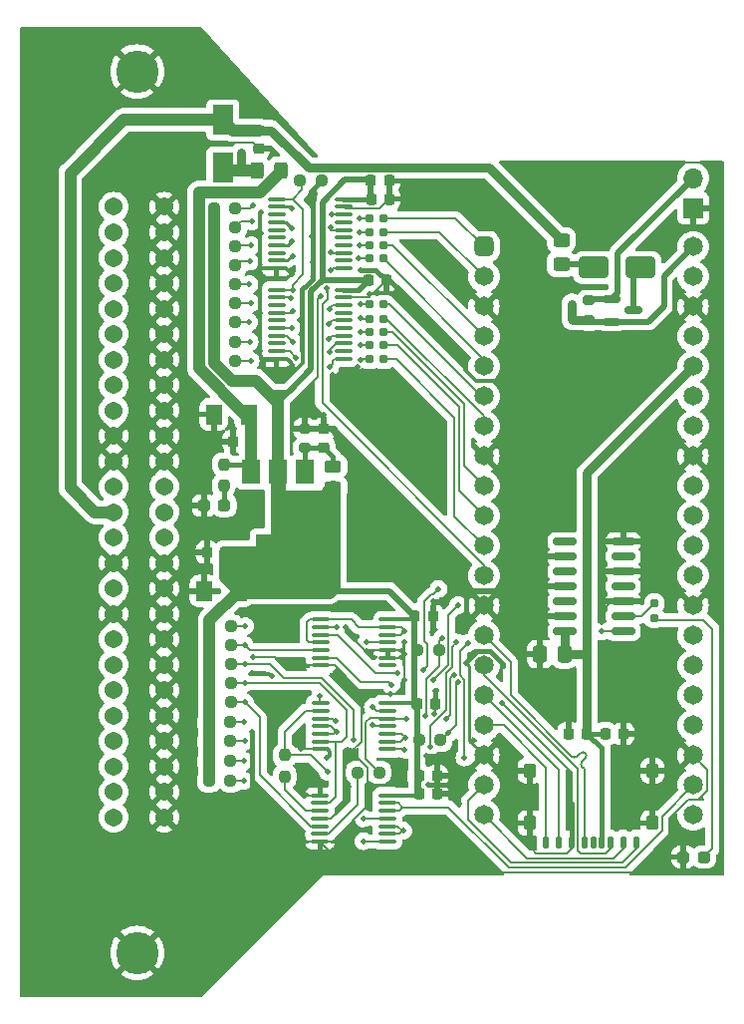
<source format=gbr>
%TF.GenerationSoftware,KiCad,Pcbnew,8.0.4-8.0.4-0~ubuntu22.04.1*%
%TF.CreationDate,2024-07-18T12:58:37-06:00*%
%TF.ProjectId,Centronics_50Pin,43656e74-726f-46e6-9963-735f35305069,1*%
%TF.SameCoordinates,Original*%
%TF.FileFunction,Copper,L1,Top*%
%TF.FilePolarity,Positive*%
%FSLAX46Y46*%
G04 Gerber Fmt 4.6, Leading zero omitted, Abs format (unit mm)*
G04 Created by KiCad (PCBNEW 8.0.4-8.0.4-0~ubuntu22.04.1) date 2024-07-18 12:58:37*
%MOMM*%
%LPD*%
G01*
G04 APERTURE LIST*
G04 Aperture macros list*
%AMRoundRect*
0 Rectangle with rounded corners*
0 $1 Rounding radius*
0 $2 $3 $4 $5 $6 $7 $8 $9 X,Y pos of 4 corners*
0 Add a 4 corners polygon primitive as box body*
4,1,4,$2,$3,$4,$5,$6,$7,$8,$9,$2,$3,0*
0 Add four circle primitives for the rounded corners*
1,1,$1+$1,$2,$3*
1,1,$1+$1,$4,$5*
1,1,$1+$1,$6,$7*
1,1,$1+$1,$8,$9*
0 Add four rect primitives between the rounded corners*
20,1,$1+$1,$2,$3,$4,$5,0*
20,1,$1+$1,$4,$5,$6,$7,0*
20,1,$1+$1,$6,$7,$8,$9,0*
20,1,$1+$1,$8,$9,$2,$3,0*%
G04 Aperture macros list end*
%TA.AperFunction,SMDPad,CuDef*%
%ADD10RoundRect,0.250001X0.462499X0.624999X-0.462499X0.624999X-0.462499X-0.624999X0.462499X-0.624999X0*%
%TD*%
%TA.AperFunction,SMDPad,CuDef*%
%ADD11R,1.500000X2.000000*%
%TD*%
%TA.AperFunction,SMDPad,CuDef*%
%ADD12R,3.800000X2.000000*%
%TD*%
%TA.AperFunction,ComponentPad*%
%ADD13RoundRect,0.412500X-0.412500X-0.412500X0.412500X-0.412500X0.412500X0.412500X-0.412500X0.412500X0*%
%TD*%
%TA.AperFunction,ComponentPad*%
%ADD14C,1.650000*%
%TD*%
%TA.AperFunction,SMDPad,CuDef*%
%ADD15RoundRect,0.225000X0.225000X0.250000X-0.225000X0.250000X-0.225000X-0.250000X0.225000X-0.250000X0*%
%TD*%
%TA.AperFunction,SMDPad,CuDef*%
%ADD16RoundRect,0.225000X-0.250000X0.225000X-0.250000X-0.225000X0.250000X-0.225000X0.250000X0.225000X0*%
%TD*%
%TA.AperFunction,SMDPad,CuDef*%
%ADD17RoundRect,0.225000X-0.225000X-0.250000X0.225000X-0.250000X0.225000X0.250000X-0.225000X0.250000X0*%
%TD*%
%TA.AperFunction,SMDPad,CuDef*%
%ADD18R,1.800000X2.500000*%
%TD*%
%TA.AperFunction,SMDPad,CuDef*%
%ADD19RoundRect,0.160000X0.197500X0.160000X-0.197500X0.160000X-0.197500X-0.160000X0.197500X-0.160000X0*%
%TD*%
%TA.AperFunction,SMDPad,CuDef*%
%ADD20RoundRect,0.237500X0.250000X0.237500X-0.250000X0.237500X-0.250000X-0.237500X0.250000X-0.237500X0*%
%TD*%
%TA.AperFunction,SMDPad,CuDef*%
%ADD21RoundRect,0.237500X-0.287500X-0.237500X0.287500X-0.237500X0.287500X0.237500X-0.287500X0.237500X0*%
%TD*%
%TA.AperFunction,SMDPad,CuDef*%
%ADD22RoundRect,0.250000X0.337500X0.475000X-0.337500X0.475000X-0.337500X-0.475000X0.337500X-0.475000X0*%
%TD*%
%TA.AperFunction,SMDPad,CuDef*%
%ADD23RoundRect,0.237500X-0.237500X0.250000X-0.237500X-0.250000X0.237500X-0.250000X0.237500X0.250000X0*%
%TD*%
%TA.AperFunction,SMDPad,CuDef*%
%ADD24RoundRect,0.250000X-1.000000X-0.650000X1.000000X-0.650000X1.000000X0.650000X-1.000000X0.650000X0*%
%TD*%
%TA.AperFunction,SMDPad,CuDef*%
%ADD25RoundRect,0.200000X-0.275000X0.200000X-0.275000X-0.200000X0.275000X-0.200000X0.275000X0.200000X0*%
%TD*%
%TA.AperFunction,SMDPad,CuDef*%
%ADD26RoundRect,0.100000X-0.637500X-0.100000X0.637500X-0.100000X0.637500X0.100000X-0.637500X0.100000X0*%
%TD*%
%TA.AperFunction,ComponentPad*%
%ADD27R,1.700000X1.700000*%
%TD*%
%TA.AperFunction,ComponentPad*%
%ADD28O,1.700000X1.700000*%
%TD*%
%TA.AperFunction,SMDPad,CuDef*%
%ADD29RoundRect,0.150000X0.825000X0.150000X-0.825000X0.150000X-0.825000X-0.150000X0.825000X-0.150000X0*%
%TD*%
%TA.AperFunction,SMDPad,CuDef*%
%ADD30RoundRect,0.160000X-0.160000X0.197500X-0.160000X-0.197500X0.160000X-0.197500X0.160000X0.197500X0*%
%TD*%
%TA.AperFunction,SMDPad,CuDef*%
%ADD31RoundRect,0.125000X0.125000X0.415000X-0.125000X0.415000X-0.125000X-0.415000X0.125000X-0.415000X0*%
%TD*%
%TA.AperFunction,SMDPad,CuDef*%
%ADD32RoundRect,0.262500X0.262500X0.337500X-0.262500X0.337500X-0.262500X-0.337500X0.262500X-0.337500X0*%
%TD*%
%TA.AperFunction,SMDPad,CuDef*%
%ADD33RoundRect,0.150000X-0.587500X-0.150000X0.587500X-0.150000X0.587500X0.150000X-0.587500X0.150000X0*%
%TD*%
%TA.AperFunction,SMDPad,CuDef*%
%ADD34RoundRect,0.250000X0.325000X0.450000X-0.325000X0.450000X-0.325000X-0.450000X0.325000X-0.450000X0*%
%TD*%
%TA.AperFunction,SMDPad,CuDef*%
%ADD35RoundRect,0.237500X-0.250000X-0.237500X0.250000X-0.237500X0.250000X0.237500X-0.250000X0.237500X0*%
%TD*%
%TA.AperFunction,ComponentPad*%
%ADD36C,3.600000*%
%TD*%
%TA.AperFunction,ComponentPad*%
%ADD37C,1.540000*%
%TD*%
%TA.AperFunction,SMDPad,CuDef*%
%ADD38RoundRect,0.250000X-0.450000X0.262500X-0.450000X-0.262500X0.450000X-0.262500X0.450000X0.262500X0*%
%TD*%
%TA.AperFunction,SMDPad,CuDef*%
%ADD39RoundRect,0.250000X-0.450000X0.325000X-0.450000X-0.325000X0.450000X-0.325000X0.450000X0.325000X0*%
%TD*%
%TA.AperFunction,SMDPad,CuDef*%
%ADD40RoundRect,0.225000X0.250000X-0.225000X0.250000X0.225000X-0.250000X0.225000X-0.250000X-0.225000X0*%
%TD*%
%TA.AperFunction,ViaPad*%
%ADD41C,0.500000*%
%TD*%
%TA.AperFunction,Conductor*%
%ADD42C,0.142000*%
%TD*%
%TA.AperFunction,Conductor*%
%ADD43C,0.400000*%
%TD*%
%TA.AperFunction,Conductor*%
%ADD44C,0.200000*%
%TD*%
%TA.AperFunction,Conductor*%
%ADD45C,0.330000*%
%TD*%
%TA.AperFunction,Conductor*%
%ADD46C,0.250000*%
%TD*%
%TA.AperFunction,Conductor*%
%ADD47C,0.450000*%
%TD*%
%TA.AperFunction,Conductor*%
%ADD48C,0.160000*%
%TD*%
%TA.AperFunction,Conductor*%
%ADD49C,0.500000*%
%TD*%
%TA.AperFunction,Conductor*%
%ADD50C,1.000000*%
%TD*%
%TA.AperFunction,Conductor*%
%ADD51C,1.250000*%
%TD*%
%TA.AperFunction,Conductor*%
%ADD52C,0.750000*%
%TD*%
G04 APERTURE END LIST*
D10*
%TO.P,C3,1*%
%TO.N,+5F*%
X108997500Y-92640000D03*
%TO.P,C3,2*%
%TO.N,GND*%
X106022500Y-92640000D03*
%TD*%
%TO.P,C4,1*%
%TO.N,+2V8*%
X108160000Y-107640000D03*
%TO.P,C4,2*%
%TO.N,GND*%
X105185000Y-107640000D03*
%TD*%
D11*
%TO.P,U3,1,ADJ*%
%TO.N,Net-(U3-ADJ)*%
X113769200Y-97536000D03*
%TO.P,U3,2,VO*%
%TO.N,+2V8*%
X111469200Y-97536000D03*
D12*
X111469200Y-103836000D03*
D11*
%TO.P,U3,3,VI*%
%TO.N,+5F*%
X109169200Y-97536000D03*
%TD*%
D13*
%TO.P,RP1,1,G0*%
%TO.N,Net-(RP1-G0)*%
X128987200Y-78406000D03*
D14*
%TO.P,RP1,2,G1*%
%TO.N,Net-(RP1-G1)*%
X128987200Y-80946000D03*
%TO.P,RP1,3,GND*%
%TO.N,GND*%
X128987200Y-83486000D03*
%TO.P,RP1,4,G2*%
%TO.N,Net-(RP1-G2)*%
X128987200Y-86026000D03*
%TO.P,RP1,5,G3*%
%TO.N,Net-(RP1-G3)*%
X128987200Y-88566000D03*
%TO.P,RP1,6,G4*%
%TO.N,Net-(RP1-G4)*%
X128987200Y-91106000D03*
%TO.P,RP1,7,G5*%
%TO.N,Net-(RP1-G5)*%
X128987200Y-93646000D03*
%TO.P,RP1,8,GND*%
%TO.N,GND*%
X128987200Y-96186000D03*
%TO.P,RP1,9,G6*%
%TO.N,Net-(RP1-G6)*%
X128987200Y-98726000D03*
%TO.P,RP1,10,G7*%
%TO.N,Net-(RP1-G7)*%
X128987200Y-101266000D03*
%TO.P,RP1,11,G8*%
%TO.N,Net-(RP1-G8)*%
X128987200Y-103806000D03*
%TO.P,RP1,12,G9*%
%TO.N,DBPTr*%
X128987200Y-106346000D03*
%TO.P,RP1,13,GND*%
%TO.N,GND*%
X128987200Y-108886000D03*
%TO.P,RP1,14,G10*%
%TO.N,SD_CLK*%
X128987200Y-111426000D03*
%TO.P,RP1,15,G11*%
%TO.N,SD_CMD_MOSI*%
X128987200Y-113966000D03*
%TO.P,RP1,16,G12*%
%TO.N,SD_D0_MISO*%
X128987200Y-116506000D03*
%TO.P,RP1,17,G13*%
%TO.N,SD_D1*%
X128987200Y-119046000D03*
%TO.P,RP1,18,GND*%
%TO.N,GND*%
X128987200Y-121586000D03*
%TO.P,RP1,19,G14*%
%TO.N,SD_D2*%
X128987200Y-124126000D03*
%TO.P,RP1,20,G15*%
%TO.N,SD_D3_CS*%
X128987200Y-126666000D03*
%TO.P,RP1,21,G16*%
%TO.N,SERIAL_OUT*%
X146767200Y-126666000D03*
%TO.P,RP1,22,G17*%
%TO.N,oREQ*%
X146767200Y-124126000D03*
%TO.P,RP1,23,GND*%
%TO.N,GND*%
X146767200Y-121586000D03*
%TO.P,RP1,24,G18*%
%TO.N,oCD_iSEL*%
X146767200Y-119046000D03*
%TO.P,RP1,25,G19*%
%TO.N,oSEL*%
X146767200Y-116506000D03*
%TO.P,RP1,26,G20*%
%TO.N,oMSG_iBSY*%
X146767200Y-113966000D03*
%TO.P,RP1,27,G21*%
%TO.N,iRST*%
X146767200Y-111426000D03*
%TO.P,RP1,28,GND*%
%TO.N,GND*%
X146767200Y-108886000D03*
%TO.P,RP1,29,G22*%
%TO.N,oIO*%
X146767200Y-106346000D03*
%TO.P,RP1,30,RUN*%
%TO.N,unconnected-(RP1-RUN-Pad30)*%
X146767200Y-103806000D03*
%TO.P,RP1,31,G26*%
%TO.N,iACK*%
X146767200Y-101266000D03*
%TO.P,RP1,32,G27*%
%TO.N,oBSY*%
X146767200Y-98726000D03*
%TO.P,RP1,33,A_GND*%
%TO.N,GND*%
X146767200Y-96186000D03*
%TO.P,RP1,34,G28*%
%TO.N,iATN*%
X146767200Y-93646000D03*
%TO.P,RP1,35,ADC_VREF*%
%TO.N,unconnected-(RP1-ADC_VREF-Pad35)*%
X146767200Y-91106000D03*
%TO.P,RP1,36,3v3*%
%TO.N,+3V3*%
X146767200Y-88566000D03*
%TO.P,RP1,37,3v3_EN*%
%TO.N,unconnected-(RP1-3v3_EN-Pad37)*%
X146767200Y-86026000D03*
%TO.P,RP1,38,GND*%
%TO.N,GND*%
X146767200Y-83486000D03*
%TO.P,RP1,39,VSYS*%
%TO.N,unconnected-(RP1-VSYS-Pad39)*%
X146767200Y-80946000D03*
%TO.P,RP1,40,VBUS_5V*%
%TO.N,+5VP*%
X146767200Y-78406000D03*
%TD*%
D15*
%TO.P,C2,1*%
%TO.N,+5F*%
X109203980Y-94943880D03*
%TO.P,C2,2*%
%TO.N,GND*%
X107653980Y-94943880D03*
%TD*%
%TO.P,C5,1*%
%TO.N,+2V8*%
X106980000Y-104350000D03*
%TO.P,C5,2*%
%TO.N,GND*%
X105430000Y-104350000D03*
%TD*%
D16*
%TO.P,C6,1*%
%TO.N,+5V*%
X109829600Y-68525200D03*
%TO.P,C6,2*%
%TO.N,GND*%
X109829600Y-70075200D03*
%TD*%
D17*
%TO.P,C12,1*%
%TO.N,+3V3*%
X139295600Y-119763800D03*
%TO.P,C12,2*%
%TO.N,GND*%
X140845600Y-119763800D03*
%TD*%
D18*
%TO.P,D1,1,K*%
%TO.N,+5VP*%
X106780000Y-71650000D03*
%TO.P,D1,2,A*%
%TO.N,+5V*%
X106780000Y-67650000D03*
%TD*%
D19*
%TO.P,R42,1*%
%TO.N,Net-(RP1-G0)*%
X120410000Y-75980000D03*
%TO.P,R42,2*%
%TO.N,DB0T*%
X119215000Y-75980000D03*
%TD*%
D20*
%TO.P,R39,1*%
%TO.N,DB3*%
X107846500Y-80010000D03*
%TO.P,R39,2*%
%TO.N,+2V8*%
X106021500Y-80010000D03*
%TD*%
D19*
%TO.P,R16,1*%
%TO.N,Net-(RP1-G4)*%
X120460000Y-83320000D03*
%TO.P,R16,2*%
%TO.N,DB4T*%
X119265000Y-83320000D03*
%TD*%
D20*
%TO.P,R4,1*%
%TO.N,RST*%
X107490900Y-113842800D03*
%TO.P,R4,2*%
%TO.N,+2V8*%
X105665900Y-113842800D03*
%TD*%
%TO.P,R33,1*%
%TO.N,DB6*%
X107848400Y-84836000D03*
%TO.P,R33,2*%
%TO.N,+2V8*%
X106023400Y-84836000D03*
%TD*%
D21*
%TO.P,D2,1,K*%
%TO.N,GND*%
X145954400Y-130228600D03*
%TO.P,D2,2,A*%
%TO.N,Net-(D2-A)*%
X147704400Y-130228600D03*
%TD*%
D20*
%TO.P,R36,1*%
%TO.N,DB0*%
X107846500Y-75133200D03*
%TO.P,R36,2*%
%TO.N,+2V8*%
X106021500Y-75133200D03*
%TD*%
D22*
%TO.P,C7,1*%
%TO.N,+3V3*%
X135815900Y-113000800D03*
%TO.P,C7,2*%
%TO.N,GND*%
X133740900Y-113000800D03*
%TD*%
D23*
%TO.P,R56,1*%
%TO.N,+5F*%
X106863180Y-96876180D03*
%TO.P,R56,2*%
%TO.N,Net-(D3-A)*%
X106863180Y-98701180D03*
%TD*%
D20*
%TO.P,R5,1*%
%TO.N,SEL*%
X107490900Y-115468400D03*
%TO.P,R5,2*%
%TO.N,+2V8*%
X105665900Y-115468400D03*
%TD*%
%TO.P,R35,1*%
%TO.N,DBP*%
X107848400Y-88087200D03*
%TO.P,R35,2*%
%TO.N,+2V8*%
X106023400Y-88087200D03*
%TD*%
D24*
%TO.P,D4,1,K*%
%TO.N,Net-(D4-K)*%
X138326000Y-80182800D03*
%TO.P,D4,2,A*%
%TO.N,Net-(D4-A)*%
X142326000Y-80182800D03*
%TD*%
D20*
%TO.P,R1,1*%
%TO.N,DB5*%
X107848400Y-83210400D03*
%TO.P,R1,2*%
%TO.N,+2V8*%
X106023400Y-83210400D03*
%TD*%
D17*
%TO.P,C8,1*%
%TO.N,+2V8*%
X119392500Y-74350000D03*
%TO.P,C8,2*%
%TO.N,GND*%
X120942500Y-74350000D03*
%TD*%
D20*
%TO.P,R38,1*%
%TO.N,DB2*%
X107846500Y-78384400D03*
%TO.P,R38,2*%
%TO.N,+2V8*%
X106021500Y-78384400D03*
%TD*%
D25*
%TO.P,R20,1*%
%TO.N,GND*%
X113750000Y-93850000D03*
%TO.P,R20,2*%
%TO.N,Net-(U3-ADJ)*%
X113750000Y-95500000D03*
%TD*%
D19*
%TO.P,R17,1*%
%TO.N,Net-(RP1-G3)*%
X120410000Y-79383600D03*
%TO.P,R17,2*%
%TO.N,DB3T*%
X119215000Y-79383600D03*
%TD*%
D20*
%TO.P,R9,1*%
%TO.N,MSG*%
X107438200Y-118770400D03*
%TO.P,R9,2*%
%TO.N,+2V8*%
X105613200Y-118770400D03*
%TD*%
D19*
%TO.P,R13,1*%
%TO.N,Net-(RP1-G7)*%
X120472100Y-86774400D03*
%TO.P,R13,2*%
%TO.N,DB7T*%
X119277100Y-86774400D03*
%TD*%
D21*
%TO.P,D3,1,K*%
%TO.N,GND*%
X105175380Y-100379480D03*
%TO.P,D3,2,A*%
%TO.N,Net-(D3-A)*%
X106925380Y-100379480D03*
%TD*%
D20*
%TO.P,R40,1*%
%TO.N,DB4*%
X107846500Y-81584800D03*
%TO.P,R40,2*%
%TO.N,+2V8*%
X106021500Y-81584800D03*
%TD*%
D26*
%TO.P,U4,1,DIR*%
%TO.N,DBPTr*%
X111367500Y-74375000D03*
%TO.P,U4,2,A1*%
%TO.N,DB0T*%
X111367500Y-75025000D03*
%TO.P,U4,3,A2*%
%TO.N,unconnected-(U4-A2-Pad3)*%
X111367500Y-75675000D03*
%TO.P,U4,4,A3*%
%TO.N,DB1T*%
X111367500Y-76325000D03*
%TO.P,U4,5,A4*%
%TO.N,unconnected-(U4-A4-Pad5)*%
X111367500Y-76975000D03*
%TO.P,U4,6,A5*%
%TO.N,unconnected-(U4-A5-Pad6)*%
X111367500Y-77625000D03*
%TO.P,U4,7,A6*%
%TO.N,DB2T*%
X111367500Y-78275000D03*
%TO.P,U4,8,A7*%
%TO.N,unconnected-(U4-A7-Pad8)*%
X111367500Y-78925000D03*
%TO.P,U4,9,A8*%
%TO.N,DB3T*%
X111367500Y-79575000D03*
%TO.P,U4,10,GND*%
%TO.N,GND*%
X111367500Y-80225000D03*
%TO.P,U4,11,B8*%
%TO.N,DB3*%
X117092500Y-80225000D03*
%TO.P,U4,12,B7*%
%TO.N,unconnected-(U4-B7-Pad12)*%
X117092500Y-79575000D03*
%TO.P,U4,13,B6*%
%TO.N,DB2*%
X117092500Y-78925000D03*
%TO.P,U4,14,B5*%
%TO.N,unconnected-(U4-B5-Pad14)*%
X117092500Y-78275000D03*
%TO.P,U4,15,B4*%
%TO.N,unconnected-(U4-B4-Pad15)*%
X117092500Y-77625000D03*
%TO.P,U4,16,B3*%
%TO.N,DB1*%
X117092500Y-76975000D03*
%TO.P,U4,17,B2*%
%TO.N,unconnected-(U4-B2-Pad17)*%
X117092500Y-76325000D03*
%TO.P,U4,18,B1*%
%TO.N,DB0*%
X117092500Y-75675000D03*
%TO.P,U4,19,/OE*%
%TO.N,GND*%
X117092500Y-75025000D03*
%TO.P,U4,20,Vcc*%
%TO.N,+2V8*%
X117092500Y-74375000D03*
%TD*%
D19*
%TO.P,R18,1*%
%TO.N,Net-(RP1-G2)*%
X120410000Y-78266000D03*
%TO.P,R18,2*%
%TO.N,DB2T*%
X119215000Y-78266000D03*
%TD*%
D17*
%TO.P,C15,1*%
%TO.N,+2V8*%
X123448300Y-123355200D03*
%TO.P,C15,2*%
%TO.N,GND*%
X124998300Y-123355200D03*
%TD*%
D15*
%TO.P,C14,1*%
%TO.N,GND*%
X124871800Y-117201600D03*
%TO.P,C14,2*%
%TO.N,+2V8*%
X123321800Y-117201600D03*
%TD*%
D27*
%TO.P,J2,1,Pin_1*%
%TO.N,GND*%
X146756000Y-75132800D03*
D28*
%TO.P,J2,2,Pin_2*%
%TO.N,Net-(J2-Pin_2)*%
X146756000Y-72592800D03*
%TD*%
D29*
%TO.P,U8,1*%
%TO.N,oBSY*%
X140823600Y-111070400D03*
%TO.P,U8,2*%
%TO.N,Net-(R30-Pad1)*%
X140823600Y-109800400D03*
%TO.P,U8,3*%
%TO.N,GND*%
X140823600Y-108530400D03*
%TO.P,U8,4*%
%TO.N,unconnected-(U8-Pad4)*%
X140823600Y-107260400D03*
%TO.P,U8,5*%
%TO.N,GND*%
X140823600Y-105990400D03*
%TO.P,U8,6*%
%TO.N,unconnected-(U8-Pad6)*%
X140823600Y-104720400D03*
%TO.P,U8,7,GND*%
%TO.N,GND*%
X140823600Y-103450400D03*
%TO.P,U8,8*%
%TO.N,unconnected-(U8-Pad8)*%
X135873600Y-103450400D03*
%TO.P,U8,9*%
%TO.N,GND*%
X135873600Y-104720400D03*
%TO.P,U8,10*%
%TO.N,unconnected-(U8-Pad10)*%
X135873600Y-105990400D03*
%TO.P,U8,11*%
%TO.N,GND*%
X135873600Y-107260400D03*
%TO.P,U8,12*%
%TO.N,unconnected-(U8-Pad12)*%
X135873600Y-108530400D03*
%TO.P,U8,13*%
%TO.N,GND*%
X135873600Y-109800400D03*
%TO.P,U8,14,VCC*%
%TO.N,+3V3*%
X135873600Y-111070400D03*
%TD*%
D20*
%TO.P,R3,1*%
%TO.N,ACK*%
X107489000Y-112217200D03*
%TO.P,R3,2*%
%TO.N,+2V8*%
X105664000Y-112217200D03*
%TD*%
D19*
%TO.P,R15,1*%
%TO.N,Net-(RP1-G5)*%
X120446700Y-84513800D03*
%TO.P,R15,2*%
%TO.N,DB5T*%
X119251700Y-84513800D03*
%TD*%
D15*
%TO.P,C1,1*%
%TO.N,+3V3*%
X137726000Y-119742800D03*
%TO.P,C1,2*%
%TO.N,GND*%
X136176000Y-119742800D03*
%TD*%
D20*
%TO.P,R7,1*%
%TO.N,REQ*%
X107440100Y-122072400D03*
%TO.P,R7,2*%
%TO.N,+2V8*%
X105615100Y-122072400D03*
%TD*%
%TO.P,R8,1*%
%TO.N,CD*%
X107438200Y-120396000D03*
%TO.P,R8,2*%
%TO.N,+2V8*%
X105613200Y-120396000D03*
%TD*%
D30*
%TO.P,R30,1*%
%TO.N,Net-(R30-Pad1)*%
X143465200Y-108717600D03*
%TO.P,R30,2*%
%TO.N,Net-(D2-A)*%
X143465200Y-109912600D03*
%TD*%
D20*
%TO.P,R2,1*%
%TO.N,ATN*%
X107490900Y-110642400D03*
%TO.P,R2,2*%
%TO.N,+2V8*%
X105665900Y-110642400D03*
%TD*%
D31*
%TO.P,SD2,1,DAT2*%
%TO.N,SD_D2*%
X141930400Y-128986800D03*
%TO.P,SD2,2,CD/CS/DAT3*%
%TO.N,SD_D3_CS*%
X140830400Y-128986800D03*
%TO.P,SD2,3,CMD/MOSI*%
%TO.N,SD_CMD_MOSI*%
X139730400Y-128986800D03*
%TO.P,SD2,4,VDD*%
%TO.N,+3V3*%
X138980400Y-128986800D03*
%TO.P,SD2,5,SD_DET*%
%TO.N,unconnected-(SD2-SD_DET-Pad5)*%
X138280400Y-128986800D03*
%TO.P,SD2,6,CLK*%
%TO.N,SD_CLK*%
X137530400Y-128986800D03*
%TO.P,SD2,7,VSS*%
%TO.N,GND*%
X136430400Y-128986800D03*
%TO.P,SD2,8,DAT0/MISO*%
%TO.N,SD_D0_MISO*%
X135330400Y-128986800D03*
%TO.P,SD2,9,DAT1*%
%TO.N,SD_D1*%
X134230400Y-128986800D03*
D32*
%TO.P,SD2,10,CASE_GND*%
%TO.N,GND*%
X143305400Y-127346800D03*
X143305400Y-122896800D03*
X132855400Y-127346800D03*
X132855400Y-122896800D03*
%TD*%
D19*
%TO.P,R12,1*%
%TO.N,Net-(RP1-G8)*%
X120458800Y-87968200D03*
%TO.P,R12,2*%
%TO.N,DBPT*%
X119263800Y-87968200D03*
%TD*%
%TO.P,R19,1*%
%TO.N,Net-(RP1-G1)*%
X120410000Y-77148400D03*
%TO.P,R19,2*%
%TO.N,DB1T*%
X119215000Y-77148400D03*
%TD*%
D17*
%TO.P,C10,1*%
%TO.N,+2V8*%
X119380000Y-72790000D03*
%TO.P,C10,2*%
%TO.N,GND*%
X120930000Y-72790000D03*
%TD*%
D15*
%TO.P,C9,1*%
%TO.N,GND*%
X124639300Y-109784800D03*
%TO.P,C9,2*%
%TO.N,+2V8*%
X123089300Y-109784800D03*
%TD*%
D20*
%TO.P,R10,1*%
%TO.N,BSY*%
X107489000Y-117094000D03*
%TO.P,R10,2*%
%TO.N,+2V8*%
X105664000Y-117094000D03*
%TD*%
%TO.P,R34,1*%
%TO.N,DB7*%
X107848400Y-86461600D03*
%TO.P,R34,2*%
%TO.N,+2V8*%
X106023400Y-86461600D03*
%TD*%
D33*
%TO.P,Q3,1,G*%
%TO.N,Net-(J2-Pin_2)*%
X139836000Y-82862800D03*
%TO.P,Q3,2,S*%
%TO.N,+5VP*%
X139836000Y-84762800D03*
%TO.P,Q3,3,D*%
%TO.N,Net-(D4-A)*%
X141711000Y-83812800D03*
%TD*%
D26*
%TO.P,U7,1,1/OE*%
%TO.N,oBSY*%
X115087500Y-117182000D03*
%TO.P,U7,2,1A*%
%TO.N,oCD_iSEL*%
X115087500Y-117832000D03*
%TO.P,U7,3,1Y*%
%TO.N,CD*%
X115087500Y-118482000D03*
%TO.P,U7,4,2/OE*%
%TO.N,oSEL*%
X115087500Y-119132000D03*
%TO.P,U7,5,2A*%
X115087500Y-119782000D03*
%TO.P,U7,6,2Y*%
%TO.N,SEL*%
X115087500Y-120432000D03*
%TO.P,U7,7,GND*%
%TO.N,GND*%
X115087500Y-121082000D03*
%TO.P,U7,8,3Y*%
%TO.N,iRST*%
X120812500Y-121082000D03*
%TO.P,U7,9,3A*%
%TO.N,RST*%
X120812500Y-120432000D03*
%TO.P,U7,10,3/OE*%
X120812500Y-119782000D03*
%TO.P,U7,11,4Y*%
%TO.N,MSG*%
X120812500Y-119132000D03*
%TO.P,U7,12,4A*%
%TO.N,oMSG_iBSY*%
X120812500Y-118482000D03*
%TO.P,U7,13,4/OE*%
%TO.N,oBSY*%
X120812500Y-117832000D03*
%TO.P,U7,14,Vcc*%
%TO.N,+2V8*%
X120812500Y-117182000D03*
%TD*%
D20*
%TO.P,R37,1*%
%TO.N,DB1*%
X107846500Y-76758800D03*
%TO.P,R37,2*%
%TO.N,+2V8*%
X106021500Y-76758800D03*
%TD*%
D34*
%TO.P,F2,1*%
%TO.N,+5F*%
X111725000Y-71930000D03*
%TO.P,F2,2*%
%TO.N,+5VP*%
X109675000Y-71930000D03*
%TD*%
D20*
%TO.P,R22,1*%
%TO.N,oSEL*%
X125280000Y-120310000D03*
%TO.P,R22,2*%
%TO.N,+2V8*%
X123455000Y-120310000D03*
%TD*%
%TO.P,R23,1*%
%TO.N,oBSY*%
X125142500Y-112670000D03*
%TO.P,R23,2*%
%TO.N,+2V8*%
X123317500Y-112670000D03*
%TD*%
D35*
%TO.P,R25,1*%
%TO.N,DBPTr*%
X113365000Y-72810000D03*
%TO.P,R25,2*%
%TO.N,GND*%
X115190000Y-72810000D03*
%TD*%
D26*
%TO.P,U5,1,1/OE*%
%TO.N,oBSY*%
X115087500Y-110070000D03*
%TO.P,U5,2,1A*%
%TO.N,ATN*%
X115087500Y-110720000D03*
%TO.P,U5,3,1Y*%
%TO.N,iATN*%
X115087500Y-111370000D03*
%TO.P,U5,4,2/OE*%
%TO.N,oBSY*%
X115087500Y-112020000D03*
%TO.P,U5,5,2A*%
%TO.N,ACK*%
X115087500Y-112670000D03*
%TO.P,U5,6,2Y*%
%TO.N,iACK*%
X115087500Y-113320000D03*
%TO.P,U5,7,GND*%
%TO.N,GND*%
X115087500Y-113970000D03*
%TO.P,U5,8,3Y*%
%TO.N,unconnected-(U5-3Y-Pad8)*%
X120812500Y-113970000D03*
%TO.P,U5,9,3A*%
%TO.N,GND*%
X120812500Y-113320000D03*
%TO.P,U5,10,3/OE*%
X120812500Y-112670000D03*
%TO.P,U5,11,4Y*%
%TO.N,BSY*%
X120812500Y-112020000D03*
%TO.P,U5,12,4A*%
%TO.N,oBSY*%
X120812500Y-111370000D03*
%TO.P,U5,13,4/OE*%
X120812500Y-110720000D03*
%TO.P,U5,14,Vcc*%
%TO.N,+2V8*%
X120812500Y-110070000D03*
%TD*%
D19*
%TO.P,R14,1*%
%TO.N,Net-(RP1-G6)*%
X120458800Y-85631400D03*
%TO.P,R14,2*%
%TO.N,DB6T*%
X119263800Y-85631400D03*
%TD*%
D26*
%TO.P,U9,1,DIR*%
%TO.N,DBPTr*%
X111367500Y-82065000D03*
%TO.P,U9,2,A1*%
%TO.N,DB4T*%
X111367500Y-82715000D03*
%TO.P,U9,3,A2*%
%TO.N,unconnected-(U9-A2-Pad3)*%
X111367500Y-83365000D03*
%TO.P,U9,4,A3*%
%TO.N,DB5T*%
X111367500Y-84015000D03*
%TO.P,U9,5,A4*%
%TO.N,unconnected-(U9-A4-Pad5)*%
X111367500Y-84665000D03*
%TO.P,U9,6,A5*%
%TO.N,DB6T*%
X111367500Y-85315000D03*
%TO.P,U9,7,A6*%
%TO.N,DB7T*%
X111367500Y-85965000D03*
%TO.P,U9,8,A7*%
%TO.N,unconnected-(U9-A7-Pad8)*%
X111367500Y-86615000D03*
%TO.P,U9,9,A8*%
%TO.N,DBPT*%
X111367500Y-87265000D03*
%TO.P,U9,10,GND*%
%TO.N,GND*%
X111367500Y-87915000D03*
%TO.P,U9,11,B8*%
%TO.N,DBP*%
X117092500Y-87915000D03*
%TO.P,U9,12,B7*%
%TO.N,unconnected-(U9-B7-Pad12)*%
X117092500Y-87265000D03*
%TO.P,U9,13,B6*%
%TO.N,DB7*%
X117092500Y-86615000D03*
%TO.P,U9,14,B5*%
%TO.N,DB6*%
X117092500Y-85965000D03*
%TO.P,U9,15,B4*%
%TO.N,unconnected-(U9-B4-Pad15)*%
X117092500Y-85315000D03*
%TO.P,U9,16,B3*%
%TO.N,DB5*%
X117092500Y-84665000D03*
%TO.P,U9,17,B2*%
%TO.N,unconnected-(U9-B2-Pad17)*%
X117092500Y-84015000D03*
%TO.P,U9,18,B1*%
%TO.N,DB4*%
X117092500Y-83365000D03*
%TO.P,U9,19,/OE*%
%TO.N,GND*%
X117092500Y-82715000D03*
%TO.P,U9,20,Vcc*%
%TO.N,+2V8*%
X117092500Y-82065000D03*
%TD*%
D36*
%TO.P,U10,0*%
%TO.N,GND*%
X99511800Y-138369400D03*
X99511800Y-63519400D03*
D37*
%TO.P,U10,1*%
X101801800Y-75024400D03*
%TO.P,U10,2*%
X101801800Y-77184400D03*
%TO.P,U10,3*%
X101801800Y-79344400D03*
%TO.P,U10,4*%
X101801800Y-81504400D03*
%TO.P,U10,5*%
X101801800Y-83664400D03*
%TO.P,U10,6*%
X101801800Y-85824400D03*
%TO.P,U10,7*%
X101801800Y-87984400D03*
%TO.P,U10,8*%
X101801800Y-90144400D03*
%TO.P,U10,9*%
X101801800Y-92304400D03*
%TO.P,U10,10*%
X101801800Y-94464400D03*
%TO.P,U10,11*%
X101801800Y-96624400D03*
%TO.P,U10,12*%
%TO.N,unconnected-(U10-Pad12)*%
X101801800Y-98784400D03*
%TO.P,U10,13*%
%TO.N,unconnected-(U10-Pad13)*%
X101801800Y-100944400D03*
%TO.P,U10,14*%
%TO.N,unconnected-(U10-Pad14)*%
X101801800Y-103104400D03*
%TO.P,U10,15*%
%TO.N,GND*%
X101801800Y-105264400D03*
%TO.P,U10,16*%
X101801800Y-107424400D03*
%TO.P,U10,17*%
X101801800Y-109584400D03*
%TO.P,U10,18*%
X101801800Y-111744400D03*
%TO.P,U10,19*%
X101801800Y-113904400D03*
%TO.P,U10,20*%
X101801800Y-116064400D03*
%TO.P,U10,21*%
X101801800Y-118224400D03*
%TO.P,U10,22*%
X101801800Y-120384400D03*
%TO.P,U10,23*%
X101801800Y-122544400D03*
%TO.P,U10,24*%
X101801800Y-124704400D03*
%TO.P,U10,25*%
X101801800Y-126864400D03*
%TO.P,U10,26*%
%TO.N,DB0*%
X97511800Y-75024400D03*
%TO.P,U10,27*%
%TO.N,DB1*%
X97511800Y-77184400D03*
%TO.P,U10,28*%
%TO.N,DB2*%
X97511800Y-79344400D03*
%TO.P,U10,29*%
%TO.N,DB3*%
X97511800Y-81504400D03*
%TO.P,U10,30*%
%TO.N,DB4*%
X97511800Y-83664400D03*
%TO.P,U10,31*%
%TO.N,DB5*%
X97511800Y-85824400D03*
%TO.P,U10,32*%
%TO.N,DB6*%
X97511800Y-87984400D03*
%TO.P,U10,33*%
%TO.N,DB7*%
X97511800Y-90144400D03*
%TO.P,U10,34*%
%TO.N,DBP*%
X97511800Y-92304400D03*
%TO.P,U10,35*%
%TO.N,GND*%
X97511800Y-94464400D03*
%TO.P,U10,36*%
X97511800Y-96624400D03*
%TO.P,U10,37*%
%TO.N,unconnected-(U10-Pad37)*%
X97511800Y-98784400D03*
%TO.P,U10,38*%
%TO.N,+5V*%
X97511800Y-100944400D03*
%TO.P,U10,39*%
%TO.N,unconnected-(U10-Pad39)*%
X97511800Y-103104400D03*
%TO.P,U10,40*%
%TO.N,GND*%
X97511800Y-105264400D03*
%TO.P,U10,41*%
%TO.N,ATN*%
X97511800Y-107424400D03*
%TO.P,U10,42*%
%TO.N,GND*%
X97511800Y-109584400D03*
%TO.P,U10,43*%
%TO.N,BSY*%
X97511800Y-111744400D03*
%TO.P,U10,44*%
%TO.N,ACK*%
X97511800Y-113904400D03*
%TO.P,U10,45*%
%TO.N,RST*%
X97511800Y-116064400D03*
%TO.P,U10,46*%
%TO.N,MSG*%
X97511800Y-118224400D03*
%TO.P,U10,47*%
%TO.N,SEL*%
X97511800Y-120384400D03*
%TO.P,U10,48*%
%TO.N,CD*%
X97511800Y-122544400D03*
%TO.P,U10,49*%
%TO.N,REQ*%
X97511800Y-124704400D03*
%TO.P,U10,50*%
%TO.N,IO*%
X97511800Y-126864400D03*
%TD*%
D26*
%TO.P,U6,1,1/OE*%
%TO.N,GND*%
X115036700Y-125005200D03*
%TO.P,U6,2,1A*%
%TO.N,SEL*%
X115036700Y-125655200D03*
%TO.P,U6,3,1Y*%
%TO.N,SEL_BUFF*%
X115036700Y-126305200D03*
%TO.P,U6,4,2/OE*%
%TO.N,GND*%
X115036700Y-126955200D03*
%TO.P,U6,5,2A*%
%TO.N,BSY*%
X115036700Y-127605200D03*
%TO.P,U6,6,2Y*%
%TO.N,BSY_BUFF*%
X115036700Y-128255200D03*
%TO.P,U6,7,GND*%
%TO.N,GND*%
X115036700Y-128905200D03*
%TO.P,U6,8,3Y*%
%TO.N,IO*%
X120761700Y-128905200D03*
%TO.P,U6,9,3A*%
%TO.N,oIO*%
X120761700Y-128255200D03*
%TO.P,U6,10,3/OE*%
X120761700Y-127605200D03*
%TO.P,U6,11,4Y*%
%TO.N,REQ*%
X120761700Y-126955200D03*
%TO.P,U6,12,4A*%
%TO.N,oREQ*%
X120761700Y-126305200D03*
%TO.P,U6,13,4/OE*%
X120761700Y-125655200D03*
%TO.P,U6,14,Vcc*%
%TO.N,+2V8*%
X120761700Y-125005200D03*
%TD*%
D20*
%TO.P,R6,1*%
%TO.N,IO*%
X107440100Y-123748800D03*
%TO.P,R6,2*%
%TO.N,+2V8*%
X105615100Y-123748800D03*
%TD*%
D17*
%TO.P,C11,1*%
%TO.N,+2V8*%
X119130000Y-81250000D03*
%TO.P,C11,2*%
%TO.N,GND*%
X120680000Y-81250000D03*
%TD*%
D25*
%TO.P,R11,1*%
%TO.N,Net-(J2-Pin_2)*%
X137893500Y-82982800D03*
%TO.P,R11,2*%
%TO.N,+5VP*%
X137893500Y-84632800D03*
%TD*%
D15*
%TO.P,C13,1*%
%TO.N,GND*%
X125010000Y-124880000D03*
%TO.P,C13,2*%
%TO.N,+2V8*%
X123460000Y-124880000D03*
%TD*%
D38*
%TO.P,R21,1*%
%TO.N,Net-(U3-ADJ)*%
X116160000Y-97047500D03*
%TO.P,R21,2*%
%TO.N,+2V8*%
X116160000Y-98872500D03*
%TD*%
D35*
%TO.P,R29,1*%
%TO.N,BSY_BUFF*%
X118256700Y-123043600D03*
%TO.P,R29,2*%
%TO.N,oMSG_iBSY*%
X120081700Y-123043600D03*
%TD*%
D39*
%TO.P,F1,1*%
%TO.N,+5V*%
X135563500Y-77837800D03*
%TO.P,F1,2*%
%TO.N,Net-(D4-K)*%
X135563500Y-79887800D03*
%TD*%
D40*
%TO.P,C16,1*%
%TO.N,Net-(U3-ADJ)*%
X115360000Y-95445000D03*
%TO.P,C16,2*%
%TO.N,GND*%
X115360000Y-93895000D03*
%TD*%
D23*
%TO.P,R28,1*%
%TO.N,oCD_iSEL*%
X112050000Y-121580000D03*
%TO.P,R28,2*%
%TO.N,SEL_BUFF*%
X112050000Y-123405000D03*
%TD*%
D41*
%TO.N,GND*%
X120700000Y-82170000D03*
X115330000Y-92710000D03*
X118220000Y-88650000D03*
X139190000Y-115280000D03*
X136257200Y-126612800D03*
X111000000Y-114890000D03*
X121020000Y-116400000D03*
X104350000Y-92660000D03*
X124860000Y-116150000D03*
X122190000Y-113030000D03*
X118920000Y-127920000D03*
X141050000Y-91540000D03*
X114420000Y-79750000D03*
X116130000Y-89320000D03*
X109900000Y-87260000D03*
X136430000Y-102260000D03*
X134900000Y-81710000D03*
X123990000Y-74420000D03*
X138957200Y-110312800D03*
X140280000Y-127190000D03*
X144990000Y-131340000D03*
X111290000Y-89830000D03*
X110030000Y-77310000D03*
X110060000Y-75500000D03*
X133300000Y-101800000D03*
X110160000Y-88670000D03*
X132690000Y-116530000D03*
X115108462Y-82615000D03*
X143500000Y-103440000D03*
X113450000Y-116260000D03*
X117210000Y-110740000D03*
X110790000Y-121220000D03*
X130600000Y-114000000D03*
X143720000Y-94580000D03*
X115000000Y-130170000D03*
X106310000Y-94920000D03*
X110760000Y-122730000D03*
X122220000Y-111950000D03*
X136257200Y-127672800D03*
X112090000Y-88950000D03*
X104150000Y-104250000D03*
X116320000Y-93900000D03*
X122300000Y-74310000D03*
X124100000Y-121640000D03*
X127290000Y-110730000D03*
X109260000Y-114630000D03*
X122050000Y-123930000D03*
X119110000Y-125880000D03*
X113740000Y-92600000D03*
X126280000Y-123410000D03*
X127470000Y-113790000D03*
X104970000Y-69590000D03*
X142920000Y-78290000D03*
X122250000Y-115170000D03*
X118480000Y-80400000D03*
X145030000Y-117250000D03*
X109760000Y-82390000D03*
X138910000Y-100100000D03*
X143250000Y-111300000D03*
X124620000Y-111120000D03*
X105630000Y-94920000D03*
X133020000Y-129120000D03*
X114360000Y-77490000D03*
X109360000Y-113250000D03*
X104240000Y-105740000D03*
X125730000Y-127060000D03*
X122850000Y-73520000D03*
X139920000Y-71640000D03*
X113460000Y-113950000D03*
X135010000Y-118910000D03*
X114310000Y-123460000D03*
X136257200Y-125552800D03*
X109810000Y-85680000D03*
X117600000Y-121400000D03*
X109930000Y-84010000D03*
X138930000Y-105960000D03*
X109820000Y-80810000D03*
X135100000Y-100080000D03*
X109570000Y-124770000D03*
X113320000Y-124640000D03*
X137260000Y-77880000D03*
X115650000Y-121840000D03*
X124220000Y-124090000D03*
X110380000Y-117520000D03*
X116800000Y-91670000D03*
X135230000Y-115220000D03*
X113410000Y-121000000D03*
X130477200Y-117112800D03*
X117470000Y-124220000D03*
X109200000Y-121210000D03*
X111750000Y-109280000D03*
X126900000Y-125680000D03*
X132300000Y-113020000D03*
X142270000Y-119720000D03*
X113390000Y-119750000D03*
X109260000Y-119610000D03*
X112640000Y-113940000D03*
X133800000Y-109790000D03*
X140830000Y-121190000D03*
X131860306Y-109530416D03*
X109230000Y-122910000D03*
X111040000Y-70390000D03*
X119000000Y-112760000D03*
X103460000Y-107550000D03*
X125450000Y-100490000D03*
X111370000Y-81120000D03*
X121320000Y-122040000D03*
X124680000Y-108470000D03*
X127370000Y-87710000D03*
X110960000Y-119700000D03*
X109790000Y-99490000D03*
X122490000Y-127000000D03*
X138660000Y-81880000D03*
X124730000Y-118060000D03*
X114510000Y-74380000D03*
X111680000Y-113700000D03*
X119240000Y-82460000D03*
X112655000Y-80775000D03*
%TO.N,iATN*%
X123859467Y-114350517D03*
X121640000Y-114620000D03*
X125130000Y-107460000D03*
%TO.N,oIO*%
X122110000Y-128000000D03*
X127600000Y-112070000D03*
X127340000Y-121770000D03*
%TO.N,oSEL*%
X125970000Y-119700000D03*
X126815000Y-115405000D03*
X116460000Y-119620000D03*
%TO.N,oBSY*%
X122240000Y-111050000D03*
X124010000Y-118280000D03*
X125429000Y-111620000D03*
X119540000Y-117510000D03*
X115050000Y-116570000D03*
X138977200Y-111062800D03*
%TO.N,oCD_iSEL*%
X115690000Y-122990000D03*
%TO.N,ATN*%
X116447680Y-110712008D03*
X108650000Y-110630000D03*
%TO.N,BSY*%
X118980000Y-112000000D03*
X108650000Y-117100000D03*
%TO.N,DBP*%
X115910000Y-88590000D03*
X109150000Y-88080000D03*
%TO.N,ACK*%
X108670000Y-112270000D03*
%TO.N,RST*%
X108680000Y-113860000D03*
X122270000Y-120080000D03*
X117900000Y-120260000D03*
%TO.N,MSG*%
X108610000Y-118780000D03*
X119503909Y-119013909D03*
%TO.N,SEL*%
X108630000Y-115470000D03*
%TO.N,CD*%
X116350000Y-118680000D03*
X108640000Y-120400000D03*
%TO.N,REQ*%
X108620000Y-122090000D03*
X118780000Y-126960000D03*
%TO.N,IO*%
X108590000Y-123760000D03*
X118730000Y-128880000D03*
%TO.N,DB7*%
X115864000Y-87374353D03*
X109070000Y-86460000D03*
%TO.N,DB6*%
X115790000Y-86220000D03*
X109030000Y-84830000D03*
%TO.N,DB5*%
X115790000Y-85000000D03*
X109170000Y-83190000D03*
%TO.N,DB4*%
X115831168Y-83722294D03*
X109050000Y-81610000D03*
%TO.N,DB3*%
X109060000Y-79680000D03*
X115960000Y-80437262D03*
%TO.N,DB2*%
X115990000Y-78920000D03*
X109220000Y-78300000D03*
%TO.N,DB1*%
X109300000Y-76230000D03*
X115960000Y-76790000D03*
%TO.N,DB0*%
X116010000Y-75690000D03*
X109350000Y-74920000D03*
%TO.N,+5VP*%
X108370000Y-71670000D03*
X108370000Y-71050000D03*
X108370000Y-70450000D03*
X136447200Y-84002800D03*
X136437200Y-84712800D03*
X136447200Y-83262800D03*
%TO.N,oMSG_iBSY*%
X122366842Y-118483649D03*
X125783403Y-118493403D03*
X126410000Y-114740000D03*
%TO.N,DB4T*%
X118470000Y-83320000D03*
X112600000Y-82800000D03*
%TO.N,DB5T*%
X118480000Y-84500000D03*
X112710000Y-83900000D03*
%TO.N,DB6T*%
X118490000Y-85630000D03*
X112610000Y-85280000D03*
%TO.N,DB7T*%
X112730000Y-86500000D03*
X118500000Y-86780000D03*
%TO.N,DBPT*%
X113001587Y-87828413D03*
X118500000Y-87980000D03*
%TO.N,DB0T*%
X118410000Y-75980000D03*
X112640000Y-75130000D03*
%TO.N,DB1T*%
X112660000Y-76830000D03*
X118400000Y-77150000D03*
%TO.N,DB3T*%
X112770000Y-79190000D03*
X118350000Y-79380000D03*
%TO.N,DB2T*%
X118400000Y-78290000D03*
X112640000Y-77920000D03*
%TO.N,DBPTr*%
X115655167Y-81950000D03*
X112720000Y-82065000D03*
%TO.N,iRST*%
X124403811Y-120841462D03*
X122240000Y-121100000D03*
X126650000Y-112020000D03*
%TO.N,iACK*%
X126810000Y-108840000D03*
X121140000Y-115660000D03*
X124710000Y-115210000D03*
%TD*%
D42*
%TO.N,GND*%
X124871800Y-116151800D02*
X124870000Y-116150000D01*
D43*
X129493612Y-112740000D02*
X130600000Y-113846388D01*
D44*
X117092500Y-75025000D02*
X117192500Y-75125000D01*
D45*
X109820000Y-80810000D02*
X109980000Y-80970000D01*
X111367500Y-80225000D02*
X112105000Y-80225000D01*
D42*
X133789600Y-109800400D02*
X132114800Y-109800400D01*
D44*
X136430400Y-129526799D02*
X136034399Y-129922800D01*
D45*
X112218432Y-87915000D02*
X112740000Y-88436568D01*
X112920000Y-88950000D02*
X113616587Y-88253413D01*
X127370000Y-88860000D02*
X128290000Y-89780000D01*
D42*
X131860306Y-109530416D02*
X131844816Y-109530416D01*
X124870000Y-116150000D02*
X124860000Y-116150000D01*
D44*
X109820000Y-80810000D02*
X109850000Y-80840000D01*
D45*
X109995000Y-80225000D02*
X109940000Y-80170000D01*
D42*
X124730000Y-118060000D02*
X124730000Y-118110000D01*
D44*
X119000000Y-112760000D02*
X118910000Y-112670000D01*
D42*
X131860306Y-109545906D02*
X131860306Y-109530416D01*
D43*
X113520000Y-82050762D02*
X113520000Y-84090000D01*
X126410000Y-107650000D02*
X127450000Y-107650000D01*
D44*
X115330000Y-92710000D02*
X115330000Y-92810000D01*
X115036700Y-128905200D02*
X113694800Y-128905200D01*
X113410000Y-120960000D02*
X113430000Y-120980000D01*
D45*
X109980000Y-84060000D02*
X109980000Y-84890000D01*
D44*
X115087500Y-113970000D02*
X113480000Y-113970000D01*
X114840000Y-89470000D02*
X114530000Y-89780000D01*
X120812500Y-112670000D02*
X121810000Y-112670000D01*
D45*
X109980000Y-82170000D02*
X109760000Y-82390000D01*
D43*
X109260000Y-119610000D02*
X109290000Y-119640000D01*
D44*
X147987200Y-123412800D02*
X147987200Y-124602800D01*
D42*
X124730000Y-118110000D02*
X124750000Y-118090000D01*
D43*
X124680000Y-108470000D02*
X125590000Y-108470000D01*
X114420000Y-80410000D02*
X114420000Y-81150762D01*
D44*
X119070000Y-125880000D02*
X117835000Y-127115000D01*
X133020000Y-129545600D02*
X133020000Y-129120000D01*
D43*
X114420000Y-79750000D02*
X114420000Y-80410000D01*
X127450000Y-107650000D02*
X129800000Y-107650000D01*
D44*
X117470000Y-125430000D02*
X117470000Y-124220000D01*
D43*
X118505000Y-80375000D02*
X119805000Y-80375000D01*
X127470000Y-113697000D02*
X128427000Y-112740000D01*
D45*
X112740000Y-88436568D02*
X112740000Y-88950000D01*
D42*
X124860000Y-116150000D02*
X124860000Y-116140000D01*
D43*
X119805000Y-80375000D02*
X120680000Y-81250000D01*
D44*
X119110000Y-125880000D02*
X119110000Y-122642678D01*
X109850000Y-80840000D02*
X110230000Y-80840000D01*
D43*
X127381000Y-107571000D02*
X130089000Y-107571000D01*
D42*
X124620000Y-111120000D02*
X124639300Y-111139300D01*
D44*
X118872182Y-112670000D02*
X117230000Y-111027818D01*
X132594400Y-129120000D02*
X132367200Y-128892800D01*
X117600000Y-121400000D02*
X118540000Y-120460000D01*
X147560000Y-125280000D02*
X147560000Y-125030000D01*
X122190000Y-115230000D02*
X122250000Y-115170000D01*
X115944800Y-126955200D02*
X117470000Y-125430000D01*
D43*
X118480000Y-80400000D02*
X118505000Y-80375000D01*
D44*
X114530000Y-92010000D02*
X115230000Y-92710000D01*
X117107500Y-82700000D02*
X119230000Y-82700000D01*
X147750000Y-71250000D02*
X145570000Y-71250000D01*
D43*
X124100000Y-121640000D02*
X124150000Y-121690000D01*
D46*
X127736000Y-114056000D02*
X127736000Y-120334800D01*
D42*
X124639300Y-111139300D02*
X124639300Y-111149300D01*
D43*
X124680000Y-108470000D02*
X124680000Y-109744100D01*
D44*
X136430400Y-126786000D02*
X136257200Y-126612800D01*
D45*
X115880000Y-121610000D02*
X115650000Y-121840000D01*
D43*
X111367500Y-87915000D02*
X110295000Y-87915000D01*
D44*
X121880000Y-113320000D02*
X122170000Y-113030000D01*
D43*
X128427000Y-112740000D02*
X129493612Y-112740000D01*
D44*
X119240000Y-82460000D02*
X119470000Y-82460000D01*
D43*
X114420000Y-80410000D02*
X114420000Y-74470000D01*
D44*
X117230000Y-111027818D02*
X117210000Y-110740000D01*
D47*
X124220000Y-124090000D02*
X126080000Y-124090000D01*
D44*
X122170000Y-113030000D02*
X122190000Y-113030000D01*
D43*
X125510000Y-121640000D02*
X125570000Y-121580000D01*
D46*
X112275000Y-87915000D02*
X112640000Y-88280000D01*
D44*
X113480000Y-113970000D02*
X113460000Y-113950000D01*
D43*
X126410000Y-106600000D02*
X126020000Y-106210000D01*
D44*
X147640000Y-125360000D02*
X147560000Y-125280000D01*
X136257200Y-126612800D02*
X136430400Y-126439600D01*
D45*
X109930000Y-84010000D02*
X109980000Y-84060000D01*
D44*
X113440000Y-113970000D02*
X112760000Y-113970000D01*
X148600000Y-74650000D02*
X148600000Y-71730000D01*
X136430400Y-126439600D02*
X136430400Y-125726000D01*
X147227200Y-125362800D02*
X147637200Y-125362800D01*
X136430400Y-127846000D02*
X136257200Y-127672800D01*
D48*
X109260000Y-114630000D02*
X110740000Y-114630000D01*
D45*
X112740000Y-88950000D02*
X112920000Y-88950000D01*
D44*
X136430400Y-128986800D02*
X136430400Y-129526799D01*
D43*
X127290000Y-110110000D02*
X127470000Y-109930000D01*
X124100000Y-121640000D02*
X125510000Y-121640000D01*
D46*
X111367500Y-87915000D02*
X112275000Y-87915000D01*
D44*
X140823600Y-108530400D02*
X139848601Y-108530400D01*
X115036700Y-125005200D02*
X113685200Y-125005200D01*
D45*
X109940000Y-75620000D02*
X109940000Y-80170000D01*
D44*
X148770000Y-74820000D02*
X148600000Y-74650000D01*
D45*
X110060000Y-75500000D02*
X109940000Y-75620000D01*
D42*
X124780000Y-118060000D02*
X124730000Y-118060000D01*
D45*
X129950000Y-89780000D02*
X130000000Y-89830000D01*
D47*
X115935000Y-93895000D02*
X116660000Y-94620000D01*
D44*
X114840000Y-82883462D02*
X114840000Y-89470000D01*
X113450000Y-121000000D02*
X113410000Y-121000000D01*
X133020000Y-129120000D02*
X132594400Y-129120000D01*
X139848601Y-108530400D02*
X138977200Y-109401801D01*
X111370000Y-81120000D02*
X111520000Y-80970000D01*
X117192500Y-75125000D02*
X120107500Y-75125000D01*
D46*
X127736000Y-120334800D02*
X128987200Y-121586000D01*
D44*
X130477200Y-117112800D02*
X130457200Y-117112800D01*
X141577200Y-131522800D02*
X117654300Y-131522800D01*
X111230000Y-113250000D02*
X111680000Y-113700000D01*
X118690000Y-116400000D02*
X116260000Y-113970000D01*
D45*
X109980000Y-80970000D02*
X109980000Y-82170000D01*
D43*
X127290000Y-110730000D02*
X127290000Y-110110000D01*
D47*
X115360000Y-93895000D02*
X115935000Y-93895000D01*
D43*
X109290000Y-124490000D02*
X109570000Y-124770000D01*
D47*
X126080000Y-124090000D02*
X126090000Y-124080000D01*
D44*
X113410000Y-121000000D02*
X113410000Y-120960000D01*
X122190000Y-113050000D02*
X122170000Y-113030000D01*
X147637200Y-125362800D02*
X147640000Y-125360000D01*
X119090000Y-112670000D02*
X119000000Y-112760000D01*
X148457200Y-75132800D02*
X148770000Y-74820000D01*
D43*
X110295000Y-87915000D02*
X110160000Y-88050000D01*
D42*
X132114800Y-109800400D02*
X131860306Y-109545906D01*
D44*
X119240000Y-82690000D02*
X119240000Y-82460000D01*
X147987200Y-124602800D02*
X147227200Y-125362800D01*
X146367200Y-125362800D02*
X144750000Y-126980000D01*
X109360000Y-113250000D02*
X111230000Y-113250000D01*
D43*
X114420000Y-74470000D02*
X114510000Y-74380000D01*
D47*
X136430400Y-125726000D02*
X136257200Y-125552800D01*
D44*
X119110000Y-125880000D02*
X119070000Y-125880000D01*
X146767200Y-121586000D02*
X147987200Y-122806000D01*
X138977200Y-109401801D02*
X138957200Y-110312800D01*
X122190000Y-113030000D02*
X122190000Y-113050000D01*
D45*
X109980000Y-83960000D02*
X109930000Y-84010000D01*
D43*
X113905381Y-81665381D02*
X113520000Y-82050762D01*
X127470000Y-113790000D02*
X127470000Y-113697000D01*
D45*
X109760000Y-82390000D02*
X109980000Y-82610000D01*
D44*
X113532000Y-121082000D02*
X113450000Y-121000000D01*
D43*
X120680000Y-81250000D02*
X120950000Y-81250000D01*
X114420000Y-81150762D02*
X113905381Y-81665381D01*
D45*
X115880000Y-121260000D02*
X115880000Y-121610000D01*
D44*
X115330000Y-92810000D02*
X115360000Y-92840000D01*
X136430400Y-123086000D02*
X130477200Y-117132800D01*
X118337322Y-121870000D02*
X117950000Y-121870000D01*
X122250000Y-115170000D02*
X122190000Y-115110000D01*
X115108462Y-82631538D02*
X114960000Y-82780000D01*
X136034399Y-129922800D02*
X133457200Y-129922800D01*
X112640000Y-113940000D02*
X112640000Y-113850000D01*
D42*
X131844816Y-109530416D02*
X131857200Y-109542800D01*
D44*
X136430400Y-127499600D02*
X136430400Y-126786000D01*
X118910000Y-112670000D02*
X118872182Y-112670000D01*
X116635200Y-128905200D02*
X116640000Y-128910000D01*
D43*
X110160000Y-88050000D02*
X110160000Y-88670000D01*
D44*
X130477200Y-117132800D02*
X130477200Y-117112800D01*
X118540000Y-120460000D02*
X118540000Y-117330000D01*
X144750000Y-128350000D02*
X141577200Y-131522800D01*
X110260000Y-80840000D02*
X109850000Y-80840000D01*
X147227200Y-125362800D02*
X146367200Y-125362800D01*
X121020000Y-116400000D02*
X118690000Y-116400000D01*
X119230000Y-82700000D02*
X119240000Y-82690000D01*
X115230000Y-92710000D02*
X115330000Y-92710000D01*
X116260000Y-113970000D02*
X115087500Y-113970000D01*
X115036700Y-126955200D02*
X115944800Y-126955200D01*
X115087500Y-121082000D02*
X113532000Y-121082000D01*
X112640000Y-113850000D02*
X112560000Y-113770000D01*
D48*
X109360000Y-113250000D02*
X110750000Y-113250000D01*
D44*
X117654300Y-131522800D02*
X115036700Y-128905200D01*
D45*
X115087500Y-121082000D02*
X115702000Y-121082000D01*
D44*
X130457200Y-117112800D02*
X130447200Y-117102800D01*
D48*
X110740000Y-114630000D02*
X111000000Y-114890000D01*
X109344400Y-69590000D02*
X109829600Y-70075200D01*
D42*
X133810400Y-109800400D02*
X133800000Y-109790000D01*
D43*
X114510000Y-73490000D02*
X115190000Y-72810000D01*
D44*
X115108462Y-82615000D02*
X115108462Y-82631538D01*
D43*
X127470000Y-107670000D02*
X127450000Y-107650000D01*
D44*
X122190000Y-115660000D02*
X122190000Y-115230000D01*
X121450000Y-116400000D02*
X122190000Y-115660000D01*
X136430400Y-128986800D02*
X136430400Y-127846000D01*
X115360000Y-92840000D02*
X115360000Y-93895000D01*
X119110000Y-122642678D02*
X118337322Y-121870000D01*
D45*
X115702000Y-121082000D02*
X115880000Y-121260000D01*
X113616587Y-87306587D02*
X113520000Y-87210000D01*
X113616587Y-88253413D02*
X113616587Y-87306587D01*
D44*
X112655000Y-80775000D02*
X112730000Y-80700000D01*
X133457200Y-129922800D02*
X133397200Y-129922800D01*
D42*
X124871800Y-117968200D02*
X124780000Y-118060000D01*
D43*
X125590000Y-108470000D02*
X126410000Y-107650000D01*
D42*
X135873600Y-109800400D02*
X133810400Y-109800400D01*
D43*
X127470000Y-109930000D02*
X127470000Y-107670000D01*
D44*
X115036700Y-128905200D02*
X116635200Y-128905200D01*
X122220000Y-111950000D02*
X122220000Y-111920000D01*
X147987200Y-123412800D02*
X147987200Y-123042800D01*
D43*
X130089000Y-107571000D02*
X130320000Y-107340000D01*
X120950000Y-81250000D02*
X121950000Y-82250000D01*
X130600000Y-113846388D02*
X130600000Y-114000000D01*
D44*
X112760000Y-113970000D02*
X112730000Y-113940000D01*
X136257200Y-127672800D02*
X136430400Y-127499600D01*
D45*
X112105000Y-80225000D02*
X112655000Y-80775000D01*
D44*
X122190000Y-115110000D02*
X122190000Y-113030000D01*
D48*
X104970000Y-69590000D02*
X109344400Y-69590000D01*
D46*
X127470000Y-113790000D02*
X127736000Y-114056000D01*
D43*
X114510000Y-74380000D02*
X114510000Y-73490000D01*
D42*
X124639300Y-111149300D02*
X124720000Y-111230000D01*
D44*
X147987200Y-122806000D02*
X147987200Y-123412800D01*
D45*
X127370000Y-87710000D02*
X127370000Y-88860000D01*
X128290000Y-89780000D02*
X129950000Y-89780000D01*
D44*
X119470000Y-82460000D02*
X120680000Y-81250000D01*
X117210000Y-110740000D02*
X117230000Y-110740000D01*
D42*
X124871800Y-117201600D02*
X124871800Y-116151800D01*
D45*
X109980000Y-82610000D02*
X109980000Y-83960000D01*
D43*
X126410000Y-107650000D02*
X126410000Y-106600000D01*
D42*
X124871800Y-117201600D02*
X124871800Y-117968200D01*
D44*
X136257200Y-125552800D02*
X136430400Y-125379600D01*
D43*
X124150000Y-121690000D02*
X124150000Y-122200000D01*
D44*
X117470000Y-124220000D02*
X117470000Y-124230000D01*
X133397200Y-129922800D02*
X133020000Y-129545600D01*
X117092500Y-82715000D02*
X117107500Y-82700000D01*
X122190000Y-113030000D02*
X122220000Y-113000000D01*
X148230000Y-71730000D02*
X147750000Y-71250000D01*
D43*
X126410000Y-106600000D02*
X127381000Y-107571000D01*
D44*
X120812500Y-112670000D02*
X119090000Y-112670000D01*
X115108462Y-82615000D02*
X114840000Y-82883462D01*
D43*
X124680000Y-109744100D02*
X124639300Y-109784800D01*
D42*
X124639300Y-109784800D02*
X124639300Y-111100700D01*
D43*
X109290000Y-119640000D02*
X109290000Y-124490000D01*
D44*
X121020000Y-116400000D02*
X121450000Y-116400000D01*
X120107500Y-75125000D02*
X120942500Y-74290000D01*
X121810000Y-112670000D02*
X122170000Y-113030000D01*
X120812500Y-113320000D02*
X121880000Y-113320000D01*
D43*
X113520000Y-84090000D02*
X113520000Y-87210000D01*
D42*
X133800000Y-109790000D02*
X133789600Y-109800400D01*
D44*
X138957200Y-110312800D02*
X138977200Y-110232800D01*
D45*
X111367500Y-87915000D02*
X112218432Y-87915000D01*
D44*
X112730000Y-113940000D02*
X112640000Y-113940000D01*
X136430400Y-125379600D02*
X136430400Y-123086000D01*
D45*
X111367500Y-80225000D02*
X109995000Y-80225000D01*
D42*
X124639300Y-111100700D02*
X124620000Y-111120000D01*
D44*
X148600000Y-71730000D02*
X148230000Y-71730000D01*
X113685200Y-125005200D02*
X113320000Y-124640000D01*
X146756000Y-75132800D02*
X148457200Y-75132800D01*
D42*
X124860000Y-116140000D02*
X124850000Y-116130000D01*
D44*
X114530000Y-89780000D02*
X114530000Y-92010000D01*
X122220000Y-113000000D02*
X122220000Y-111950000D01*
X113460000Y-113950000D02*
X113440000Y-113970000D01*
D47*
X136430400Y-128986800D02*
X136430400Y-125726000D01*
D45*
X112090000Y-88950000D02*
X112740000Y-88950000D01*
D44*
X144750000Y-126980000D02*
X144750000Y-128350000D01*
D45*
%TO.N,+2V8*%
X119307500Y-74375000D02*
X119392500Y-74290000D01*
D49*
X115260000Y-81230000D02*
X115260000Y-80510000D01*
D50*
X107530000Y-89790000D02*
X109630000Y-89790000D01*
D49*
X123300000Y-117223400D02*
X123321800Y-117201600D01*
D43*
X119367500Y-74375000D02*
X119392500Y-74350000D01*
D49*
X123089300Y-117509300D02*
X123089300Y-109784800D01*
D50*
X109630000Y-89790000D02*
X110655000Y-90815000D01*
X106980000Y-104350000D02*
X106980000Y-106460000D01*
D49*
X119380000Y-74277500D02*
X119392500Y-74290000D01*
D50*
X105665900Y-110134100D02*
X108160000Y-107640000D01*
D49*
X117140000Y-72730000D02*
X119380000Y-72730000D01*
D51*
X111469200Y-99750000D02*
X111469200Y-103836000D01*
D45*
X123460000Y-124880000D02*
X123460000Y-123366900D01*
D43*
X117092500Y-74375000D02*
X119367500Y-74375000D01*
D50*
X106980000Y-104350000D02*
X110955200Y-104350000D01*
D51*
X115322500Y-99710000D02*
X111509200Y-99710000D01*
D49*
X123460000Y-124880000D02*
X123300000Y-124720000D01*
X123089300Y-109784800D02*
X123089300Y-109739300D01*
D45*
X117092500Y-74375000D02*
X119307500Y-74375000D01*
D49*
X115260000Y-81050000D02*
X115260000Y-80510000D01*
X111469200Y-91629200D02*
X112264200Y-90834200D01*
X111650000Y-90834200D02*
X110674200Y-90834200D01*
X111650000Y-91448400D02*
X111469200Y-91629200D01*
D45*
X120761700Y-125005200D02*
X123334800Y-125005200D01*
D51*
X111509200Y-99710000D02*
X111469200Y-99750000D01*
D43*
X118225000Y-82065000D02*
X118315000Y-82065000D01*
D50*
X110955200Y-104350000D02*
X111469200Y-103836000D01*
D45*
X120812500Y-110070000D02*
X122804100Y-110070000D01*
D49*
X112474200Y-90624200D02*
X112264200Y-90834200D01*
X115260000Y-74610000D02*
X117140000Y-72730000D01*
D45*
X123302200Y-117182000D02*
X123321800Y-117201600D01*
D51*
X111469200Y-97536000D02*
X111469200Y-99750000D01*
D45*
X120812500Y-117182000D02*
X123302200Y-117182000D01*
D49*
X119380000Y-72730000D02*
X119380000Y-74277500D01*
X110674200Y-90834200D02*
X110655000Y-90815000D01*
X123300000Y-124720000D02*
X123300000Y-117223400D01*
D51*
X115770000Y-107640000D02*
X116160000Y-107250000D01*
D49*
X119130000Y-81250000D02*
X115460000Y-81250000D01*
D45*
X123460000Y-123366900D02*
X123448300Y-123355200D01*
D50*
X105665900Y-123698000D02*
X105615100Y-123748800D01*
D49*
X112264200Y-90834200D02*
X111650000Y-90834200D01*
D45*
X123334800Y-125005200D02*
X123460000Y-124880000D01*
D50*
X110655000Y-90815000D02*
X111469200Y-91629200D01*
X111469200Y-91629200D02*
X111469200Y-97536000D01*
D51*
X116160000Y-107250000D02*
X116160000Y-98872500D01*
D45*
X118225000Y-82065000D02*
X119080000Y-81210000D01*
D49*
X123089300Y-109739300D02*
X120990000Y-107640000D01*
D51*
X116160000Y-98872500D02*
X115322500Y-99710000D01*
D50*
X106021500Y-88281500D02*
X107530000Y-89790000D01*
D49*
X112474200Y-90624200D02*
X114290000Y-88808400D01*
X111650000Y-90834200D02*
X111650000Y-91448400D01*
X114290000Y-82200000D02*
X115260000Y-81230000D01*
D50*
X105665900Y-110642400D02*
X105665900Y-123698000D01*
D49*
X120990000Y-107640000D02*
X115770000Y-107640000D01*
D50*
X106021500Y-75133200D02*
X106021500Y-88281500D01*
D51*
X108160000Y-107640000D02*
X115770000Y-107640000D01*
D49*
X123460000Y-117339800D02*
X123321800Y-117201600D01*
D45*
X122804100Y-110070000D02*
X123089300Y-109784800D01*
D50*
X105665900Y-110642400D02*
X105665900Y-110134100D01*
D43*
X118315000Y-82065000D02*
X119130000Y-81250000D01*
D50*
X106980000Y-106460000D02*
X108160000Y-107640000D01*
D49*
X115260000Y-80510000D02*
X115260000Y-74610000D01*
X115460000Y-81250000D02*
X115260000Y-81050000D01*
D43*
X117092500Y-82065000D02*
X118225000Y-82065000D01*
D49*
X114290000Y-88808400D02*
X114290000Y-82200000D01*
D50*
%TO.N,+5V*%
X98350000Y-67650000D02*
X106780000Y-67650000D01*
X97511800Y-100944400D02*
X95904400Y-100944400D01*
X95904400Y-100944400D02*
X93820000Y-98860000D01*
X93820000Y-98860000D02*
X93820000Y-72180000D01*
X109829600Y-68525200D02*
X107655200Y-68525200D01*
X93820000Y-72180000D02*
X98350000Y-67650000D01*
X107655200Y-68525200D02*
X106780000Y-67650000D01*
D52*
X114092800Y-71722800D02*
X110895200Y-68525200D01*
X135563500Y-77837800D02*
X129448500Y-71722800D01*
X110895200Y-68525200D02*
X109829600Y-68525200D01*
X129448500Y-71722800D02*
X114092800Y-71722800D01*
D44*
%TO.N,Net-(D2-A)*%
X148387200Y-110872800D02*
X148387200Y-129545800D01*
X147627200Y-110112800D02*
X148387200Y-110872800D01*
X143665400Y-110112800D02*
X147627200Y-110112800D01*
X143465200Y-109912600D02*
X143665400Y-110112800D01*
X148387200Y-129545800D02*
X147704400Y-130228600D01*
%TO.N,iATN*%
X121600000Y-114600000D02*
X121580000Y-114600000D01*
D42*
X123870000Y-111861000D02*
X124200000Y-112191000D01*
X124200000Y-114020000D02*
X123860000Y-114360000D01*
D44*
X119790000Y-114600000D02*
X121560000Y-114600000D01*
D42*
X123870000Y-108543194D02*
X123870000Y-111861000D01*
X125130000Y-107460000D02*
X124641000Y-107949000D01*
D44*
X115087500Y-111370000D02*
X116560000Y-111370000D01*
D42*
X124464194Y-107949000D02*
X123870000Y-108543194D01*
X124200000Y-112191000D02*
X124200000Y-114020000D01*
X124641000Y-107949000D02*
X124464194Y-107949000D01*
D44*
X121640000Y-114620000D02*
X121600000Y-114600000D01*
X121560000Y-114600000D02*
X121640000Y-114620000D01*
X116560000Y-111370000D02*
X119790000Y-114600000D01*
%TO.N,oIO*%
X121754800Y-128255200D02*
X122010000Y-128000000D01*
D42*
X127410000Y-121770000D02*
X127350000Y-121710000D01*
D44*
X122110000Y-127900000D02*
X122020000Y-127990000D01*
D42*
X126940000Y-112730000D02*
X126940000Y-114793194D01*
D44*
X122010000Y-128000000D02*
X122110000Y-128000000D01*
X120761700Y-127605200D02*
X121635200Y-127605200D01*
D42*
X127340000Y-115193194D02*
X127340000Y-121770000D01*
D44*
X122110000Y-128000000D02*
X122110000Y-127900000D01*
D42*
X127600000Y-112070000D02*
X126940000Y-112730000D01*
D44*
X121635200Y-127605200D02*
X122020000Y-127990000D01*
D42*
X127340000Y-121770000D02*
X127410000Y-121770000D01*
X126940000Y-114793194D02*
X127340000Y-115193194D01*
D44*
X120761700Y-128255200D02*
X121754800Y-128255200D01*
%TO.N,oREQ*%
X140987200Y-131122800D02*
X144130400Y-127979600D01*
X121715200Y-125655200D02*
X122060000Y-126000000D01*
X125981514Y-126002800D02*
X122062800Y-126002800D01*
X120761700Y-126305200D02*
X121754800Y-126305200D01*
X120761700Y-125655200D02*
X121715200Y-125655200D01*
X122062800Y-126002800D02*
X122060000Y-126000000D01*
X121754800Y-126305200D02*
X122060000Y-126000000D01*
X131101514Y-131122800D02*
X140987200Y-131122800D01*
X125981514Y-126002800D02*
X131101514Y-131122800D01*
X144130400Y-127979600D02*
X144130400Y-126762800D01*
X144130400Y-126762800D02*
X146767200Y-124126000D01*
%TO.N,oSEL*%
X116460000Y-119530000D02*
X116420000Y-119570000D01*
X115087500Y-119782000D02*
X116208000Y-119782000D01*
D42*
X125970000Y-119700000D02*
X126640000Y-119030000D01*
D44*
X125360000Y-120310000D02*
X125280000Y-120310000D01*
X116460000Y-119620000D02*
X116460000Y-119530000D01*
X115982000Y-119132000D02*
X116420000Y-119570000D01*
D42*
X126640000Y-115580000D02*
X126815000Y-115405000D01*
D44*
X116370000Y-119620000D02*
X116460000Y-119620000D01*
D42*
X126640000Y-119030000D02*
X126640000Y-115580000D01*
D44*
X125970000Y-119700000D02*
X125360000Y-120310000D01*
X116208000Y-119782000D02*
X116370000Y-119620000D01*
X115087500Y-119132000D02*
X115982000Y-119132000D01*
%TO.N,oBSY*%
X122240000Y-111050000D02*
X122240000Y-111000000D01*
D42*
X115050000Y-117144500D02*
X115087500Y-117182000D01*
X125142500Y-112592500D02*
X125142500Y-112670000D01*
D44*
X113920000Y-110310000D02*
X114160000Y-110070000D01*
X122240000Y-111000000D02*
X122230000Y-111010000D01*
D42*
X125142500Y-111906500D02*
X125142500Y-112670000D01*
X124086000Y-118204000D02*
X124086000Y-115094000D01*
D44*
X115087500Y-112020000D02*
X114120000Y-112020000D01*
X117710000Y-110070000D02*
X118360000Y-110720000D01*
X113920000Y-111820000D02*
X113920000Y-110310000D01*
X121940000Y-110720000D02*
X122230000Y-111010000D01*
D42*
X124086000Y-115094000D02*
X125142500Y-114037500D01*
D44*
X140823600Y-111070400D02*
X138977200Y-111062800D01*
X122190000Y-111050000D02*
X122240000Y-111050000D01*
D42*
X115050000Y-116570000D02*
X115050000Y-117144500D01*
D44*
X115087500Y-110070000D02*
X117710000Y-110070000D01*
X114120000Y-112020000D02*
X113920000Y-111820000D01*
D42*
X119540000Y-117510000D02*
X119862000Y-117832000D01*
D44*
X121870000Y-111370000D02*
X122190000Y-111050000D01*
X120812500Y-110720000D02*
X121940000Y-110720000D01*
D42*
X119862000Y-117832000D02*
X120812500Y-117832000D01*
D44*
X120812500Y-111370000D02*
X121870000Y-111370000D01*
X138977200Y-111062800D02*
X138969600Y-111070400D01*
D42*
X124010000Y-118280000D02*
X124086000Y-118204000D01*
X125429000Y-111620000D02*
X125142500Y-111906500D01*
D44*
X118360000Y-110720000D02*
X120812500Y-110720000D01*
X114160000Y-110070000D02*
X115087500Y-110070000D01*
D42*
X125142500Y-114037500D02*
X125142500Y-112670000D01*
D44*
%TO.N,SD_CLK*%
X137170777Y-121406427D02*
X137170777Y-121406428D01*
X137312200Y-122113535D02*
X137595042Y-121830692D01*
X136463670Y-121689270D02*
X136463671Y-121689271D01*
X137170777Y-121406428D02*
X136887934Y-121689270D01*
X137312199Y-122113535D02*
X137312200Y-122113535D01*
X137530400Y-122756000D02*
X137312200Y-122537800D01*
X136463671Y-121689271D02*
X131247200Y-116472800D01*
X131247200Y-116472800D02*
X131247200Y-113686000D01*
X131247200Y-113686000D02*
X128987200Y-111426000D01*
X137530400Y-128986800D02*
X137530400Y-122756000D01*
X136887934Y-121689270D02*
G75*
G02*
X136463670Y-121689270I-212132J212132D01*
G01*
X137595042Y-121830692D02*
G75*
G03*
X137595002Y-121406468I-212142J212092D01*
G01*
X137312200Y-122537800D02*
G75*
G02*
X137312232Y-122113568I212100J212100D01*
G01*
X137595042Y-121406428D02*
G75*
G03*
X137170768Y-121406418I-212142J-212172D01*
G01*
%TO.N,oCD_iSEL*%
X112050000Y-121580000D02*
X112050000Y-119600000D01*
X112050000Y-121580000D02*
X114280000Y-121580000D01*
X113818000Y-117832000D02*
X115087500Y-117832000D01*
X114280000Y-121580000D02*
X115690000Y-122990000D01*
X112050000Y-119600000D02*
X113818000Y-117832000D01*
%TO.N,ATN*%
X108650000Y-110630000D02*
X108740000Y-110720000D01*
X108637600Y-110642400D02*
X108650000Y-110630000D01*
X107490900Y-110642400D02*
X108637600Y-110642400D01*
X116430000Y-110720000D02*
X116440000Y-110710000D01*
X115087500Y-110720000D02*
X116430000Y-110720000D01*
%TO.N,BSY*%
X108650000Y-117100000D02*
X108650000Y-117030000D01*
X108580000Y-117100000D02*
X108650000Y-117100000D01*
X107489000Y-117094000D02*
X108586000Y-117094000D01*
X109910000Y-123215999D02*
X109910000Y-118360000D01*
X108650000Y-117030000D02*
X108600000Y-117080000D01*
X119000000Y-112020000D02*
X118980000Y-112000000D01*
X109910000Y-118360000D02*
X108650000Y-117100000D01*
X118980000Y-112000000D02*
X118960000Y-112020000D01*
X118960000Y-112020000D02*
X118890000Y-112020000D01*
X108586000Y-117094000D02*
X108580000Y-117100000D01*
X115036700Y-127605200D02*
X114299201Y-127605200D01*
X114299201Y-127605200D02*
X109910000Y-123215999D01*
X120812500Y-112020000D02*
X119000000Y-112020000D01*
%TO.N,DBP*%
X116100000Y-88400000D02*
X116100000Y-88130000D01*
X116100000Y-88130000D02*
X116315000Y-87915000D01*
X115910000Y-88590000D02*
X116100000Y-88400000D01*
X109142800Y-88087200D02*
X109150000Y-88080000D01*
X107848400Y-88087200D02*
X109142800Y-88087200D01*
X116315000Y-87915000D02*
X117092500Y-87915000D01*
%TO.N,ACK*%
X108670000Y-112270000D02*
X108722800Y-112217200D01*
X109070000Y-112670000D02*
X108670000Y-112270000D01*
X115087500Y-112670000D02*
X109070000Y-112670000D01*
X108617200Y-112217200D02*
X108670000Y-112270000D01*
X107489000Y-112217200D02*
X108617200Y-112217200D01*
%TO.N,RST*%
X110780000Y-113860000D02*
X108680000Y-113860000D01*
X107490900Y-113842800D02*
X108662800Y-113842800D01*
X122002000Y-119782000D02*
X122280000Y-120060000D01*
X117900000Y-117754314D02*
X115215686Y-115070000D01*
X122270000Y-120070000D02*
X122280000Y-120060000D01*
X117900000Y-120260000D02*
X117900000Y-117754314D01*
X111990000Y-115070000D02*
X110780000Y-113860000D01*
X108662800Y-113842800D02*
X108680000Y-113860000D01*
X108680000Y-113860000D02*
X108697200Y-113842800D01*
X115215686Y-115070000D02*
X111990000Y-115070000D01*
X120812500Y-120432000D02*
X121908000Y-120432000D01*
X122260000Y-120080000D02*
X122270000Y-120080000D01*
X108737200Y-113842800D02*
X108760000Y-113820000D01*
X121908000Y-120432000D02*
X122260000Y-120080000D01*
X108697200Y-113842800D02*
X108737200Y-113842800D01*
X122270000Y-120080000D02*
X122270000Y-120070000D01*
X120812500Y-119782000D02*
X122002000Y-119782000D01*
%TO.N,MSG*%
X119503909Y-119097909D02*
X119538000Y-119132000D01*
X119538000Y-119132000D02*
X120812500Y-119132000D01*
X119503909Y-119153909D02*
X119510000Y-119160000D01*
X119503909Y-119013909D02*
X119503909Y-119153909D01*
X108630400Y-118770400D02*
X108650000Y-118790000D01*
X108619600Y-118770400D02*
X108630400Y-118770400D01*
X108600400Y-118770400D02*
X108610000Y-118780000D01*
X108610000Y-118780000D02*
X108619600Y-118770400D01*
X119503909Y-119013909D02*
X119503909Y-119097909D01*
X107438200Y-118770400D02*
X108600400Y-118770400D01*
%TO.N,SEL*%
X116398000Y-120432000D02*
X116908000Y-120432000D01*
X108530000Y-115470000D02*
X108630000Y-115470000D01*
X117310000Y-117730000D02*
X115050000Y-115470000D01*
X107490900Y-115468400D02*
X108531600Y-115468400D01*
X108630000Y-115370000D02*
X108570000Y-115430000D01*
X116398000Y-125092000D02*
X116398000Y-120432000D01*
X115050000Y-115470000D02*
X108630000Y-115470000D01*
X116908000Y-120432000D02*
X117310000Y-120030000D01*
X108531600Y-115468400D02*
X108530000Y-115470000D01*
X115087500Y-120432000D02*
X116312000Y-120432000D01*
X115087500Y-120432000D02*
X116398000Y-120432000D01*
X115834800Y-125655200D02*
X116398000Y-125092000D01*
X117310000Y-120030000D02*
X117310000Y-117730000D01*
X108630000Y-115470000D02*
X108630000Y-115370000D01*
X115036700Y-125655200D02*
X115834800Y-125655200D01*
%TO.N,CD*%
X115087500Y-118482000D02*
X116152000Y-118482000D01*
X108640000Y-120400000D02*
X108644000Y-120396000D01*
X108644000Y-120396000D02*
X108686000Y-120396000D01*
X107438200Y-120396000D02*
X108636000Y-120396000D01*
X108636000Y-120396000D02*
X108640000Y-120400000D01*
X116152000Y-118482000D02*
X116350000Y-118680000D01*
%TO.N,REQ*%
X107440100Y-122072400D02*
X108620000Y-122090000D01*
X120761700Y-126955200D02*
X118784800Y-126955200D01*
X118784800Y-126955200D02*
X118780000Y-126960000D01*
X108607600Y-122072400D02*
X108650000Y-122030000D01*
X108620000Y-122090000D02*
X108607600Y-122072400D01*
%TO.N,IO*%
X118755200Y-128905200D02*
X118730000Y-128880000D01*
X108578800Y-123748800D02*
X108590000Y-123760000D01*
X108608800Y-123748800D02*
X108620000Y-123760000D01*
X108590000Y-123760000D02*
X108601200Y-123748800D01*
X108601200Y-123748800D02*
X108608800Y-123748800D01*
X107440100Y-123748800D02*
X108578800Y-123748800D01*
X120761700Y-128905200D02*
X118755200Y-128905200D01*
%TO.N,DB7*%
X115864000Y-87187544D02*
X116436544Y-86615000D01*
X115864000Y-87374353D02*
X115864000Y-87187544D01*
X107850000Y-86460000D02*
X107848400Y-86461600D01*
X116436544Y-86615000D02*
X117092500Y-86615000D01*
X109070000Y-86460000D02*
X107850000Y-86460000D01*
%TO.N,DB6*%
X115790000Y-86220000D02*
X115790000Y-86070000D01*
X115790000Y-86220000D02*
X116045000Y-85965000D01*
X116045000Y-85965000D02*
X117092500Y-85965000D01*
X109030000Y-84830000D02*
X107854400Y-84830000D01*
X107854400Y-84830000D02*
X107848400Y-84836000D01*
%TO.N,DB5*%
X116125000Y-84665000D02*
X115790000Y-85000000D01*
X107868800Y-83190000D02*
X107848400Y-83210400D01*
X117092500Y-84665000D02*
X116125000Y-84665000D01*
X109170000Y-83190000D02*
X107868800Y-83190000D01*
%TO.N,DB4*%
X116135000Y-83365000D02*
X115820000Y-83680000D01*
X117092500Y-83365000D02*
X116135000Y-83365000D01*
X109050000Y-81610000D02*
X109180000Y-81610000D01*
X107846500Y-81584800D02*
X109024800Y-81584800D01*
X109024800Y-81584800D02*
X109050000Y-81610000D01*
%TO.N,DB3*%
X116240000Y-80225000D02*
X117092500Y-80225000D01*
D48*
X115960000Y-80437262D02*
X115950000Y-80427262D01*
D44*
X116240000Y-80225000D02*
X116172262Y-80225000D01*
X108176500Y-79680000D02*
X107846500Y-80010000D01*
X109060000Y-79680000D02*
X108176500Y-79680000D01*
X116172262Y-80225000D02*
X115960000Y-80437262D01*
%TO.N,DB2*%
X107930900Y-78300000D02*
X107846500Y-78384400D01*
D48*
X117092500Y-78925000D02*
X115995000Y-78925000D01*
X115955000Y-78925000D02*
X115950000Y-78920000D01*
X115985000Y-78925000D02*
X115955000Y-78925000D01*
D44*
X109220000Y-78300000D02*
X107930900Y-78300000D01*
D48*
X115995000Y-78925000D02*
X115990000Y-78920000D01*
X115990000Y-78920000D02*
X115985000Y-78925000D01*
D44*
X107955900Y-78275000D02*
X107846500Y-78384400D01*
D48*
%TO.N,DB1*%
X115995000Y-76975000D02*
X115990000Y-76970000D01*
D44*
X108375300Y-76230000D02*
X107846500Y-76758800D01*
X109300000Y-76230000D02*
X108375300Y-76230000D01*
D48*
X115960000Y-76790000D02*
X115960000Y-76940000D01*
X115990000Y-76970000D02*
X115990000Y-76820000D01*
X115990000Y-76820000D02*
X115960000Y-76790000D01*
X115960000Y-76940000D02*
X115990000Y-76970000D01*
D44*
X116145000Y-76975000D02*
X115960000Y-76790000D01*
X117092500Y-76975000D02*
X116145000Y-76975000D01*
%TO.N,DB0*%
X107846500Y-75133200D02*
X109136800Y-75133200D01*
D48*
X117092500Y-75675000D02*
X116025000Y-75675000D01*
D44*
X107954700Y-75025000D02*
X107846500Y-75133200D01*
D48*
X115905000Y-75675000D02*
X115900000Y-75670000D01*
X116025000Y-75675000D02*
X116010000Y-75690000D01*
X115995000Y-75675000D02*
X115905000Y-75675000D01*
X116010000Y-75690000D02*
X115995000Y-75675000D01*
D44*
X109136800Y-75133200D02*
X109350000Y-74920000D01*
D52*
%TO.N,+3V3*%
X137726000Y-97607200D02*
X137726000Y-113002800D01*
X137726000Y-113002800D02*
X137726000Y-119742800D01*
D47*
X139274600Y-119742800D02*
X139295600Y-119763800D01*
D52*
X146767200Y-88566000D02*
X137726000Y-97607200D01*
D47*
X137726000Y-119742800D02*
X139274600Y-119742800D01*
D52*
X135815900Y-113000800D02*
X135815900Y-111128100D01*
D47*
X138980400Y-128986800D02*
X138980400Y-120997200D01*
D52*
X135815900Y-113000800D02*
X137724000Y-113000800D01*
D47*
X138980400Y-120997200D02*
X137726000Y-119742800D01*
D52*
X137724000Y-113000800D02*
X137726000Y-113002800D01*
X135815900Y-111128100D02*
X135873600Y-111070400D01*
D44*
%TO.N,SEL_BUFF*%
X112050000Y-123405000D02*
X112050000Y-124520000D01*
X112050000Y-124520000D02*
X113835200Y-126305200D01*
X113835200Y-126305200D02*
X115036700Y-126305200D01*
%TO.N,BSY_BUFF*%
X115036700Y-128255200D02*
X115744800Y-128255200D01*
X118256700Y-125743300D02*
X118256700Y-123043600D01*
X115744800Y-128255200D02*
X118256700Y-125743300D01*
D52*
%TO.N,+5VP*%
X136447200Y-83262800D02*
X136447200Y-84562800D01*
X108370000Y-71670000D02*
X108370000Y-71050000D01*
D49*
X139836000Y-84762800D02*
X142997200Y-84762800D01*
D52*
X136517200Y-84632800D02*
X137893500Y-84632800D01*
X108370000Y-71050000D02*
X108370000Y-70450000D01*
X108370000Y-71930000D02*
X108370000Y-71670000D01*
D49*
X139836000Y-84762800D02*
X138023500Y-84762800D01*
D50*
X108370000Y-71930000D02*
X107015400Y-71930000D01*
D49*
X144277200Y-83482800D02*
X144277200Y-80896000D01*
D50*
X109675000Y-71930000D02*
X108370000Y-71930000D01*
D49*
X138023500Y-84762800D02*
X137893500Y-84632800D01*
D50*
X107015400Y-71930000D02*
X106730800Y-72214600D01*
D52*
X136447200Y-84562800D02*
X136517200Y-84632800D01*
X108370000Y-70450000D02*
X108370000Y-70400000D01*
D49*
X144277200Y-80896000D02*
X146767200Y-78406000D01*
X142997200Y-84762800D02*
X144277200Y-83482800D01*
D44*
%TO.N,oMSG_iBSY*%
X118950000Y-118790000D02*
X118950000Y-121911900D01*
D48*
X121872000Y-118482000D02*
X120812500Y-118482000D01*
D42*
X126150000Y-115000000D02*
X126410000Y-114740000D01*
D48*
X121873649Y-118483649D02*
X121872000Y-118482000D01*
D42*
X126150000Y-118126806D02*
X126150000Y-115000000D01*
X125783403Y-118493403D02*
X126150000Y-118126806D01*
D44*
X118950000Y-121911900D02*
X120081700Y-123043600D01*
X119310000Y-118430000D02*
X118950000Y-118790000D01*
D48*
X122366842Y-118483649D02*
X121873649Y-118483649D01*
D44*
X120812500Y-118482000D02*
X120760500Y-118430000D01*
X120760500Y-118430000D02*
X119310000Y-118430000D01*
D50*
%TO.N,+5F*%
X109900430Y-73830000D02*
X104740000Y-73830000D01*
X109169200Y-97536000D02*
X109169200Y-92804560D01*
X108682944Y-92640000D02*
X104740000Y-88697056D01*
X111725000Y-71930000D02*
X111725000Y-72005430D01*
X104740000Y-88697056D02*
X104740000Y-73830000D01*
X111725000Y-72005430D02*
X109900430Y-73830000D01*
X108997500Y-92640000D02*
X108682944Y-92640000D01*
D43*
X106863180Y-96876180D02*
X108509380Y-96876180D01*
X108509380Y-96876180D02*
X109169200Y-97536000D01*
D44*
%TO.N,SD_CMD_MOSI*%
X137187200Y-129922800D02*
X139334399Y-129922800D01*
X136980400Y-129716000D02*
X137187200Y-129922800D01*
X128987200Y-113966000D02*
X128987200Y-114778485D01*
X128987200Y-114778485D02*
X136980400Y-122771685D01*
X139334399Y-129922800D02*
X139730400Y-129526799D01*
X139730400Y-129526799D02*
X139730400Y-128986800D01*
X136980400Y-122771685D02*
X136980400Y-129716000D01*
%TO.N,DB4T*%
X111367500Y-82715000D02*
X112545000Y-82715000D01*
X112545000Y-82715000D02*
X112600000Y-82770000D01*
X112600000Y-82800000D02*
X112630000Y-82800000D01*
X112630000Y-82800000D02*
X112650000Y-82820000D01*
X118430000Y-83320000D02*
X118420000Y-83310000D01*
X112600000Y-82770000D02*
X112600000Y-82800000D01*
X119265000Y-83320000D02*
X118470000Y-83320000D01*
X118470000Y-83320000D02*
X118430000Y-83320000D01*
%TO.N,DB5T*%
X118480000Y-84500000D02*
X118466200Y-84513800D01*
X112710000Y-83900000D02*
X112590000Y-84020000D01*
X112710000Y-83900000D02*
X112700000Y-83900000D01*
X119251700Y-84513800D02*
X118493800Y-84513800D01*
X112700000Y-83900000D02*
X112585000Y-84015000D01*
X112585000Y-84015000D02*
X111367500Y-84015000D01*
X118466200Y-84513800D02*
X118436200Y-84513800D01*
X118436200Y-84513800D02*
X118430000Y-84520000D01*
X118493800Y-84513800D02*
X118480000Y-84500000D01*
%TO.N,DB6T*%
X111367500Y-85315000D02*
X112485000Y-85315000D01*
X119263800Y-85631400D02*
X118491400Y-85631400D01*
X118488600Y-85631400D02*
X118481400Y-85631400D01*
X118490000Y-85630000D02*
X118488600Y-85631400D01*
X118491400Y-85631400D02*
X118490000Y-85630000D01*
X112610000Y-85280000D02*
X112490000Y-85310000D01*
X112485000Y-85315000D02*
X112610000Y-85280000D01*
%TO.N,DB7T*%
X118505600Y-86774400D02*
X118500000Y-86780000D01*
X112730000Y-86500000D02*
X112730000Y-86378417D01*
X112730000Y-86500000D02*
X112195000Y-85965000D01*
X119277100Y-86774400D02*
X118505600Y-86774400D01*
X112195000Y-85965000D02*
X111367500Y-85965000D01*
X118494400Y-86774400D02*
X118465600Y-86774400D01*
X118465600Y-86774400D02*
X118460000Y-86780000D01*
X118500000Y-86780000D02*
X118494400Y-86774400D01*
%TO.N,DBPT*%
X118488200Y-87968200D02*
X118481800Y-87968200D01*
X113001587Y-87828413D02*
X113001587Y-87811587D01*
X118511800Y-87968200D02*
X118500000Y-87980000D01*
X118500000Y-87980000D02*
X118488200Y-87968200D01*
X113001587Y-87811587D02*
X112455000Y-87265000D01*
X112455000Y-87265000D02*
X111367500Y-87265000D01*
X119263800Y-87968200D02*
X118511800Y-87968200D01*
D46*
%TO.N,DB0T*%
X112640000Y-75180000D02*
X112540000Y-75080000D01*
X112485000Y-75025000D02*
X112590000Y-75130000D01*
X111367500Y-75025000D02*
X112485000Y-75025000D01*
D48*
X118410000Y-75980000D02*
X118490000Y-75980000D01*
D46*
X112590000Y-75130000D02*
X112640000Y-75130000D01*
D48*
X119215000Y-75980000D02*
X118410000Y-75980000D01*
D46*
X112640000Y-75130000D02*
X112640000Y-75180000D01*
D48*
%TO.N,DB1T*%
X118400000Y-77150000D02*
X118510000Y-77148400D01*
D44*
X119041600Y-76975000D02*
X119215000Y-77148400D01*
D48*
X118513200Y-77148400D02*
X118400000Y-77150000D01*
D46*
X112660000Y-76830000D02*
X112660000Y-76720000D01*
X112155000Y-76325000D02*
X111367500Y-76325000D01*
D48*
X119215000Y-77148400D02*
X118513200Y-77148400D01*
D46*
X112660000Y-76830000D02*
X112155000Y-76325000D01*
D48*
X118510000Y-77148400D02*
X118511600Y-77148400D01*
%TO.N,DB3T*%
X118350000Y-79380000D02*
X118510000Y-79390000D01*
D46*
X112650000Y-79310000D02*
X112570000Y-79310000D01*
D48*
X119215000Y-79383600D02*
X118516400Y-79383600D01*
D46*
X112265000Y-79575000D02*
X111367500Y-79575000D01*
X112650000Y-79190000D02*
X112265000Y-79575000D01*
X112770000Y-79190000D02*
X112650000Y-79310000D01*
X112770000Y-79190000D02*
X112650000Y-79190000D01*
D48*
X118516400Y-79383600D02*
X118350000Y-79380000D01*
D46*
%TO.N,DB2T*%
X112640000Y-77910000D02*
X112610000Y-77940000D01*
X112630000Y-77920000D02*
X112640000Y-77920000D01*
X111367500Y-78275000D02*
X112275000Y-78275000D01*
D48*
X118400000Y-78290000D02*
X118400000Y-78180000D01*
D46*
X112275000Y-78275000D02*
X112630000Y-77920000D01*
D48*
X118510000Y-78290000D02*
X118400000Y-78290000D01*
D46*
X112640000Y-77920000D02*
X112640000Y-77910000D01*
D48*
X118486000Y-78266000D02*
X118510000Y-78290000D01*
X119215000Y-78266000D02*
X118486000Y-78266000D01*
X118400000Y-78180000D02*
X118480000Y-78260000D01*
D44*
%TO.N,SD_D0_MISO*%
X128987200Y-116506000D02*
X135330400Y-122849200D01*
X135330400Y-122849200D02*
X135330400Y-128986800D01*
D43*
%TO.N,Net-(D3-A)*%
X106863180Y-98701180D02*
X106863180Y-100317280D01*
X106863180Y-100317280D02*
X106925380Y-100379480D01*
D44*
%TO.N,DBPTr*%
X112720000Y-81660000D02*
X113620000Y-80760000D01*
X115240000Y-83261280D02*
X115240000Y-91680000D01*
X111367500Y-74375000D02*
X112705000Y-74375000D01*
X115655167Y-81950000D02*
X115658462Y-81953295D01*
X128987200Y-105427200D02*
X128987200Y-106346000D01*
X113497500Y-73582500D02*
X113497500Y-72690000D01*
X115658462Y-82842818D02*
X115240000Y-83261280D01*
X115655167Y-81950000D02*
X115655167Y-82285167D01*
X112715000Y-74365000D02*
X113497500Y-73582500D01*
X115658462Y-81953295D02*
X115658462Y-82842818D01*
X112705000Y-74375000D02*
X112715000Y-74365000D01*
X115655167Y-82285167D02*
X115660000Y-82290000D01*
X113620000Y-80760000D02*
X113620000Y-75270000D01*
X113620000Y-75270000D02*
X112715000Y-74365000D01*
X115240000Y-91680000D02*
X128987200Y-105427200D01*
X112720000Y-82065000D02*
X111367500Y-82065000D01*
X112720000Y-82065000D02*
X112720000Y-81660000D01*
%TO.N,SD_D1*%
X134230400Y-122626000D02*
X130650400Y-119046000D01*
X130650400Y-119046000D02*
X128987200Y-119046000D01*
X134230400Y-128986800D02*
X134230400Y-122626000D01*
%TO.N,SD_D2*%
X127627200Y-125486000D02*
X127627200Y-127082800D01*
X127627200Y-127082800D02*
X131267200Y-130722800D01*
X140757200Y-130722800D02*
X141930400Y-129549600D01*
X131267200Y-130722800D02*
X140757200Y-130722800D01*
X128987200Y-124126000D02*
X127627200Y-125486000D01*
X141930400Y-129549600D02*
X141930400Y-128986800D01*
%TO.N,SD_D3_CS*%
X140034399Y-130322800D02*
X132644000Y-130322800D01*
X132644000Y-130322800D02*
X128987200Y-126666000D01*
X140830400Y-129526799D02*
X140034399Y-130322800D01*
X140830400Y-128986800D02*
X140830400Y-129526799D01*
D42*
%TO.N,iRST*%
X124403811Y-120841462D02*
X124420000Y-120825273D01*
X124420000Y-119120000D02*
X125770000Y-117770000D01*
X126292000Y-114111661D02*
X126292000Y-112378000D01*
D44*
X122190000Y-121082000D02*
X122240000Y-121100000D01*
X122226000Y-121082000D02*
X122208000Y-121082000D01*
D42*
X126292000Y-112378000D02*
X126650000Y-112020000D01*
X125770000Y-114633662D02*
X126292000Y-114111661D01*
X125770000Y-117770000D02*
X125770000Y-114633662D01*
D44*
X120812500Y-121082000D02*
X122190000Y-121082000D01*
D42*
X124420000Y-120825273D02*
X124420000Y-119120000D01*
D44*
X122240000Y-121100000D02*
X122226000Y-121082000D01*
D49*
%TO.N,Net-(D4-K)*%
X138031000Y-79887800D02*
X138326000Y-80182800D01*
X135563500Y-79887800D02*
X138031000Y-79887800D01*
D42*
%TO.N,iACK*%
X125950000Y-109700000D02*
X125950000Y-113970000D01*
D44*
X118510000Y-115370000D02*
X116460000Y-113320000D01*
X120850000Y-115370000D02*
X118510000Y-115370000D01*
X121140000Y-115660000D02*
X120850000Y-115370000D01*
D42*
X126810000Y-108840000D02*
X125950000Y-109700000D01*
X125950000Y-113970000D02*
X124710000Y-115210000D01*
D44*
X116460000Y-113320000D02*
X115087500Y-113320000D01*
D49*
%TO.N,Net-(J2-Pin_2)*%
X139836000Y-82862800D02*
X138013500Y-82862800D01*
X146756000Y-72592800D02*
X140357200Y-78991600D01*
X140357200Y-82341600D02*
X139836000Y-82862800D01*
X140357200Y-78991600D02*
X140357200Y-82341600D01*
X138013500Y-82862800D02*
X137893500Y-82982800D01*
D44*
%TO.N,Net-(R30-Pad1)*%
X142382400Y-109800400D02*
X143465200Y-108717600D01*
X140823600Y-109800400D02*
X142382400Y-109800400D01*
%TO.N,Net-(RP1-G8)*%
X128987200Y-103806000D02*
X126460000Y-101278800D01*
X126460000Y-92920000D02*
X121508200Y-87968200D01*
X126460000Y-101278800D02*
X126460000Y-92920000D01*
X121508200Y-87968200D02*
X120458800Y-87968200D01*
%TO.N,Net-(RP1-G7)*%
X121624400Y-86774400D02*
X120472100Y-86774400D01*
X126860000Y-92010000D02*
X121624400Y-86774400D01*
X128987200Y-101266000D02*
X126860000Y-99138800D01*
X126860000Y-99138800D02*
X126860000Y-92010000D01*
%TO.N,Net-(RP1-G6)*%
X127290000Y-97028800D02*
X128987200Y-98726000D01*
X127290000Y-91740000D02*
X127290000Y-97028800D01*
X120458800Y-85631400D02*
X121181400Y-85631400D01*
X128987200Y-98325400D02*
X128987200Y-98726000D01*
X121181400Y-85631400D02*
X127290000Y-91740000D01*
%TO.N,Net-(RP1-G5)*%
X120703800Y-84513800D02*
X128987200Y-92797200D01*
X128987200Y-92797200D02*
X128987200Y-93646000D01*
%TO.N,Net-(RP1-G4)*%
X120990000Y-83320000D02*
X128776000Y-91106000D01*
X120460000Y-83320000D02*
X120990000Y-83320000D01*
X128776000Y-91106000D02*
X128987200Y-91106000D01*
%TO.N,Net-(RP1-G3)*%
X128987200Y-87987200D02*
X128987200Y-88566000D01*
X120410000Y-79410000D02*
X128987200Y-87987200D01*
X120410000Y-79383600D02*
X120410000Y-79410000D01*
%TO.N,Net-(RP1-G2)*%
X120410000Y-78266000D02*
X121227200Y-78266000D01*
X121227200Y-78266000D02*
X128987200Y-86026000D01*
%TO.N,Net-(RP1-G1)*%
X120410000Y-77148400D02*
X125189600Y-77148400D01*
X125189600Y-77148400D02*
X128987200Y-80946000D01*
%TO.N,Net-(RP1-G0)*%
X128987200Y-78406000D02*
X126561200Y-75980000D01*
X126561200Y-75980000D02*
X120410000Y-75980000D01*
D49*
%TO.N,Net-(D4-A)*%
X141711000Y-83812800D02*
X141711000Y-80797800D01*
X141711000Y-80797800D02*
X142326000Y-80182800D01*
D43*
%TO.N,Net-(U3-ADJ)*%
X116160000Y-96245000D02*
X115360000Y-95445000D01*
X116160000Y-97047500D02*
X116160000Y-96245000D01*
X113750000Y-95500000D02*
X115305000Y-95500000D01*
X115305000Y-95500000D02*
X115360000Y-95445000D01*
X113750000Y-95500000D02*
X113750000Y-97516800D01*
X113750000Y-97516800D02*
X113769200Y-97536000D01*
%TD*%
%TA.AperFunction,Conductor*%
%TO.N,+2V8*%
G36*
X115854269Y-99186181D02*
G01*
X115922254Y-99206639D01*
X115968386Y-99260605D01*
X115979386Y-99309097D01*
X116176941Y-107384959D01*
X116158611Y-107453548D01*
X116106109Y-107501339D01*
X116054985Y-107513976D01*
X108379349Y-107758112D01*
X108310626Y-107740286D01*
X108280766Y-107715430D01*
X107099701Y-106373740D01*
X107069704Y-106309392D01*
X107068362Y-106295077D01*
X107004524Y-104544095D01*
X107022031Y-104475290D01*
X107073957Y-104426874D01*
X107124011Y-104413669D01*
X110330000Y-104250000D01*
X110330001Y-104250000D01*
X110879900Y-103864800D01*
X111429800Y-103479600D01*
X111284409Y-99306551D01*
X111302027Y-99237776D01*
X111354032Y-99189443D01*
X111406570Y-99176221D01*
X111947732Y-99160067D01*
X111952283Y-99160015D01*
X115854269Y-99186181D01*
G37*
%TD.AperFunction*%
%TD*%
%TA.AperFunction,Conductor*%
%TO.N,GND*%
G36*
X109559689Y-123726237D02*
G01*
X113765849Y-127932397D01*
X113799334Y-127993720D01*
X113801107Y-128036263D01*
X113790700Y-128115314D01*
X113790700Y-128395086D01*
X113806360Y-128514047D01*
X113806361Y-128514048D01*
X113818707Y-128543855D01*
X113826175Y-128613324D01*
X113818709Y-128638752D01*
X113814644Y-128648565D01*
X113807187Y-128705200D01*
X113839617Y-128705200D01*
X113906656Y-128724885D01*
X113937991Y-128753711D01*
X113965213Y-128789187D01*
X113965214Y-128789188D01*
X113965216Y-128789190D01*
X114087242Y-128882825D01*
X114128444Y-128939253D01*
X114132599Y-129008999D01*
X114098386Y-129069919D01*
X114036669Y-129102671D01*
X114011755Y-129105200D01*
X113807190Y-129105200D01*
X113807188Y-129105201D01*
X113814642Y-129161827D01*
X113814644Y-129161833D01*
X113875099Y-129307785D01*
X113971275Y-129433124D01*
X114096613Y-129529300D01*
X114242565Y-129589754D01*
X114242569Y-129589755D01*
X114359876Y-129605199D01*
X114836699Y-129605199D01*
X114836700Y-129605198D01*
X114836700Y-129087699D01*
X114856385Y-129020660D01*
X114909189Y-128974905D01*
X114960697Y-128963699D01*
X115112701Y-128963699D01*
X115179739Y-128983384D01*
X115225494Y-129036188D01*
X115236700Y-129087699D01*
X115236700Y-129605199D01*
X115713524Y-129605199D01*
X115830828Y-129589757D01*
X115830833Y-129589755D01*
X115976785Y-129529300D01*
X116102124Y-129433124D01*
X116198300Y-129307786D01*
X116258755Y-129161831D01*
X116266212Y-129105200D01*
X116061645Y-129105200D01*
X115994606Y-129085515D01*
X115948851Y-129032711D01*
X115938907Y-128963553D01*
X115967932Y-128899997D01*
X115986158Y-128882825D01*
X116108183Y-128789190D01*
X116108182Y-128789190D01*
X116108187Y-128789187D01*
X116135408Y-128753711D01*
X116191837Y-128712510D01*
X116233783Y-128705200D01*
X116266210Y-128705200D01*
X116266210Y-128705199D01*
X116261295Y-128667858D01*
X116272061Y-128598823D01*
X116296548Y-128563999D01*
X117822868Y-127037678D01*
X117884189Y-127004195D01*
X117953881Y-127009179D01*
X118009814Y-127051051D01*
X118033767Y-127111476D01*
X118035836Y-127129845D01*
X118035837Y-127129849D01*
X118092291Y-127291183D01*
X118162694Y-127403229D01*
X118183229Y-127435909D01*
X118304091Y-127556771D01*
X118448817Y-127647709D01*
X118573750Y-127691425D01*
X118610150Y-127704162D01*
X118610155Y-127704163D01*
X118779996Y-127723299D01*
X118780000Y-127723299D01*
X118780004Y-127723299D01*
X118949844Y-127704163D01*
X118949847Y-127704162D01*
X118949850Y-127704162D01*
X119111183Y-127647709D01*
X119111185Y-127647707D01*
X119111187Y-127647707D01*
X119214634Y-127582707D01*
X119280606Y-127563700D01*
X119391701Y-127563700D01*
X119458740Y-127583385D01*
X119504495Y-127636189D01*
X119515701Y-127687700D01*
X119515701Y-127745086D01*
X119531360Y-127864044D01*
X119531362Y-127864051D01*
X119539107Y-127882750D01*
X119546574Y-127952219D01*
X119539108Y-127977647D01*
X119531363Y-127996346D01*
X119531361Y-127996351D01*
X119515700Y-128115314D01*
X119515700Y-128172700D01*
X119496015Y-128239739D01*
X119443211Y-128285494D01*
X119391700Y-128296700D01*
X119263073Y-128296700D01*
X119197101Y-128277694D01*
X119061184Y-128192291D01*
X118899849Y-128135837D01*
X118899844Y-128135836D01*
X118730004Y-128116701D01*
X118729996Y-128116701D01*
X118560155Y-128135836D01*
X118560150Y-128135837D01*
X118398816Y-128192291D01*
X118254091Y-128283228D01*
X118133228Y-128404091D01*
X118042291Y-128548816D01*
X117985837Y-128710150D01*
X117985836Y-128710155D01*
X117966701Y-128879996D01*
X117966701Y-128880003D01*
X117985836Y-129049844D01*
X117985837Y-129049849D01*
X118042291Y-129211183D01*
X118109500Y-129318146D01*
X118133229Y-129355909D01*
X118254091Y-129476771D01*
X118398817Y-129567709D01*
X118560144Y-129624160D01*
X118560150Y-129624162D01*
X118560155Y-129624163D01*
X118729996Y-129643299D01*
X118730000Y-129643299D01*
X118730004Y-129643299D01*
X118899844Y-129624163D01*
X118899846Y-129624162D01*
X118899850Y-129624162D01*
X118899853Y-129624160D01*
X118899857Y-129624160D01*
X118974511Y-129598037D01*
X119061183Y-129567709D01*
X119110492Y-129536726D01*
X119116890Y-129532706D01*
X119182862Y-129513700D01*
X119745226Y-129513700D01*
X119810218Y-129532784D01*
X119810289Y-129532662D01*
X119810792Y-129532952D01*
X119812265Y-129533385D01*
X119815591Y-129535723D01*
X119817322Y-129536722D01*
X119817324Y-129536724D01*
X119817325Y-129536724D01*
X119817328Y-129536726D01*
X119863148Y-129555705D01*
X119965350Y-129598038D01*
X120084315Y-129613700D01*
X121439084Y-129613699D01*
X121439086Y-129613699D01*
X121558042Y-129598039D01*
X121558041Y-129598039D01*
X121558050Y-129598038D01*
X121706076Y-129536724D01*
X121833187Y-129439187D01*
X121930724Y-129312076D01*
X121992038Y-129164050D01*
X122007700Y-129045085D01*
X122007699Y-128885637D01*
X122027383Y-128818599D01*
X122080187Y-128772844D01*
X122117815Y-128762418D01*
X122195089Y-128753712D01*
X122279844Y-128744163D01*
X122279847Y-128744162D01*
X122279850Y-128744162D01*
X122441183Y-128687709D01*
X122585909Y-128596771D01*
X122706771Y-128475909D01*
X122797709Y-128331183D01*
X122854162Y-128169850D01*
X122857994Y-128135838D01*
X122873299Y-128000003D01*
X122873299Y-127999996D01*
X122854163Y-127830155D01*
X122854162Y-127830150D01*
X122852450Y-127825257D01*
X122797709Y-127668817D01*
X122706771Y-127524091D01*
X122585909Y-127403229D01*
X122585908Y-127403228D01*
X122441182Y-127312290D01*
X122279847Y-127255837D01*
X122279842Y-127255836D01*
X122172555Y-127243748D01*
X122108141Y-127216681D01*
X122098758Y-127208209D01*
X122044018Y-127153469D01*
X122010533Y-127092146D01*
X122007699Y-127065796D01*
X122007699Y-126933413D01*
X122027384Y-126866376D01*
X122069697Y-126826029D01*
X122128427Y-126792122D01*
X122272930Y-126647619D01*
X122334253Y-126614134D01*
X122360611Y-126611300D01*
X125678103Y-126611300D01*
X125745142Y-126630985D01*
X125765784Y-126647619D01*
X130681984Y-131563819D01*
X130715469Y-131625142D01*
X130710485Y-131694834D01*
X130668613Y-131750767D01*
X130603149Y-131775184D01*
X130594303Y-131775500D01*
X115295081Y-131775500D01*
X106054543Y-141016037D01*
X106410047Y-124496356D01*
X106439919Y-124466485D01*
X106501242Y-124433000D01*
X106570934Y-124437984D01*
X106615281Y-124466485D01*
X106724253Y-124575457D01*
X106724257Y-124575460D01*
X106872671Y-124667004D01*
X106872674Y-124667005D01*
X106872680Y-124667009D01*
X107038219Y-124721862D01*
X107140387Y-124732300D01*
X107739812Y-124732299D01*
X107841981Y-124721862D01*
X108007520Y-124667009D01*
X108155946Y-124575458D01*
X108222153Y-124509250D01*
X108283475Y-124475766D01*
X108350788Y-124479890D01*
X108420150Y-124504162D01*
X108420155Y-124504162D01*
X108420157Y-124504163D01*
X108589996Y-124523299D01*
X108590000Y-124523299D01*
X108590004Y-124523299D01*
X108759844Y-124504163D01*
X108759847Y-124504162D01*
X108759850Y-124504162D01*
X108921183Y-124447709D01*
X109065909Y-124356771D01*
X109186771Y-124235909D01*
X109277709Y-124091183D01*
X109334162Y-123929850D01*
X109334345Y-123928232D01*
X109348788Y-123800036D01*
X109375854Y-123735621D01*
X109433448Y-123696066D01*
X109503285Y-123693927D01*
X109559689Y-123726237D01*
G37*
%TD.AperFunction*%
%TA.AperFunction,Conductor*%
G36*
X149389500Y-99217103D02*
G01*
X149389500Y-131651500D01*
X149369815Y-131718539D01*
X149317011Y-131764294D01*
X149265500Y-131775500D01*
X141494411Y-131775500D01*
X141427372Y-131755815D01*
X141381617Y-131703011D01*
X141371673Y-131633853D01*
X141400698Y-131570297D01*
X141406730Y-131563819D01*
X141915292Y-131055257D01*
X142455295Y-130515254D01*
X144929401Y-130515254D01*
X144939719Y-130616252D01*
X144993946Y-130779900D01*
X144993951Y-130779911D01*
X145084452Y-130926634D01*
X145084455Y-130926638D01*
X145206361Y-131048544D01*
X145206365Y-131048547D01*
X145353088Y-131139048D01*
X145353099Y-131139053D01*
X145516747Y-131193280D01*
X145617751Y-131203599D01*
X145704400Y-131203598D01*
X145704400Y-130478600D01*
X144929401Y-130478600D01*
X144929401Y-130515254D01*
X142455295Y-130515254D01*
X143028603Y-129941945D01*
X144929400Y-129941945D01*
X144929400Y-129978600D01*
X145704400Y-129978600D01*
X145704400Y-129253600D01*
X145704399Y-129253599D01*
X145617760Y-129253600D01*
X145617743Y-129253601D01*
X145516747Y-129263919D01*
X145353099Y-129318146D01*
X145353088Y-129318151D01*
X145206365Y-129408652D01*
X145206361Y-129408655D01*
X145084455Y-129530561D01*
X145084452Y-129530565D01*
X144993951Y-129677288D01*
X144993946Y-129677299D01*
X144939719Y-129840947D01*
X144929400Y-129941945D01*
X143028603Y-129941945D01*
X144493818Y-128476728D01*
X144493823Y-128476725D01*
X144504026Y-128466521D01*
X144504028Y-128466521D01*
X144617321Y-128353228D01*
X144657735Y-128283229D01*
X144697432Y-128214473D01*
X144724001Y-128115315D01*
X144738900Y-128059711D01*
X144738900Y-127066210D01*
X144758585Y-126999171D01*
X144775215Y-126978533D01*
X145220387Y-126533361D01*
X145281707Y-126499878D01*
X145351398Y-126504862D01*
X145407332Y-126546733D01*
X145431749Y-126612198D01*
X145431593Y-126631850D01*
X145428606Y-126665996D01*
X145428606Y-126666001D01*
X145448941Y-126898438D01*
X145448943Y-126898449D01*
X145509330Y-127123818D01*
X145509332Y-127123822D01*
X145509333Y-127123826D01*
X145523156Y-127153469D01*
X145607943Y-127335296D01*
X145607944Y-127335298D01*
X145741774Y-127526427D01*
X145741779Y-127526433D01*
X145906766Y-127691420D01*
X145906772Y-127691425D01*
X146097901Y-127825255D01*
X146097903Y-127825256D01*
X146309374Y-127923867D01*
X146534756Y-127984258D01*
X146700787Y-127998783D01*
X146767198Y-128004594D01*
X146767200Y-128004594D01*
X146767202Y-128004594D01*
X146825311Y-127999510D01*
X146999644Y-127984258D01*
X147225026Y-127923867D01*
X147436497Y-127825256D01*
X147583579Y-127722267D01*
X147649782Y-127699942D01*
X147717550Y-127716952D01*
X147765363Y-127767900D01*
X147778700Y-127823844D01*
X147778700Y-129121100D01*
X147759015Y-129188139D01*
X147706211Y-129233894D01*
X147654700Y-129245100D01*
X147367195Y-129245100D01*
X147367178Y-129245101D01*
X147265017Y-129255538D01*
X147099482Y-129310390D01*
X147099471Y-129310395D01*
X146951057Y-129401939D01*
X146951053Y-129401942D01*
X146911069Y-129441926D01*
X146849746Y-129475411D01*
X146780054Y-129470425D01*
X146735708Y-129441925D01*
X146702438Y-129408655D01*
X146702434Y-129408652D01*
X146555711Y-129318151D01*
X146555700Y-129318146D01*
X146392052Y-129263919D01*
X146291054Y-129253600D01*
X146204400Y-129253600D01*
X146204400Y-131203599D01*
X146291040Y-131203599D01*
X146291054Y-131203598D01*
X146392052Y-131193280D01*
X146555700Y-131139053D01*
X146555711Y-131139048D01*
X146702434Y-131048547D01*
X146702437Y-131048545D01*
X146735707Y-131015275D01*
X146797029Y-130981789D01*
X146866721Y-130986773D01*
X146911070Y-131015274D01*
X146951053Y-131055257D01*
X146951057Y-131055260D01*
X147099471Y-131146804D01*
X147099474Y-131146805D01*
X147099480Y-131146809D01*
X147265019Y-131201662D01*
X147367187Y-131212100D01*
X148041612Y-131212099D01*
X148143781Y-131201662D01*
X148309320Y-131146809D01*
X148457746Y-131055258D01*
X148581058Y-130931946D01*
X148672609Y-130783520D01*
X148727462Y-130617981D01*
X148737900Y-130515813D01*
X148737899Y-130107010D01*
X148757583Y-130039972D01*
X148774209Y-130019339D01*
X148874121Y-129919428D01*
X148922358Y-129835879D01*
X148954232Y-129780673D01*
X148974966Y-129703291D01*
X148995700Y-129625911D01*
X148995700Y-110792689D01*
X148971963Y-110704102D01*
X148954232Y-110637927D01*
X148874121Y-110499172D01*
X148000827Y-109625878D01*
X148000824Y-109625876D01*
X147994378Y-109620930D01*
X147996438Y-109618244D01*
X147959042Y-109578947D01*
X147945886Y-109510327D01*
X147956931Y-109469830D01*
X148017048Y-109340909D01*
X148017051Y-109340900D01*
X148077052Y-109116968D01*
X148077054Y-109116958D01*
X148097261Y-108886000D01*
X148097261Y-108885999D01*
X148077054Y-108655041D01*
X148077052Y-108655031D01*
X148017051Y-108431099D01*
X148017047Y-108431090D01*
X147919067Y-108220971D01*
X147919066Y-108220969D01*
X147864175Y-108142577D01*
X147864175Y-108142576D01*
X147209337Y-108797413D01*
X147186533Y-108712306D01*
X147127290Y-108609694D01*
X147043506Y-108525910D01*
X146940894Y-108466667D01*
X146855784Y-108443861D01*
X147510622Y-107789023D01*
X147432230Y-107734132D01*
X147429953Y-107733071D01*
X147429119Y-107732336D01*
X147427545Y-107731428D01*
X147427727Y-107731111D01*
X147377514Y-107686898D01*
X147358362Y-107619705D01*
X147378578Y-107552824D01*
X147429957Y-107508305D01*
X147436497Y-107505256D01*
X147627632Y-107371422D01*
X147792622Y-107206432D01*
X147926456Y-107015297D01*
X148025067Y-106803826D01*
X148085458Y-106578444D01*
X148105794Y-106346000D01*
X148085458Y-106113556D01*
X148025067Y-105888174D01*
X147926456Y-105676703D01*
X147856505Y-105576803D01*
X147792625Y-105485572D01*
X147792620Y-105485566D01*
X147627633Y-105320579D01*
X147627627Y-105320574D01*
X147436498Y-105186744D01*
X147431807Y-105184036D01*
X147432908Y-105182128D01*
X147387572Y-105142212D01*
X147368419Y-105075019D01*
X147388633Y-105008137D01*
X147432870Y-104969805D01*
X147431807Y-104967964D01*
X147436493Y-104965257D01*
X147436497Y-104965256D01*
X147627632Y-104831422D01*
X147792622Y-104666432D01*
X147926456Y-104475297D01*
X148025067Y-104263826D01*
X148085458Y-104038444D01*
X148105794Y-103806000D01*
X148104210Y-103787899D01*
X148093625Y-103666907D01*
X148085458Y-103573556D01*
X148032728Y-103376764D01*
X148025069Y-103348181D01*
X148025068Y-103348180D01*
X148025067Y-103348174D01*
X147926456Y-103136703D01*
X147856505Y-103036803D01*
X147792625Y-102945572D01*
X147792620Y-102945566D01*
X147627633Y-102780579D01*
X147627627Y-102780574D01*
X147436498Y-102646744D01*
X147431807Y-102644036D01*
X147432908Y-102642128D01*
X147387572Y-102602212D01*
X147368419Y-102535019D01*
X147388633Y-102468137D01*
X147432870Y-102429805D01*
X147431807Y-102427964D01*
X147436493Y-102425257D01*
X147436497Y-102425256D01*
X147627632Y-102291422D01*
X147792622Y-102126432D01*
X147926456Y-101935297D01*
X148025067Y-101723826D01*
X148085458Y-101498444D01*
X148105794Y-101266000D01*
X148085458Y-101033556D01*
X148025067Y-100808174D01*
X147926456Y-100596703D01*
X147792622Y-100405568D01*
X147627632Y-100240578D01*
X147627630Y-100240577D01*
X147627627Y-100240574D01*
X147436498Y-100106744D01*
X147431807Y-100104036D01*
X147432908Y-100102128D01*
X147387572Y-100062212D01*
X147368419Y-99995019D01*
X147388633Y-99928137D01*
X147432870Y-99889805D01*
X147431807Y-99887964D01*
X147436493Y-99885257D01*
X147436497Y-99885256D01*
X147627632Y-99751422D01*
X147792622Y-99586432D01*
X147926456Y-99395297D01*
X148010670Y-99214699D01*
X149389500Y-99217103D01*
G37*
%TD.AperFunction*%
%TA.AperFunction,Conductor*%
G36*
X130414028Y-119674185D02*
G01*
X130434670Y-119690819D01*
X132380878Y-121637027D01*
X132414363Y-121698350D01*
X132409379Y-121768042D01*
X132367507Y-121823975D01*
X132332202Y-121842414D01*
X132268460Y-121863536D01*
X132268457Y-121863537D01*
X132116749Y-121957112D01*
X131990712Y-122083149D01*
X131897137Y-122234857D01*
X131897135Y-122234862D01*
X131841069Y-122404057D01*
X131841068Y-122404064D01*
X131830400Y-122508481D01*
X131830400Y-122646800D01*
X132981400Y-122646800D01*
X133048439Y-122666485D01*
X133094194Y-122719289D01*
X133105400Y-122770800D01*
X133105400Y-123996799D01*
X133168704Y-123996799D01*
X133168718Y-123996798D01*
X133273142Y-123986130D01*
X133442335Y-123930065D01*
X133445492Y-123928593D01*
X133447866Y-123928232D01*
X133449195Y-123927792D01*
X133449270Y-123928019D01*
X133514569Y-123918100D01*
X133578354Y-123946617D01*
X133616595Y-124005093D01*
X133621900Y-124040974D01*
X133621900Y-126202625D01*
X133602215Y-126269664D01*
X133549411Y-126315419D01*
X133480253Y-126325363D01*
X133445502Y-126315010D01*
X133442345Y-126313538D01*
X133273142Y-126257469D01*
X133273135Y-126257468D01*
X133168718Y-126246800D01*
X133105400Y-126246800D01*
X133105400Y-128446799D01*
X133168704Y-128446799D01*
X133168718Y-128446798D01*
X133273140Y-128436131D01*
X133308895Y-128424283D01*
X133378724Y-128421881D01*
X133438766Y-128457612D01*
X133469959Y-128520133D01*
X133471900Y-128541989D01*
X133471900Y-129465766D01*
X133471901Y-129465791D01*
X133474726Y-129501689D01*
X133490419Y-129555705D01*
X133490220Y-129625574D01*
X133452278Y-129684244D01*
X133388640Y-129713088D01*
X133371343Y-129714300D01*
X132947411Y-129714300D01*
X132880372Y-129694615D01*
X132859730Y-129677981D01*
X130916867Y-127735118D01*
X131830401Y-127735118D01*
X131841069Y-127839542D01*
X131897135Y-128008737D01*
X131897137Y-128008742D01*
X131990712Y-128160450D01*
X132116749Y-128286487D01*
X132268457Y-128380062D01*
X132268462Y-128380064D01*
X132437657Y-128436130D01*
X132437664Y-128436131D01*
X132542087Y-128446799D01*
X132605399Y-128446798D01*
X132605400Y-128446798D01*
X132605400Y-127596800D01*
X131830401Y-127596800D01*
X131830401Y-127735118D01*
X130916867Y-127735118D01*
X130308476Y-127126727D01*
X130274991Y-127065404D01*
X130276383Y-127006951D01*
X130289371Y-126958481D01*
X131830400Y-126958481D01*
X131830400Y-127096800D01*
X132605400Y-127096800D01*
X132605400Y-126246800D01*
X132605399Y-126246799D01*
X132542096Y-126246800D01*
X132542079Y-126246801D01*
X132437657Y-126257469D01*
X132268462Y-126313535D01*
X132268457Y-126313537D01*
X132116749Y-126407112D01*
X131990712Y-126533149D01*
X131897137Y-126684857D01*
X131897135Y-126684862D01*
X131841069Y-126854057D01*
X131841068Y-126854064D01*
X131830400Y-126958481D01*
X130289371Y-126958481D01*
X130305456Y-126898451D01*
X130305455Y-126898451D01*
X130305458Y-126898444D01*
X130325794Y-126666000D01*
X130305458Y-126433556D01*
X130245067Y-126208174D01*
X130146456Y-125996703D01*
X130143771Y-125992869D01*
X130012625Y-125805572D01*
X130012620Y-125805566D01*
X129847633Y-125640579D01*
X129847627Y-125640574D01*
X129656498Y-125506744D01*
X129651807Y-125504036D01*
X129652908Y-125502128D01*
X129607572Y-125462212D01*
X129588419Y-125395019D01*
X129608633Y-125328137D01*
X129652870Y-125289805D01*
X129651807Y-125287964D01*
X129656493Y-125285257D01*
X129656497Y-125285256D01*
X129847632Y-125151422D01*
X130012622Y-124986432D01*
X130146456Y-124795297D01*
X130245067Y-124583826D01*
X130305458Y-124358444D01*
X130325794Y-124126000D01*
X130324028Y-124105820D01*
X130312358Y-123972428D01*
X130305458Y-123893556D01*
X130256395Y-123710450D01*
X130245069Y-123668181D01*
X130245068Y-123668180D01*
X130245067Y-123668174D01*
X130146456Y-123456703D01*
X130129846Y-123432982D01*
X130026311Y-123285118D01*
X131830401Y-123285118D01*
X131841069Y-123389542D01*
X131897135Y-123558737D01*
X131897137Y-123558742D01*
X131990712Y-123710450D01*
X132116749Y-123836487D01*
X132268457Y-123930062D01*
X132268462Y-123930064D01*
X132437657Y-123986130D01*
X132437664Y-123986131D01*
X132542087Y-123996799D01*
X132605399Y-123996798D01*
X132605400Y-123996798D01*
X132605400Y-123146800D01*
X131830401Y-123146800D01*
X131830401Y-123285118D01*
X130026311Y-123285118D01*
X130012625Y-123265572D01*
X130012620Y-123265566D01*
X129847633Y-123100579D01*
X129847627Y-123100574D01*
X129656498Y-122966744D01*
X129656491Y-122966740D01*
X129649948Y-122963689D01*
X129597511Y-122917514D01*
X129578363Y-122850319D01*
X129598582Y-122783439D01*
X129647713Y-122740874D01*
X129647541Y-122740575D01*
X129649093Y-122739678D01*
X129649967Y-122738922D01*
X129652235Y-122737864D01*
X129730622Y-122682976D01*
X129730622Y-122682975D01*
X129075785Y-122028137D01*
X129160894Y-122005333D01*
X129263506Y-121946090D01*
X129347290Y-121862306D01*
X129406533Y-121759694D01*
X129429338Y-121674585D01*
X130084175Y-122329422D01*
X130084176Y-122329422D01*
X130139065Y-122251034D01*
X130139067Y-122251030D01*
X130237047Y-122040909D01*
X130237051Y-122040900D01*
X130297052Y-121816968D01*
X130297054Y-121816958D01*
X130317261Y-121586000D01*
X130317261Y-121585999D01*
X130297054Y-121355041D01*
X130297052Y-121355031D01*
X130237051Y-121131099D01*
X130237047Y-121131090D01*
X130139067Y-120920971D01*
X130139066Y-120920969D01*
X130084175Y-120842577D01*
X130084175Y-120842576D01*
X129429337Y-121497414D01*
X129406533Y-121412306D01*
X129347290Y-121309694D01*
X129263506Y-121225910D01*
X129160894Y-121166667D01*
X129075784Y-121143861D01*
X129730622Y-120489023D01*
X129652230Y-120434132D01*
X129649953Y-120433071D01*
X129649119Y-120432336D01*
X129647545Y-120431428D01*
X129647727Y-120431111D01*
X129597514Y-120386898D01*
X129578362Y-120319705D01*
X129598578Y-120252824D01*
X129649957Y-120208305D01*
X129656497Y-120205256D01*
X129847632Y-120071422D01*
X130012622Y-119906432D01*
X130100058Y-119781559D01*
X130149561Y-119710863D01*
X130150781Y-119711717D01*
X130196313Y-119668292D01*
X130253148Y-119654500D01*
X130346989Y-119654500D01*
X130414028Y-119674185D01*
G37*
%TD.AperFunction*%
%TA.AperFunction,Conductor*%
G36*
X142650752Y-110378834D02*
G01*
X142708617Y-110417993D01*
X142719121Y-110432800D01*
X142775098Y-110525399D01*
X142775102Y-110525404D01*
X142889895Y-110640197D01*
X142889899Y-110640200D01*
X143028822Y-110724181D01*
X143028826Y-110724183D01*
X143082747Y-110740985D01*
X143183814Y-110772479D01*
X143251170Y-110778600D01*
X143251173Y-110778600D01*
X143679227Y-110778600D01*
X143679230Y-110778600D01*
X143746586Y-110772479D01*
X143892809Y-110726914D01*
X143929699Y-110721300D01*
X145429812Y-110721300D01*
X145496851Y-110740985D01*
X145542606Y-110793789D01*
X145552550Y-110862947D01*
X145542195Y-110897701D01*
X145529140Y-110925696D01*
X145509333Y-110968172D01*
X145509330Y-110968181D01*
X145448943Y-111193550D01*
X145448941Y-111193561D01*
X145428606Y-111425998D01*
X145428606Y-111426001D01*
X145448941Y-111658438D01*
X145448943Y-111658449D01*
X145509330Y-111883818D01*
X145509332Y-111883822D01*
X145509333Y-111883826D01*
X145543861Y-111957871D01*
X145607943Y-112095296D01*
X145607944Y-112095298D01*
X145741774Y-112286427D01*
X145741779Y-112286433D01*
X145906766Y-112451420D01*
X145906772Y-112451425D01*
X146097901Y-112585255D01*
X146102593Y-112587964D01*
X146101494Y-112589866D01*
X146146845Y-112629817D01*
X146165980Y-112697015D01*
X146145747Y-112763891D01*
X146101534Y-112802201D01*
X146102593Y-112804036D01*
X146097901Y-112806744D01*
X145906772Y-112940574D01*
X145906766Y-112940579D01*
X145741779Y-113105566D01*
X145741774Y-113105572D01*
X145607944Y-113296701D01*
X145607943Y-113296703D01*
X145509334Y-113508172D01*
X145509330Y-113508181D01*
X145448943Y-113733550D01*
X145448941Y-113733561D01*
X145428606Y-113965998D01*
X145428606Y-113966001D01*
X145448941Y-114198438D01*
X145448943Y-114198449D01*
X145509330Y-114423818D01*
X145509332Y-114423822D01*
X145509333Y-114423826D01*
X145525105Y-114457648D01*
X145607943Y-114635296D01*
X145607944Y-114635298D01*
X145741774Y-114826427D01*
X145741779Y-114826433D01*
X145906766Y-114991420D01*
X145906772Y-114991425D01*
X146097901Y-115125255D01*
X146102593Y-115127964D01*
X146101494Y-115129866D01*
X146146845Y-115169817D01*
X146165980Y-115237015D01*
X146145747Y-115303891D01*
X146101534Y-115342201D01*
X146102593Y-115344036D01*
X146097901Y-115346744D01*
X145906772Y-115480574D01*
X145906766Y-115480579D01*
X145741779Y-115645566D01*
X145741774Y-115645572D01*
X145607944Y-115836701D01*
X145607943Y-115836703D01*
X145509334Y-116048172D01*
X145509330Y-116048181D01*
X145448943Y-116273550D01*
X145448941Y-116273561D01*
X145428606Y-116505998D01*
X145428606Y-116506001D01*
X145448941Y-116738438D01*
X145448943Y-116738449D01*
X145509330Y-116963818D01*
X145509332Y-116963822D01*
X145509333Y-116963826D01*
X145545840Y-117042115D01*
X145607943Y-117175296D01*
X145607944Y-117175298D01*
X145741774Y-117366427D01*
X145741779Y-117366433D01*
X145906766Y-117531420D01*
X145906772Y-117531425D01*
X146097901Y-117665255D01*
X146102593Y-117667964D01*
X146101494Y-117669866D01*
X146146845Y-117709817D01*
X146165980Y-117777015D01*
X146145747Y-117843891D01*
X146101534Y-117882201D01*
X146102593Y-117884036D01*
X146097901Y-117886744D01*
X145906772Y-118020574D01*
X145906766Y-118020579D01*
X145741779Y-118185566D01*
X145741774Y-118185572D01*
X145607944Y-118376701D01*
X145607943Y-118376703D01*
X145509334Y-118588172D01*
X145509330Y-118588181D01*
X145448943Y-118813550D01*
X145448941Y-118813561D01*
X145428606Y-119045998D01*
X145428606Y-119046001D01*
X145448941Y-119278438D01*
X145448943Y-119278449D01*
X145509330Y-119503818D01*
X145509332Y-119503822D01*
X145509333Y-119503826D01*
X145518816Y-119524162D01*
X145607943Y-119715296D01*
X145607944Y-119715298D01*
X145741774Y-119906427D01*
X145741779Y-119906433D01*
X145906766Y-120071420D01*
X145906772Y-120071425D01*
X146097901Y-120205255D01*
X146097902Y-120205255D01*
X146097903Y-120205256D01*
X146104439Y-120208304D01*
X146104444Y-120208306D01*
X146156884Y-120254478D01*
X146176037Y-120321671D01*
X146155822Y-120388552D01*
X146106682Y-120431136D01*
X146106852Y-120431430D01*
X146105332Y-120432307D01*
X146104458Y-120433065D01*
X146102174Y-120434130D01*
X146102169Y-120434133D01*
X146023776Y-120489022D01*
X146023776Y-120489023D01*
X146678614Y-121143861D01*
X146593506Y-121166667D01*
X146490894Y-121225910D01*
X146407110Y-121309694D01*
X146347867Y-121412306D01*
X146325061Y-121497414D01*
X145670223Y-120842576D01*
X145670222Y-120842576D01*
X145615334Y-120920967D01*
X145517352Y-121131090D01*
X145517348Y-121131099D01*
X145457347Y-121355031D01*
X145457345Y-121355041D01*
X145437139Y-121585999D01*
X145437139Y-121586000D01*
X145457345Y-121816958D01*
X145457347Y-121816968D01*
X145517348Y-122040900D01*
X145517352Y-122040909D01*
X145615333Y-122251030D01*
X145670223Y-122329422D01*
X146325061Y-121674584D01*
X146347867Y-121759694D01*
X146407110Y-121862306D01*
X146490894Y-121946090D01*
X146593506Y-122005333D01*
X146678613Y-122028137D01*
X146023776Y-122682975D01*
X146102169Y-122737866D01*
X146104439Y-122738925D01*
X146105271Y-122739657D01*
X146106855Y-122740572D01*
X146106671Y-122740890D01*
X146156881Y-122785094D01*
X146176037Y-122852287D01*
X146155825Y-122919169D01*
X146104452Y-122963689D01*
X146097908Y-122966740D01*
X146097901Y-122966744D01*
X145906772Y-123100574D01*
X145906766Y-123100579D01*
X145741779Y-123265566D01*
X145741774Y-123265572D01*
X145607944Y-123456701D01*
X145607943Y-123456703D01*
X145509334Y-123668172D01*
X145509330Y-123668181D01*
X145448943Y-123893550D01*
X145448941Y-123893561D01*
X145428606Y-124125998D01*
X145428606Y-124126001D01*
X145448941Y-124358438D01*
X145448943Y-124358449D01*
X145478016Y-124466953D01*
X145476353Y-124536803D01*
X145445922Y-124586727D01*
X143812022Y-126220627D01*
X143750699Y-126254112D01*
X143711738Y-126256304D01*
X143618718Y-126246800D01*
X143555400Y-126246800D01*
X143555400Y-126541340D01*
X143551175Y-126573433D01*
X143521900Y-126682689D01*
X143521900Y-127472800D01*
X143502215Y-127539839D01*
X143449411Y-127585594D01*
X143397900Y-127596800D01*
X142280401Y-127596800D01*
X142280401Y-127735118D01*
X142287524Y-127804838D01*
X142274754Y-127873531D01*
X142226874Y-127924415D01*
X142159084Y-127941336D01*
X142154441Y-127941058D01*
X142119382Y-127938300D01*
X141741433Y-127938300D01*
X141741408Y-127938301D01*
X141705510Y-127941126D01*
X141551811Y-127985780D01*
X141551810Y-127985780D01*
X141443520Y-128049822D01*
X141375796Y-128067004D01*
X141317280Y-128049822D01*
X141294353Y-128036263D01*
X141208993Y-127985782D01*
X141208991Y-127985781D01*
X141208989Y-127985780D01*
X141208988Y-127985779D01*
X141055293Y-127941126D01*
X141055287Y-127941125D01*
X141019379Y-127938300D01*
X140641433Y-127938300D01*
X140641408Y-127938301D01*
X140605510Y-127941126D01*
X140451811Y-127985780D01*
X140451810Y-127985780D01*
X140343520Y-128049822D01*
X140275796Y-128067004D01*
X140217280Y-128049822D01*
X140194353Y-128036263D01*
X140108993Y-127985782D01*
X140108991Y-127985781D01*
X140108989Y-127985780D01*
X140108988Y-127985779D01*
X139955293Y-127941126D01*
X139955287Y-127941125D01*
X139919386Y-127938300D01*
X139919379Y-127938300D01*
X139837900Y-127938300D01*
X139770861Y-127918615D01*
X139725106Y-127865811D01*
X139713900Y-127814300D01*
X139713900Y-126958481D01*
X142280400Y-126958481D01*
X142280400Y-127096800D01*
X143055400Y-127096800D01*
X143055400Y-126246800D01*
X143055399Y-126246799D01*
X142992096Y-126246800D01*
X142992079Y-126246801D01*
X142887657Y-126257469D01*
X142718462Y-126313535D01*
X142718457Y-126313537D01*
X142566749Y-126407112D01*
X142440712Y-126533149D01*
X142347137Y-126684857D01*
X142347135Y-126684862D01*
X142291069Y-126854057D01*
X142291068Y-126854064D01*
X142280400Y-126958481D01*
X139713900Y-126958481D01*
X139713900Y-123285118D01*
X142280401Y-123285118D01*
X142291069Y-123389542D01*
X142347135Y-123558737D01*
X142347137Y-123558742D01*
X142440712Y-123710450D01*
X142566749Y-123836487D01*
X142718457Y-123930062D01*
X142718462Y-123930064D01*
X142887657Y-123986130D01*
X142887664Y-123986131D01*
X142992087Y-123996799D01*
X143555400Y-123996799D01*
X143618704Y-123996799D01*
X143618718Y-123996798D01*
X143723142Y-123986130D01*
X143892337Y-123930064D01*
X143892342Y-123930062D01*
X144044050Y-123836487D01*
X144170087Y-123710450D01*
X144263662Y-123558742D01*
X144263664Y-123558737D01*
X144319730Y-123389542D01*
X144319731Y-123389535D01*
X144330399Y-123285118D01*
X144330400Y-123285105D01*
X144330400Y-123146800D01*
X143555400Y-123146800D01*
X143555400Y-123996799D01*
X142992087Y-123996799D01*
X143055399Y-123996798D01*
X143055400Y-123996798D01*
X143055400Y-123146800D01*
X142280401Y-123146800D01*
X142280401Y-123285118D01*
X139713900Y-123285118D01*
X139713900Y-122508481D01*
X142280400Y-122508481D01*
X142280400Y-122646800D01*
X143055400Y-122646800D01*
X143555400Y-122646800D01*
X144330399Y-122646800D01*
X144330399Y-122508496D01*
X144330398Y-122508481D01*
X144319730Y-122404057D01*
X144263664Y-122234862D01*
X144263662Y-122234857D01*
X144170087Y-122083149D01*
X144044050Y-121957112D01*
X143892342Y-121863537D01*
X143892337Y-121863535D01*
X143723142Y-121807469D01*
X143723135Y-121807468D01*
X143618718Y-121796800D01*
X143555400Y-121796800D01*
X143555400Y-122646800D01*
X143055400Y-122646800D01*
X143055400Y-121796800D01*
X143055399Y-121796799D01*
X142992096Y-121796800D01*
X142992079Y-121796801D01*
X142887657Y-121807469D01*
X142718462Y-121863535D01*
X142718457Y-121863537D01*
X142566749Y-121957112D01*
X142440712Y-122083149D01*
X142347137Y-122234857D01*
X142347135Y-122234862D01*
X142291069Y-122404057D01*
X142291068Y-122404064D01*
X142280400Y-122508481D01*
X139713900Y-122508481D01*
X139713900Y-120924957D01*
X139712699Y-120918921D01*
X139712698Y-120918916D01*
X139706334Y-120886924D01*
X139706334Y-120886922D01*
X139697484Y-120842429D01*
X139703711Y-120772837D01*
X139746575Y-120717660D01*
X139780094Y-120700533D01*
X139832701Y-120683102D01*
X139978640Y-120593085D01*
X139988929Y-120582796D01*
X140050252Y-120549311D01*
X140119944Y-120554295D01*
X140164291Y-120582796D01*
X140167867Y-120586372D01*
X140167871Y-120586375D01*
X140312107Y-120675342D01*
X140312118Y-120675347D01*
X140472993Y-120728655D01*
X140572283Y-120738799D01*
X141095600Y-120738799D01*
X141118908Y-120738799D01*
X141118922Y-120738798D01*
X141218207Y-120728655D01*
X141379081Y-120675347D01*
X141379092Y-120675342D01*
X141523328Y-120586375D01*
X141523332Y-120586372D01*
X141643172Y-120466532D01*
X141643175Y-120466528D01*
X141732142Y-120322292D01*
X141732147Y-120322281D01*
X141785455Y-120161406D01*
X141795599Y-120062122D01*
X141795600Y-120062109D01*
X141795600Y-120013800D01*
X141095600Y-120013800D01*
X141095600Y-120738799D01*
X140572283Y-120738799D01*
X140595600Y-120738798D01*
X140595600Y-119513800D01*
X141095600Y-119513800D01*
X141795599Y-119513800D01*
X141795599Y-119465492D01*
X141795598Y-119465477D01*
X141785455Y-119366192D01*
X141732147Y-119205318D01*
X141732142Y-119205307D01*
X141643175Y-119061071D01*
X141643172Y-119061067D01*
X141523332Y-118941227D01*
X141523328Y-118941224D01*
X141379092Y-118852257D01*
X141379081Y-118852252D01*
X141218206Y-118798944D01*
X141118922Y-118788800D01*
X141095600Y-118788800D01*
X141095600Y-119513800D01*
X140595600Y-119513800D01*
X140595600Y-118788799D01*
X140572293Y-118788800D01*
X140572274Y-118788801D01*
X140472992Y-118798944D01*
X140312118Y-118852252D01*
X140312107Y-118852257D01*
X140167871Y-118941224D01*
X140167867Y-118941227D01*
X140164291Y-118944804D01*
X140102968Y-118978289D01*
X140033276Y-118973305D01*
X139988929Y-118944804D01*
X139978640Y-118934515D01*
X139978636Y-118934512D01*
X139832709Y-118844502D01*
X139832703Y-118844499D01*
X139832701Y-118844498D01*
X139792726Y-118831252D01*
X139669936Y-118790564D01*
X139569479Y-118780300D01*
X139569472Y-118780300D01*
X139021728Y-118780300D01*
X139021720Y-118780300D01*
X138921261Y-118790564D01*
X138772503Y-118839857D01*
X138702675Y-118842259D01*
X138642633Y-118806527D01*
X138611441Y-118744006D01*
X138609500Y-118722151D01*
X138609500Y-111912493D01*
X138629185Y-111845454D01*
X138681989Y-111799699D01*
X138751147Y-111789755D01*
X138774456Y-111795452D01*
X138807345Y-111806961D01*
X138807355Y-111806963D01*
X138977196Y-111826099D01*
X138977200Y-111826099D01*
X138977204Y-111826099D01*
X139147044Y-111806963D01*
X139147046Y-111806962D01*
X139147050Y-111806962D01*
X139147053Y-111806960D01*
X139147057Y-111806960D01*
X139196225Y-111789755D01*
X139308383Y-111750509D01*
X139400977Y-111692326D01*
X139467451Y-111673322D01*
X139469414Y-111673330D01*
X139536372Y-111693288D01*
X139556589Y-111709649D01*
X139591787Y-111744848D01*
X139591796Y-111744855D01*
X139639411Y-111773014D01*
X139734999Y-111829545D01*
X139775946Y-111841441D01*
X139894764Y-111875961D01*
X139894767Y-111875961D01*
X139894769Y-111875962D01*
X139932098Y-111878900D01*
X139932104Y-111878900D01*
X141715096Y-111878900D01*
X141715102Y-111878900D01*
X141752431Y-111875962D01*
X141752433Y-111875961D01*
X141752435Y-111875961D01*
X141794562Y-111863721D01*
X141912201Y-111829545D01*
X142055407Y-111744853D01*
X142173053Y-111627207D01*
X142257745Y-111484001D01*
X142301820Y-111332292D01*
X142304161Y-111324235D01*
X142304162Y-111324229D01*
X142305023Y-111313288D01*
X142307100Y-111286902D01*
X142307100Y-110853898D01*
X142304162Y-110816569D01*
X142299304Y-110799849D01*
X142257746Y-110656803D01*
X142257745Y-110656799D01*
X142221801Y-110596021D01*
X142204618Y-110528297D01*
X142226778Y-110462034D01*
X142281244Y-110418271D01*
X142328533Y-110408900D01*
X142462509Y-110408900D01*
X142462510Y-110408900D01*
X142462511Y-110408900D01*
X142567289Y-110380825D01*
X142580906Y-110377176D01*
X142650752Y-110378834D01*
G37*
%TD.AperFunction*%
%TA.AperFunction,Conductor*%
G36*
X136144103Y-122796383D02*
G01*
X136150581Y-122802415D01*
X136335581Y-122987415D01*
X136369066Y-123048738D01*
X136371900Y-123075096D01*
X136371900Y-127822800D01*
X136352215Y-127889839D01*
X136299411Y-127935594D01*
X136247900Y-127946800D01*
X136242281Y-127946800D01*
X136206852Y-127949588D01*
X136097494Y-127981360D01*
X136027625Y-127981160D01*
X135968955Y-127943217D01*
X135940112Y-127879579D01*
X135938900Y-127862283D01*
X135938900Y-122890096D01*
X135958585Y-122823057D01*
X136011389Y-122777302D01*
X136080547Y-122767358D01*
X136144103Y-122796383D01*
G37*
%TD.AperFunction*%
%TA.AperFunction,Conductor*%
G36*
X117435858Y-120867202D02*
G01*
X117458498Y-120878391D01*
X117559914Y-120942115D01*
X117568817Y-120947709D01*
X117715489Y-120999032D01*
X117730150Y-121004162D01*
X117730155Y-121004163D01*
X117899996Y-121023299D01*
X117900000Y-121023299D01*
X117900004Y-121023299D01*
X118069844Y-121004163D01*
X118069846Y-121004162D01*
X118069850Y-121004162D01*
X118069853Y-121004160D01*
X118069857Y-121004160D01*
X118176545Y-120966828D01*
X118246323Y-120963265D01*
X118306951Y-120997994D01*
X118339179Y-121059987D01*
X118341500Y-121083869D01*
X118341500Y-121936100D01*
X118321815Y-122003139D01*
X118269011Y-122048894D01*
X118217500Y-122060100D01*
X117956995Y-122060100D01*
X117956978Y-122060101D01*
X117854817Y-122070538D01*
X117689282Y-122125390D01*
X117689271Y-122125395D01*
X117540857Y-122216939D01*
X117540853Y-122216942D01*
X117417542Y-122340253D01*
X117417539Y-122340257D01*
X117325995Y-122488671D01*
X117325990Y-122488682D01*
X117271138Y-122654217D01*
X117260700Y-122756379D01*
X117260700Y-123330805D01*
X117260701Y-123330821D01*
X117271138Y-123432982D01*
X117325990Y-123598517D01*
X117325995Y-123598528D01*
X117417539Y-123746942D01*
X117417542Y-123746946D01*
X117540854Y-123870258D01*
X117589296Y-123900138D01*
X117636021Y-123952085D01*
X117648200Y-124005676D01*
X117648200Y-125439888D01*
X117628515Y-125506927D01*
X117611881Y-125527569D01*
X116478586Y-126660863D01*
X116417263Y-126694348D01*
X116347571Y-126689364D01*
X116291638Y-126647492D01*
X116267221Y-126582028D01*
X116267965Y-126557002D01*
X116282700Y-126445085D01*
X116282699Y-126165316D01*
X116279341Y-126139814D01*
X116290105Y-126070782D01*
X116314596Y-126035951D01*
X116884921Y-125465628D01*
X116965032Y-125326873D01*
X117006500Y-125172110D01*
X117006500Y-125011890D01*
X117006500Y-121130721D01*
X117026185Y-121063682D01*
X117078989Y-121017927D01*
X117098402Y-121010947D01*
X117142873Y-120999032D01*
X117281627Y-120918922D01*
X117304844Y-120895704D01*
X117366166Y-120862219D01*
X117435858Y-120867202D01*
G37*
%TD.AperFunction*%
%TA.AperFunction,Conductor*%
G36*
X121831532Y-121739147D02*
G01*
X121908817Y-121787709D01*
X121965285Y-121807468D01*
X122070142Y-121844160D01*
X122070148Y-121844161D01*
X122070150Y-121844162D01*
X122070151Y-121844162D01*
X122070155Y-121844163D01*
X122239996Y-121863299D01*
X122240000Y-121863299D01*
X122240003Y-121863299D01*
X122316514Y-121854678D01*
X122403617Y-121844864D01*
X122472438Y-121856918D01*
X122523818Y-121904267D01*
X122541500Y-121968084D01*
X122541500Y-122810807D01*
X122535206Y-122849809D01*
X122534050Y-122853299D01*
X122500064Y-122955863D01*
X122489800Y-123056320D01*
X122489800Y-123654079D01*
X122498792Y-123742088D01*
X122500064Y-123754536D01*
X122531077Y-123848129D01*
X122535206Y-123860588D01*
X122541500Y-123899592D01*
X122541500Y-124207700D01*
X122521815Y-124274739D01*
X122469011Y-124320494D01*
X122417500Y-124331700D01*
X121629401Y-124331700D01*
X121581949Y-124322261D01*
X121558053Y-124312363D01*
X121558051Y-124312362D01*
X121558050Y-124312362D01*
X121439085Y-124296700D01*
X120084313Y-124296700D01*
X119965357Y-124312360D01*
X119965346Y-124312363D01*
X119817327Y-124373674D01*
X119817324Y-124373675D01*
X119817324Y-124373676D01*
X119690213Y-124471213D01*
X119605439Y-124581692D01*
X119592674Y-124598327D01*
X119531363Y-124746346D01*
X119531361Y-124746351D01*
X119515700Y-124865314D01*
X119515700Y-125145086D01*
X119531360Y-125264044D01*
X119531362Y-125264051D01*
X119539107Y-125282750D01*
X119546574Y-125352219D01*
X119539108Y-125377647D01*
X119531363Y-125396346D01*
X119531361Y-125396351D01*
X119515700Y-125515314D01*
X119515700Y-125795086D01*
X119531360Y-125914044D01*
X119531362Y-125914051D01*
X119539107Y-125932750D01*
X119546574Y-126002219D01*
X119539108Y-126027647D01*
X119531363Y-126046346D01*
X119531361Y-126046351D01*
X119515700Y-126165314D01*
X119515700Y-126222700D01*
X119496015Y-126289739D01*
X119443211Y-126335494D01*
X119391700Y-126346700D01*
X119265326Y-126346700D01*
X119199354Y-126327693D01*
X119111183Y-126272291D01*
X119111182Y-126272290D01*
X119111181Y-126272290D01*
X118949857Y-126215839D01*
X118949845Y-126215837D01*
X118890795Y-126209183D01*
X118826382Y-126182116D01*
X118786827Y-126124520D01*
X118784690Y-126054684D01*
X118797288Y-126023972D01*
X118823732Y-125978173D01*
X118865200Y-125823410D01*
X118865200Y-125663190D01*
X118865200Y-124005676D01*
X118884885Y-123938637D01*
X118924102Y-123900138D01*
X118972546Y-123870258D01*
X119081519Y-123761285D01*
X119142842Y-123727800D01*
X119212534Y-123732784D01*
X119256881Y-123761285D01*
X119365853Y-123870257D01*
X119365857Y-123870260D01*
X119514271Y-123961804D01*
X119514274Y-123961805D01*
X119514280Y-123961809D01*
X119679819Y-124016662D01*
X119781987Y-124027100D01*
X120381412Y-124027099D01*
X120483581Y-124016662D01*
X120649120Y-123961809D01*
X120797546Y-123870258D01*
X120920858Y-123746946D01*
X121012409Y-123598520D01*
X121067262Y-123432981D01*
X121077700Y-123330813D01*
X121077699Y-122756388D01*
X121067262Y-122654219D01*
X121012409Y-122488680D01*
X121012405Y-122488674D01*
X121012404Y-122488671D01*
X120920860Y-122340257D01*
X120920857Y-122340253D01*
X120797546Y-122216942D01*
X120797542Y-122216939D01*
X120649128Y-122125395D01*
X120649122Y-122125392D01*
X120649120Y-122125391D01*
X120576064Y-122101183D01*
X120483582Y-122070538D01*
X120381420Y-122060100D01*
X120381413Y-122060100D01*
X120010111Y-122060100D01*
X119943072Y-122040415D01*
X119922430Y-122023781D01*
X119871990Y-121973341D01*
X119838505Y-121912018D01*
X119843489Y-121842326D01*
X119885361Y-121786393D01*
X119950825Y-121761976D01*
X120007122Y-121771098D01*
X120016150Y-121774838D01*
X120135115Y-121790500D01*
X121489884Y-121790499D01*
X121489886Y-121790499D01*
X121608842Y-121774839D01*
X121608841Y-121774839D01*
X121608850Y-121774838D01*
X121718111Y-121729580D01*
X121787578Y-121722112D01*
X121831532Y-121739147D01*
G37*
%TD.AperFunction*%
%TA.AperFunction,Conductor*%
G36*
X126679834Y-120165360D02*
G01*
X126735767Y-120207232D01*
X126760184Y-120272696D01*
X126760500Y-120281542D01*
X126760500Y-121230879D01*
X126741494Y-121296851D01*
X126652291Y-121438815D01*
X126595837Y-121600150D01*
X126595836Y-121600155D01*
X126576701Y-121769996D01*
X126576701Y-121770003D01*
X126595836Y-121939844D01*
X126595837Y-121939849D01*
X126652291Y-122101183D01*
X126736287Y-122234862D01*
X126743229Y-122245909D01*
X126864091Y-122366771D01*
X127008817Y-122457709D01*
X127097333Y-122488682D01*
X127170150Y-122514162D01*
X127170155Y-122514163D01*
X127339996Y-122533299D01*
X127340000Y-122533299D01*
X127340004Y-122533299D01*
X127509844Y-122514163D01*
X127509847Y-122514162D01*
X127509850Y-122514162D01*
X127671183Y-122457709D01*
X127815909Y-122366771D01*
X127815910Y-122366770D01*
X127821353Y-122362430D01*
X127822257Y-122363564D01*
X127876654Y-122333853D01*
X127886413Y-122333232D01*
X128545061Y-121674584D01*
X128567867Y-121759694D01*
X128627110Y-121862306D01*
X128710894Y-121946090D01*
X128813506Y-122005333D01*
X128898614Y-122028137D01*
X128243776Y-122682975D01*
X128322169Y-122737866D01*
X128324439Y-122738925D01*
X128325271Y-122739657D01*
X128326855Y-122740572D01*
X128326671Y-122740890D01*
X128376881Y-122785094D01*
X128396037Y-122852287D01*
X128375825Y-122919169D01*
X128324452Y-122963689D01*
X128317908Y-122966740D01*
X128317901Y-122966744D01*
X128126772Y-123100574D01*
X128126766Y-123100579D01*
X127961779Y-123265566D01*
X127961774Y-123265572D01*
X127827944Y-123456701D01*
X127827943Y-123456703D01*
X127729334Y-123668172D01*
X127729330Y-123668181D01*
X127668943Y-123893550D01*
X127668941Y-123893561D01*
X127648606Y-124125998D01*
X127648606Y-124126001D01*
X127668941Y-124358438D01*
X127668943Y-124358449D01*
X127698016Y-124466953D01*
X127696353Y-124536803D01*
X127665922Y-124586727D01*
X127140280Y-125112370D01*
X127140278Y-125112373D01*
X127060169Y-125251124D01*
X127060168Y-125251126D01*
X127060168Y-125251127D01*
X127052010Y-125281573D01*
X127052009Y-125281574D01*
X127018700Y-125405889D01*
X127018700Y-125880075D01*
X126999015Y-125947114D01*
X126946211Y-125992869D01*
X126877053Y-126002813D01*
X126813497Y-125973788D01*
X126807019Y-125967756D01*
X126355143Y-125515880D01*
X126355141Y-125515878D01*
X126216387Y-125435768D01*
X126127966Y-125412076D01*
X126127963Y-125412075D01*
X126061625Y-125394300D01*
X126058987Y-125393953D01*
X126056926Y-125393041D01*
X126053775Y-125392197D01*
X126053906Y-125391705D01*
X125995091Y-125365685D01*
X125956621Y-125307360D01*
X125951817Y-125258411D01*
X125959999Y-125178322D01*
X125960000Y-125178309D01*
X125960000Y-125130000D01*
X124884000Y-125130000D01*
X124816961Y-125110315D01*
X124771206Y-125057511D01*
X124760000Y-125006000D01*
X124760000Y-124352732D01*
X124751134Y-124336496D01*
X124748300Y-124310138D01*
X124748300Y-123882467D01*
X125248300Y-123882467D01*
X125257166Y-123898704D01*
X125260000Y-123925062D01*
X125260000Y-124630000D01*
X125959999Y-124630000D01*
X125959999Y-124581692D01*
X125959998Y-124581677D01*
X125949855Y-124482392D01*
X125896547Y-124321518D01*
X125896542Y-124321507D01*
X125805072Y-124173212D01*
X125786631Y-124105820D01*
X125805072Y-124043017D01*
X125884844Y-123913688D01*
X125884847Y-123913681D01*
X125938155Y-123752806D01*
X125948299Y-123653522D01*
X125948300Y-123653509D01*
X125948300Y-123605200D01*
X125248300Y-123605200D01*
X125248300Y-123882467D01*
X124748300Y-123882467D01*
X124748300Y-123105200D01*
X125248300Y-123105200D01*
X125948299Y-123105200D01*
X125948299Y-123056892D01*
X125948298Y-123056877D01*
X125938155Y-122957592D01*
X125884847Y-122796718D01*
X125884842Y-122796707D01*
X125795875Y-122652471D01*
X125795872Y-122652467D01*
X125676032Y-122532627D01*
X125676028Y-122532624D01*
X125531792Y-122443657D01*
X125531781Y-122443652D01*
X125370906Y-122390344D01*
X125271622Y-122380200D01*
X125248300Y-122380200D01*
X125248300Y-123105200D01*
X124748300Y-123105200D01*
X124748300Y-122380199D01*
X124724993Y-122380200D01*
X124724974Y-122380201D01*
X124625692Y-122390344D01*
X124464818Y-122443652D01*
X124464807Y-122443657D01*
X124320571Y-122532624D01*
X124320564Y-122532629D01*
X124316986Y-122536208D01*
X124255661Y-122569690D01*
X124185970Y-122564701D01*
X124141629Y-122536203D01*
X124131342Y-122525916D01*
X124131340Y-122525915D01*
X124117399Y-122517315D01*
X124070676Y-122465365D01*
X124058500Y-122411779D01*
X124058500Y-121698989D01*
X124078185Y-121631950D01*
X124130989Y-121586195D01*
X124200147Y-121576251D01*
X124223457Y-121581948D01*
X124233961Y-121585624D01*
X124233963Y-121585624D01*
X124233966Y-121585625D01*
X124403807Y-121604761D01*
X124403811Y-121604761D01*
X124403815Y-121604761D01*
X124573655Y-121585625D01*
X124573658Y-121585624D01*
X124573661Y-121585624D01*
X124734994Y-121529171D01*
X124879720Y-121438233D01*
X124988136Y-121329817D01*
X125049459Y-121296333D01*
X125075817Y-121293499D01*
X125579705Y-121293499D01*
X125579712Y-121293499D01*
X125681881Y-121283062D01*
X125847420Y-121228209D01*
X125995846Y-121136658D01*
X126119158Y-121013346D01*
X126210709Y-120864920D01*
X126265562Y-120699381D01*
X126276000Y-120597213D01*
X126275999Y-120472064D01*
X126295683Y-120405026D01*
X126334025Y-120367072D01*
X126445909Y-120296771D01*
X126548819Y-120193861D01*
X126610142Y-120160376D01*
X126679834Y-120165360D01*
G37*
%TD.AperFunction*%
%TA.AperFunction,Conductor*%
G36*
X114043628Y-122208185D02*
G01*
X114064270Y-122224819D01*
X114908367Y-123068916D01*
X114941852Y-123130239D01*
X114943906Y-123142711D01*
X114945836Y-123159844D01*
X115002290Y-123321182D01*
X115083781Y-123450872D01*
X115093229Y-123465909D01*
X115214091Y-123586771D01*
X115358817Y-123677709D01*
X115516212Y-123732784D01*
X115520150Y-123734162D01*
X115520155Y-123734163D01*
X115679383Y-123752103D01*
X115743797Y-123779169D01*
X115783352Y-123836764D01*
X115789500Y-123875323D01*
X115789500Y-124181200D01*
X115769815Y-124248239D01*
X115717011Y-124293994D01*
X115665500Y-124305200D01*
X115236700Y-124305200D01*
X115236700Y-124822700D01*
X115217015Y-124889739D01*
X115164211Y-124935494D01*
X115112700Y-124946700D01*
X114960700Y-124946700D01*
X114893661Y-124927015D01*
X114847906Y-124874211D01*
X114836700Y-124822700D01*
X114836700Y-124305200D01*
X114359875Y-124305200D01*
X114242571Y-124320642D01*
X114242566Y-124320644D01*
X114096614Y-124381099D01*
X113971275Y-124477275D01*
X113875099Y-124602613D01*
X113814644Y-124748568D01*
X113807187Y-124805200D01*
X114011755Y-124805200D01*
X114078794Y-124824885D01*
X114124549Y-124877689D01*
X114134493Y-124946847D01*
X114105468Y-125010403D01*
X114087242Y-125027575D01*
X113965216Y-125121209D01*
X113965213Y-125121213D01*
X113946895Y-125145086D01*
X113937992Y-125156688D01*
X113881563Y-125197890D01*
X113839617Y-125205200D01*
X113807188Y-125205200D01*
X113795689Y-125218312D01*
X113736686Y-125255735D01*
X113666818Y-125255319D01*
X113614781Y-125224233D01*
X113230499Y-124839951D01*
X112781707Y-124391158D01*
X112748222Y-124329835D01*
X112753206Y-124260143D01*
X112781703Y-124215800D01*
X112876658Y-124120846D01*
X112968209Y-123972420D01*
X113023062Y-123806881D01*
X113033500Y-123704713D01*
X113033499Y-123105288D01*
X113023062Y-123003119D01*
X112968209Y-122837580D01*
X112968205Y-122837574D01*
X112968204Y-122837571D01*
X112876660Y-122689157D01*
X112876657Y-122689153D01*
X112767685Y-122580181D01*
X112734200Y-122518858D01*
X112739184Y-122449166D01*
X112767685Y-122404819D01*
X112812892Y-122359612D01*
X112876658Y-122295846D01*
X112906538Y-122247403D01*
X112958485Y-122200679D01*
X113012076Y-122188500D01*
X113976589Y-122188500D01*
X114043628Y-122208185D01*
G37*
%TD.AperFunction*%
%TA.AperFunction,Conductor*%
G36*
X114310665Y-116098185D02*
G01*
X114356420Y-116150989D01*
X114366364Y-116220147D01*
X114360668Y-116243454D01*
X114305837Y-116400152D01*
X114305836Y-116400158D01*
X114304226Y-116414451D01*
X114277160Y-116478865D01*
X114228459Y-116515129D01*
X114143125Y-116550475D01*
X114143124Y-116550476D01*
X114016013Y-116648013D01*
X113925602Y-116765838D01*
X113918474Y-116775127D01*
X113857163Y-116923146D01*
X113857161Y-116923151D01*
X113841500Y-117042114D01*
X113841500Y-117101114D01*
X113821815Y-117168153D01*
X113769011Y-117213908D01*
X113745539Y-117220651D01*
X113745739Y-117221397D01*
X113737890Y-117223500D01*
X113737889Y-117223500D01*
X113662711Y-117243643D01*
X113606344Y-117258747D01*
X113606343Y-117258746D01*
X113583130Y-117264967D01*
X113583125Y-117264969D01*
X113444376Y-117345075D01*
X113444371Y-117345079D01*
X111563080Y-119226370D01*
X111563076Y-119226376D01*
X111482967Y-119365128D01*
X111482966Y-119365129D01*
X111470275Y-119412498D01*
X111470275Y-119412499D01*
X111441500Y-119519889D01*
X111441500Y-120613132D01*
X111421815Y-120680171D01*
X111382599Y-120718669D01*
X111346656Y-120740839D01*
X111223339Y-120864157D01*
X111131795Y-121012571D01*
X111131790Y-121012582D01*
X111076938Y-121178117D01*
X111066500Y-121280279D01*
X111066500Y-121879705D01*
X111066501Y-121879721D01*
X111076938Y-121981882D01*
X111131790Y-122147417D01*
X111131795Y-122147428D01*
X111223339Y-122295842D01*
X111223340Y-122295843D01*
X111223342Y-122295846D01*
X111287108Y-122359612D01*
X111332315Y-122404819D01*
X111365799Y-122466142D01*
X111360815Y-122535834D01*
X111332315Y-122580181D01*
X111223339Y-122689157D01*
X111131795Y-122837571D01*
X111131790Y-122837582D01*
X111076938Y-123003117D01*
X111066500Y-123105279D01*
X111066500Y-123212588D01*
X111046815Y-123279627D01*
X110994011Y-123325382D01*
X110924853Y-123335326D01*
X110861297Y-123306301D01*
X110854819Y-123300269D01*
X110554819Y-123000269D01*
X110521334Y-122938946D01*
X110518500Y-122912588D01*
X110518500Y-118279891D01*
X110518500Y-118279889D01*
X110490351Y-118174836D01*
X110477032Y-118125127D01*
X110396921Y-117986372D01*
X109431631Y-117021082D01*
X109398146Y-116959759D01*
X109396093Y-116947290D01*
X109394162Y-116930150D01*
X109337709Y-116768817D01*
X109246771Y-116624091D01*
X109125909Y-116503229D01*
X109125908Y-116503228D01*
X108981182Y-116412290D01*
X108941891Y-116398541D01*
X108885116Y-116357818D01*
X108859370Y-116292865D01*
X108872827Y-116224304D01*
X108921215Y-116173902D01*
X108941892Y-116164459D01*
X108961183Y-116157709D01*
X109056995Y-116097505D01*
X109122967Y-116078500D01*
X114243626Y-116078500D01*
X114310665Y-116098185D01*
G37*
%TD.AperFunction*%
%TA.AperFunction,Conductor*%
G36*
X109233556Y-122669699D02*
G01*
X109284455Y-122717563D01*
X109301500Y-122780305D01*
X109301500Y-123099458D01*
X109281815Y-123166497D01*
X109229011Y-123212252D01*
X109159853Y-123222196D01*
X109096297Y-123193171D01*
X109089819Y-123187139D01*
X109065908Y-123163228D01*
X108921180Y-123072288D01*
X108849736Y-123047289D01*
X108792960Y-123006567D01*
X108767213Y-122941614D01*
X108780670Y-122873053D01*
X108829057Y-122822650D01*
X108849731Y-122813208D01*
X108951183Y-122777709D01*
X109095909Y-122686771D01*
X109095919Y-122686760D01*
X109100175Y-122683367D01*
X109164859Y-122656951D01*
X109233556Y-122669699D01*
G37*
%TD.AperFunction*%
%TA.AperFunction,Conductor*%
G36*
X109245600Y-121000892D02*
G01*
X109290814Y-121054159D01*
X109301500Y-121104518D01*
X109301500Y-121399694D01*
X109281815Y-121466733D01*
X109229011Y-121512488D01*
X109159853Y-121522432D01*
X109100181Y-121496636D01*
X109095908Y-121493228D01*
X108951180Y-121402289D01*
X108846158Y-121365540D01*
X108789382Y-121324819D01*
X108763635Y-121259866D01*
X108777091Y-121191304D01*
X108825479Y-121140902D01*
X108846159Y-121131457D01*
X108874052Y-121121696D01*
X108971183Y-121087709D01*
X109104145Y-121004163D01*
X109111528Y-120999524D01*
X109178764Y-120980524D01*
X109245600Y-121000892D01*
G37*
%TD.AperFunction*%
%TA.AperFunction,Conductor*%
G36*
X113763194Y-118849866D02*
G01*
X113819128Y-118891738D01*
X113843545Y-118957202D01*
X113842801Y-118982226D01*
X113841500Y-118992112D01*
X113841500Y-119271886D01*
X113857160Y-119390844D01*
X113857162Y-119390851D01*
X113864907Y-119409550D01*
X113872374Y-119479019D01*
X113864908Y-119504447D01*
X113857163Y-119523146D01*
X113857161Y-119523151D01*
X113841500Y-119642114D01*
X113841500Y-119921886D01*
X113857160Y-120040844D01*
X113857162Y-120040851D01*
X113864907Y-120059550D01*
X113872374Y-120129019D01*
X113864908Y-120154447D01*
X113857163Y-120173146D01*
X113857161Y-120173151D01*
X113841500Y-120292114D01*
X113841500Y-120571886D01*
X113857160Y-120690847D01*
X113857161Y-120690848D01*
X113869507Y-120720655D01*
X113876975Y-120790124D01*
X113869509Y-120815552D01*
X113865444Y-120825365D01*
X113860400Y-120863685D01*
X113832134Y-120927581D01*
X113773810Y-120966053D01*
X113737461Y-120971500D01*
X113012076Y-120971500D01*
X112945037Y-120951815D01*
X112906537Y-120912596D01*
X112890702Y-120886924D01*
X112876658Y-120864154D01*
X112753346Y-120740842D01*
X112753345Y-120740841D01*
X112753343Y-120740839D01*
X112717401Y-120718669D01*
X112670678Y-120666721D01*
X112658500Y-120613132D01*
X112658500Y-119903410D01*
X112678185Y-119836371D01*
X112694814Y-119815733D01*
X113632182Y-118878365D01*
X113693503Y-118844882D01*
X113763194Y-118849866D01*
G37*
%TD.AperFunction*%
%TA.AperFunction,Conductor*%
G36*
X128123217Y-120068441D02*
G01*
X128126762Y-120071416D01*
X128126768Y-120071422D01*
X128126774Y-120071426D01*
X128126775Y-120071427D01*
X128317901Y-120205255D01*
X128317902Y-120205255D01*
X128317903Y-120205256D01*
X128324439Y-120208304D01*
X128324444Y-120208306D01*
X128376884Y-120254478D01*
X128396037Y-120321671D01*
X128375822Y-120388552D01*
X128326689Y-120431129D01*
X128326860Y-120431425D01*
X128325325Y-120432310D01*
X128324452Y-120433068D01*
X128322175Y-120434129D01*
X128322168Y-120434133D01*
X128132251Y-120567114D01*
X128131181Y-120568185D01*
X128130591Y-120568506D01*
X128128103Y-120570595D01*
X128127683Y-120570094D01*
X128069858Y-120601670D01*
X128000166Y-120596686D01*
X127944233Y-120554814D01*
X127919816Y-120489350D01*
X127919500Y-120480504D01*
X127919500Y-120163421D01*
X127939185Y-120096382D01*
X127991989Y-120050627D01*
X128061147Y-120040683D01*
X128123217Y-120068441D01*
G37*
%TD.AperFunction*%
%TA.AperFunction,Conductor*%
G36*
X136842500Y-99195226D02*
G01*
X136842500Y-102517900D01*
X136822815Y-102584939D01*
X136770011Y-102630694D01*
X136718500Y-102641900D01*
X134982092Y-102641900D01*
X134944770Y-102644837D01*
X134944764Y-102644838D01*
X134785003Y-102691253D01*
X134784998Y-102691255D01*
X134641796Y-102775944D01*
X134641787Y-102775951D01*
X134524151Y-102893587D01*
X134524144Y-102893596D01*
X134439455Y-103036798D01*
X134439453Y-103036803D01*
X134393038Y-103196564D01*
X134393037Y-103196570D01*
X134390100Y-103233892D01*
X134390100Y-103666907D01*
X134393037Y-103704229D01*
X134393038Y-103704235D01*
X134439453Y-103863996D01*
X134439455Y-103864001D01*
X134524144Y-104007203D01*
X134528930Y-104013373D01*
X134527016Y-104014857D01*
X134554751Y-104065650D01*
X134549767Y-104135342D01*
X134534852Y-104162108D01*
X134534888Y-104162129D01*
X134534082Y-104163491D01*
X134531569Y-104168002D01*
X134530919Y-104168839D01*
X134447318Y-104310201D01*
X134401499Y-104467913D01*
X134401304Y-104470398D01*
X134401305Y-104470400D01*
X135999600Y-104470400D01*
X136066639Y-104490085D01*
X136112394Y-104542889D01*
X136123600Y-104594400D01*
X136123600Y-104846400D01*
X136103915Y-104913439D01*
X136051111Y-104959194D01*
X135999600Y-104970400D01*
X134401305Y-104970400D01*
X134401304Y-104970401D01*
X134401499Y-104972886D01*
X134447318Y-105130598D01*
X134530919Y-105271960D01*
X134531569Y-105272798D01*
X134531873Y-105273573D01*
X134534888Y-105278671D01*
X134534065Y-105279157D01*
X134557100Y-105337836D01*
X134543416Y-105406353D01*
X134528284Y-105426933D01*
X134528927Y-105427432D01*
X134524143Y-105433598D01*
X134439455Y-105576798D01*
X134439453Y-105576803D01*
X134393038Y-105736564D01*
X134393037Y-105736570D01*
X134390100Y-105773892D01*
X134390100Y-106206907D01*
X134393037Y-106244229D01*
X134393038Y-106244235D01*
X134439453Y-106403996D01*
X134439455Y-106404001D01*
X134524144Y-106547203D01*
X134528930Y-106553373D01*
X134527016Y-106554857D01*
X134554751Y-106605650D01*
X134549767Y-106675342D01*
X134534852Y-106702108D01*
X134534888Y-106702129D01*
X134534082Y-106703491D01*
X134531569Y-106708002D01*
X134530919Y-106708839D01*
X134447318Y-106850201D01*
X134401499Y-107007913D01*
X134401304Y-107010398D01*
X134401305Y-107010400D01*
X135999600Y-107010400D01*
X136066639Y-107030085D01*
X136112394Y-107082889D01*
X136123600Y-107134400D01*
X136123600Y-107386400D01*
X136103915Y-107453439D01*
X136051111Y-107499194D01*
X135999600Y-107510400D01*
X134401305Y-107510400D01*
X134401304Y-107510401D01*
X134401499Y-107512886D01*
X134447318Y-107670598D01*
X134530919Y-107811960D01*
X134531569Y-107812798D01*
X134531873Y-107813573D01*
X134534888Y-107818671D01*
X134534065Y-107819157D01*
X134557100Y-107877836D01*
X134543416Y-107946353D01*
X134528284Y-107966933D01*
X134528927Y-107967432D01*
X134524143Y-107973598D01*
X134439455Y-108116798D01*
X134439453Y-108116803D01*
X134393038Y-108276564D01*
X134393037Y-108276570D01*
X134390100Y-108313892D01*
X134390100Y-108746907D01*
X134393037Y-108784229D01*
X134393038Y-108784235D01*
X134439453Y-108943996D01*
X134439455Y-108944001D01*
X134524144Y-109087203D01*
X134528930Y-109093373D01*
X134527016Y-109094857D01*
X134554751Y-109145650D01*
X134549767Y-109215342D01*
X134534852Y-109242108D01*
X134534888Y-109242129D01*
X134534082Y-109243491D01*
X134531569Y-109248002D01*
X134530919Y-109248839D01*
X134447318Y-109390201D01*
X134401499Y-109547913D01*
X134401304Y-109550398D01*
X134401305Y-109550400D01*
X135999600Y-109550400D01*
X136066639Y-109570085D01*
X136112394Y-109622889D01*
X136123600Y-109674400D01*
X136123600Y-109926400D01*
X136103915Y-109993439D01*
X136051111Y-110039194D01*
X135999600Y-110050400D01*
X134401305Y-110050400D01*
X134401304Y-110050401D01*
X134401499Y-110052886D01*
X134447318Y-110210598D01*
X134530919Y-110351960D01*
X134531569Y-110352798D01*
X134531873Y-110353573D01*
X134534888Y-110358671D01*
X134534065Y-110359157D01*
X134557100Y-110417836D01*
X134543416Y-110486353D01*
X134528284Y-110506933D01*
X134528927Y-110507432D01*
X134524143Y-110513598D01*
X134439455Y-110656798D01*
X134439453Y-110656803D01*
X134393038Y-110816564D01*
X134393037Y-110816570D01*
X134390100Y-110853892D01*
X134390100Y-111286907D01*
X134393037Y-111324229D01*
X134393038Y-111324235D01*
X134439453Y-111483996D01*
X134439455Y-111484001D01*
X134524144Y-111627203D01*
X134524151Y-111627212D01*
X134538938Y-111641999D01*
X134572423Y-111703322D01*
X134567439Y-111773014D01*
X134525567Y-111828947D01*
X134460103Y-111853364D01*
X134404573Y-111843120D01*
X134404377Y-111843714D01*
X134400086Y-111842292D01*
X134398860Y-111842066D01*
X134397524Y-111841443D01*
X134231097Y-111786294D01*
X134231090Y-111786293D01*
X134128386Y-111775800D01*
X133990900Y-111775800D01*
X133990900Y-114225799D01*
X134128372Y-114225799D01*
X134128386Y-114225798D01*
X134231097Y-114215305D01*
X134397519Y-114160158D01*
X134397524Y-114160156D01*
X134546745Y-114068115D01*
X134670716Y-113944144D01*
X134675198Y-113938477D01*
X134677391Y-113940211D01*
X134719757Y-113902065D01*
X134788714Y-113890808D01*
X134852810Y-113918618D01*
X134874734Y-113943906D01*
X134874889Y-113943785D01*
X134877583Y-113947192D01*
X134878945Y-113948763D01*
X134879370Y-113949452D01*
X135004748Y-114074830D01*
X135155662Y-114167915D01*
X135323974Y-114223687D01*
X135427855Y-114234300D01*
X136203944Y-114234299D01*
X136307826Y-114223687D01*
X136476138Y-114167915D01*
X136627052Y-114074830D01*
X136630819Y-114071063D01*
X136692142Y-114037578D01*
X136761834Y-114042562D01*
X136817767Y-114084434D01*
X136842184Y-114149898D01*
X136842500Y-114158744D01*
X136842500Y-118703610D01*
X136822815Y-118770649D01*
X136770011Y-118816404D01*
X136700853Y-118826348D01*
X136679496Y-118821316D01*
X136548607Y-118777944D01*
X136449322Y-118767800D01*
X136426000Y-118767800D01*
X136426000Y-119868800D01*
X136406315Y-119935839D01*
X136353511Y-119981594D01*
X136302000Y-119992800D01*
X136050000Y-119992800D01*
X135982961Y-119973115D01*
X135937206Y-119920311D01*
X135926000Y-119868800D01*
X135926000Y-118767799D01*
X135902693Y-118767800D01*
X135902674Y-118767801D01*
X135803392Y-118777944D01*
X135642518Y-118831252D01*
X135642507Y-118831257D01*
X135498271Y-118920224D01*
X135498267Y-118920227D01*
X135378427Y-119040067D01*
X135378424Y-119040071D01*
X135289457Y-119184307D01*
X135289453Y-119184316D01*
X135235661Y-119346649D01*
X135195888Y-119404093D01*
X135131372Y-119430916D01*
X135062596Y-119418601D01*
X135030274Y-119395325D01*
X131892019Y-116257070D01*
X131858534Y-116195747D01*
X131855700Y-116169389D01*
X131855700Y-113605891D01*
X131855700Y-113605889D01*
X131834237Y-113525786D01*
X132653401Y-113525786D01*
X132663894Y-113628497D01*
X132719041Y-113794919D01*
X132719043Y-113794924D01*
X132811084Y-113944145D01*
X132935054Y-114068115D01*
X133084275Y-114160156D01*
X133084280Y-114160158D01*
X133250702Y-114215305D01*
X133250709Y-114215306D01*
X133353419Y-114225799D01*
X133490899Y-114225799D01*
X133490900Y-114225798D01*
X133490900Y-113250800D01*
X132653401Y-113250800D01*
X132653401Y-113525786D01*
X131834237Y-113525786D01*
X131814232Y-113451128D01*
X131805503Y-113436010D01*
X131784117Y-113398968D01*
X131734122Y-113312373D01*
X130897562Y-112475813D01*
X132653400Y-112475813D01*
X132653400Y-112750800D01*
X133490900Y-112750800D01*
X133490900Y-111775800D01*
X133353427Y-111775800D01*
X133353412Y-111775801D01*
X133250702Y-111786294D01*
X133084280Y-111841441D01*
X133084275Y-111841443D01*
X132935054Y-111933484D01*
X132811084Y-112057454D01*
X132719043Y-112206675D01*
X132719041Y-112206680D01*
X132663894Y-112373102D01*
X132663893Y-112373109D01*
X132653400Y-112475813D01*
X130897562Y-112475813D01*
X130308476Y-111886727D01*
X130274991Y-111825404D01*
X130276383Y-111766951D01*
X130301496Y-111673229D01*
X130305458Y-111658444D01*
X130325794Y-111426000D01*
X130325724Y-111425204D01*
X130315933Y-111313288D01*
X130305458Y-111193556D01*
X130245067Y-110968174D01*
X130146456Y-110756703D01*
X130135450Y-110740985D01*
X130012625Y-110565572D01*
X130012620Y-110565566D01*
X129847633Y-110400579D01*
X129847627Y-110400574D01*
X129656498Y-110266744D01*
X129656491Y-110266740D01*
X129649948Y-110263689D01*
X129597511Y-110217514D01*
X129578363Y-110150319D01*
X129598582Y-110083439D01*
X129647713Y-110040874D01*
X129647541Y-110040575D01*
X129649093Y-110039678D01*
X129649967Y-110038922D01*
X129652235Y-110037864D01*
X129730622Y-109982976D01*
X129730622Y-109982975D01*
X129075785Y-109328137D01*
X129160894Y-109305333D01*
X129263506Y-109246090D01*
X129347290Y-109162306D01*
X129406533Y-109059694D01*
X129429338Y-108974585D01*
X130084175Y-109629422D01*
X130084176Y-109629422D01*
X130139065Y-109551034D01*
X130139067Y-109551030D01*
X130237047Y-109340909D01*
X130237051Y-109340900D01*
X130297052Y-109116968D01*
X130297054Y-109116958D01*
X130317261Y-108886000D01*
X130317261Y-108885999D01*
X130297054Y-108655041D01*
X130297052Y-108655031D01*
X130237051Y-108431099D01*
X130237047Y-108431090D01*
X130139067Y-108220971D01*
X130139066Y-108220969D01*
X130084175Y-108142577D01*
X130084175Y-108142576D01*
X129429337Y-108797414D01*
X129406533Y-108712306D01*
X129347290Y-108609694D01*
X129263506Y-108525910D01*
X129160894Y-108466667D01*
X129075784Y-108443861D01*
X129730622Y-107789023D01*
X129652230Y-107734132D01*
X129649953Y-107733071D01*
X129649119Y-107732336D01*
X129647545Y-107731428D01*
X129647727Y-107731111D01*
X129597514Y-107686898D01*
X129578362Y-107619705D01*
X129598578Y-107552824D01*
X129649957Y-107508305D01*
X129656497Y-107505256D01*
X129847632Y-107371422D01*
X130012622Y-107206432D01*
X130146456Y-107015297D01*
X130245067Y-106803826D01*
X130305458Y-106578444D01*
X130325794Y-106346000D01*
X130305458Y-106113556D01*
X130245067Y-105888174D01*
X130146456Y-105676703D01*
X130076505Y-105576803D01*
X130012625Y-105485572D01*
X130012620Y-105485566D01*
X129847633Y-105320579D01*
X129847627Y-105320574D01*
X129656501Y-105186746D01*
X129651811Y-105184039D01*
X129652904Y-105182144D01*
X129607532Y-105142149D01*
X129588418Y-105074945D01*
X129608672Y-105008075D01*
X129652880Y-104969813D01*
X129651811Y-104967961D01*
X129656490Y-104965258D01*
X129656497Y-104965256D01*
X129847632Y-104831422D01*
X130012622Y-104666432D01*
X130146456Y-104475297D01*
X130245067Y-104263826D01*
X130305458Y-104038444D01*
X130325794Y-103806000D01*
X130324210Y-103787899D01*
X130313625Y-103666907D01*
X130305458Y-103573556D01*
X130252728Y-103376764D01*
X130245069Y-103348181D01*
X130245068Y-103348180D01*
X130245067Y-103348174D01*
X130146456Y-103136703D01*
X130076505Y-103036803D01*
X130012625Y-102945572D01*
X130012620Y-102945566D01*
X129847633Y-102780579D01*
X129847627Y-102780574D01*
X129656498Y-102646744D01*
X129651807Y-102644036D01*
X129652908Y-102642128D01*
X129607572Y-102602212D01*
X129588419Y-102535019D01*
X129608633Y-102468137D01*
X129652870Y-102429805D01*
X129651807Y-102427964D01*
X129656493Y-102425257D01*
X129656497Y-102425256D01*
X129847632Y-102291422D01*
X130012622Y-102126432D01*
X130146456Y-101935297D01*
X130245067Y-101723826D01*
X130305458Y-101498444D01*
X130325794Y-101266000D01*
X130305458Y-101033556D01*
X130245067Y-100808174D01*
X130146456Y-100596703D01*
X130012622Y-100405568D01*
X129847632Y-100240578D01*
X129847630Y-100240577D01*
X129847627Y-100240574D01*
X129656498Y-100106744D01*
X129651807Y-100104036D01*
X129652908Y-100102128D01*
X129607572Y-100062212D01*
X129588419Y-99995019D01*
X129608633Y-99928137D01*
X129652870Y-99889805D01*
X129651807Y-99887964D01*
X129656493Y-99885257D01*
X129656497Y-99885256D01*
X129847632Y-99751422D01*
X130012622Y-99586432D01*
X130146456Y-99395297D01*
X130245067Y-99183826D01*
X130245094Y-99183722D01*
X136842500Y-99195226D01*
G37*
%TD.AperFunction*%
%TA.AperFunction,Conductor*%
G36*
X116473933Y-114199929D02*
G01*
X116498341Y-114218890D01*
X118136373Y-115856922D01*
X118207018Y-115897709D01*
X118273026Y-115935819D01*
X118275126Y-115937031D01*
X118275128Y-115937032D01*
X118429889Y-115978500D01*
X118429890Y-115978500D01*
X118590110Y-115978500D01*
X120375789Y-115978500D01*
X120442828Y-115998185D01*
X120480783Y-116036528D01*
X120543228Y-116135908D01*
X120669015Y-116261695D01*
X120666760Y-116263949D01*
X120698880Y-116309554D01*
X120701841Y-116379361D01*
X120666591Y-116439687D01*
X120604323Y-116471380D01*
X120581490Y-116473500D01*
X120135113Y-116473500D01*
X120016157Y-116489160D01*
X120016146Y-116489163D01*
X119868125Y-116550474D01*
X119868122Y-116550476D01*
X119741010Y-116648014D01*
X119741009Y-116648015D01*
X119697960Y-116704117D01*
X119641532Y-116745319D01*
X119585705Y-116751850D01*
X119563360Y-116749332D01*
X119540000Y-116746701D01*
X119539998Y-116746701D01*
X119539997Y-116746701D01*
X119539996Y-116746701D01*
X119370155Y-116765836D01*
X119370150Y-116765837D01*
X119208816Y-116822291D01*
X119064091Y-116913228D01*
X118943228Y-117034091D01*
X118852291Y-117178816D01*
X118795837Y-117340150D01*
X118795836Y-117340155D01*
X118776701Y-117509996D01*
X118776701Y-117510003D01*
X118795836Y-117679844D01*
X118795837Y-117679849D01*
X118852291Y-117841183D01*
X118871444Y-117871665D01*
X118890444Y-117938901D01*
X118870076Y-118005737D01*
X118854131Y-118025318D01*
X118720180Y-118159269D01*
X118658859Y-118192754D01*
X118589167Y-118187770D01*
X118533233Y-118145899D01*
X118508816Y-118080435D01*
X118508500Y-118071588D01*
X118508500Y-117674205D01*
X118508500Y-117674203D01*
X118478136Y-117560884D01*
X118467032Y-117519441D01*
X118386921Y-117380686D01*
X115856697Y-114850462D01*
X115823212Y-114789139D01*
X115828196Y-114719447D01*
X115870068Y-114663514D01*
X115896926Y-114648219D01*
X116027589Y-114594098D01*
X116152924Y-114497924D01*
X116249100Y-114372586D01*
X116296099Y-114259119D01*
X116339939Y-114204715D01*
X116406233Y-114182650D01*
X116473933Y-114199929D01*
G37*
%TD.AperFunction*%
%TA.AperFunction,Conductor*%
G36*
X125155951Y-115934347D02*
G01*
X125188179Y-115996340D01*
X125190500Y-116020222D01*
X125190500Y-116106538D01*
X125170815Y-116173577D01*
X125154181Y-116194219D01*
X125121800Y-116226600D01*
X125121800Y-117327600D01*
X125102115Y-117394639D01*
X125049311Y-117440394D01*
X124997800Y-117451600D01*
X124789500Y-117451600D01*
X124722461Y-117431915D01*
X124676706Y-117379111D01*
X124665500Y-117327600D01*
X124665500Y-116089126D01*
X124685185Y-116022087D01*
X124737989Y-115976332D01*
X124775617Y-115965906D01*
X124879845Y-115954163D01*
X124879848Y-115954162D01*
X124879850Y-115954162D01*
X124879852Y-115954161D01*
X124879857Y-115954160D01*
X125025545Y-115903181D01*
X125095323Y-115899618D01*
X125155951Y-115934347D01*
G37*
%TD.AperFunction*%
%TA.AperFunction,Conductor*%
G36*
X122250134Y-115185060D02*
G01*
X122306067Y-115226932D01*
X122330484Y-115292396D01*
X122330800Y-115301242D01*
X122330800Y-116384500D01*
X122311115Y-116451539D01*
X122258311Y-116497294D01*
X122206800Y-116508500D01*
X121680201Y-116508500D01*
X121632746Y-116499060D01*
X121611951Y-116490446D01*
X121557549Y-116446604D01*
X121535485Y-116380310D01*
X121552765Y-116312611D01*
X121593434Y-116270893D01*
X121615909Y-116256771D01*
X121736771Y-116135909D01*
X121827709Y-115991183D01*
X121884162Y-115829850D01*
X121884163Y-115829844D01*
X121903299Y-115660003D01*
X121903299Y-115659996D01*
X121884163Y-115490157D01*
X121884161Y-115490147D01*
X121877734Y-115471780D01*
X121874172Y-115402001D01*
X121908900Y-115341374D01*
X121953824Y-115313782D01*
X121971183Y-115307709D01*
X122115909Y-115216771D01*
X122119119Y-115213561D01*
X122180442Y-115180076D01*
X122250134Y-115185060D01*
G37*
%TD.AperFunction*%
%TA.AperFunction,Conductor*%
G36*
X130519059Y-113820610D02*
G01*
X130534015Y-113833364D01*
X130602381Y-113901730D01*
X130635866Y-113963053D01*
X130638700Y-113989411D01*
X130638700Y-115270074D01*
X130619015Y-115337113D01*
X130566211Y-115382868D01*
X130497053Y-115392812D01*
X130433497Y-115363787D01*
X130427019Y-115357755D01*
X130038041Y-114968777D01*
X130004556Y-114907454D01*
X130009540Y-114837762D01*
X130024147Y-114809973D01*
X130126698Y-114663514D01*
X130146456Y-114635297D01*
X130245067Y-114423826D01*
X130305458Y-114198444D01*
X130325794Y-113966000D01*
X130322806Y-113931851D01*
X130336572Y-113863354D01*
X130385186Y-113813170D01*
X130453215Y-113797236D01*
X130519059Y-113820610D01*
G37*
%TD.AperFunction*%
%TA.AperFunction,Conductor*%
G36*
X110543628Y-114488185D02*
G01*
X110564270Y-114504819D01*
X110709270Y-114649819D01*
X110742755Y-114711142D01*
X110737771Y-114780834D01*
X110695899Y-114836767D01*
X110630435Y-114861184D01*
X110621589Y-114861500D01*
X109122967Y-114861500D01*
X109056994Y-114842493D01*
X108957293Y-114779846D01*
X108911003Y-114727512D01*
X108900355Y-114658458D01*
X108928730Y-114594610D01*
X108982314Y-114557811D01*
X109011180Y-114547710D01*
X109011179Y-114547710D01*
X109011183Y-114547709D01*
X109106995Y-114487505D01*
X109172967Y-114468500D01*
X110476589Y-114468500D01*
X110543628Y-114488185D01*
G37*
%TD.AperFunction*%
%TA.AperFunction,Conductor*%
G36*
X113784540Y-113298185D02*
G01*
X113830295Y-113350989D01*
X113841501Y-113402500D01*
X113841501Y-113459886D01*
X113857160Y-113578847D01*
X113857161Y-113578848D01*
X113869507Y-113608655D01*
X113876975Y-113678124D01*
X113869509Y-113703552D01*
X113865444Y-113713365D01*
X113857987Y-113770000D01*
X113890417Y-113770000D01*
X113957456Y-113789685D01*
X113988791Y-113818511D01*
X114016013Y-113853987D01*
X114016014Y-113853988D01*
X114016016Y-113853990D01*
X114138042Y-113947625D01*
X114179244Y-114004053D01*
X114183399Y-114073799D01*
X114149186Y-114134719D01*
X114087469Y-114167471D01*
X114062555Y-114170000D01*
X113857990Y-114170000D01*
X113857988Y-114170001D01*
X113865442Y-114226627D01*
X113865444Y-114226633D01*
X113891711Y-114290048D01*
X113899180Y-114359517D01*
X113867904Y-114421996D01*
X113807815Y-114457648D01*
X113777150Y-114461500D01*
X112293411Y-114461500D01*
X112226372Y-114441815D01*
X112205730Y-114425181D01*
X111270730Y-113490181D01*
X111237245Y-113428858D01*
X111242229Y-113359166D01*
X111284101Y-113303233D01*
X111349565Y-113278816D01*
X111358411Y-113278500D01*
X113717501Y-113278500D01*
X113784540Y-113298185D01*
G37*
%TD.AperFunction*%
%TA.AperFunction,Conductor*%
G36*
X122278728Y-111920360D02*
G01*
X122321918Y-111975282D01*
X122330800Y-112021367D01*
X122330800Y-112285437D01*
X122330158Y-112298040D01*
X122321500Y-112382779D01*
X122321500Y-112957206D01*
X122321501Y-112957221D01*
X122330158Y-113041955D01*
X122330800Y-113054557D01*
X122330800Y-113938758D01*
X122311115Y-114005797D01*
X122258311Y-114051552D01*
X122189153Y-114061496D01*
X122125597Y-114032471D01*
X122119119Y-114026439D01*
X122115909Y-114023229D01*
X122110463Y-114018886D01*
X122111352Y-114017770D01*
X122070232Y-113971273D01*
X122058499Y-113918623D01*
X122058499Y-113830113D01*
X122042839Y-113711157D01*
X122042838Y-113711153D01*
X122042838Y-113711150D01*
X122030491Y-113681342D01*
X122023023Y-113611878D01*
X122030494Y-113586434D01*
X122034556Y-113576628D01*
X122042012Y-113520000D01*
X122009583Y-113520000D01*
X121942544Y-113500315D01*
X121911208Y-113471488D01*
X121908389Y-113467814D01*
X121883987Y-113436013D01*
X121883984Y-113436011D01*
X121883983Y-113436009D01*
X121761958Y-113342375D01*
X121720756Y-113285947D01*
X121716601Y-113216201D01*
X121750814Y-113155281D01*
X121812531Y-113122529D01*
X121837445Y-113120000D01*
X122042010Y-113120000D01*
X122042011Y-113119998D01*
X122034558Y-113063377D01*
X122034555Y-113063368D01*
X122025892Y-113042453D01*
X122018423Y-112972983D01*
X122025892Y-112947546D01*
X122034556Y-112926629D01*
X122042012Y-112870000D01*
X121837445Y-112870000D01*
X121770406Y-112850315D01*
X121724651Y-112797511D01*
X121714707Y-112728353D01*
X121743732Y-112664797D01*
X121761958Y-112647625D01*
X121883983Y-112553990D01*
X121883982Y-112553990D01*
X121883987Y-112553987D01*
X121911208Y-112518511D01*
X121967637Y-112477310D01*
X122009583Y-112470000D01*
X122042010Y-112470000D01*
X122042011Y-112469998D01*
X122034558Y-112413377D01*
X122034556Y-112413372D01*
X122030492Y-112403560D01*
X122023023Y-112334091D01*
X122030489Y-112308662D01*
X122042838Y-112278850D01*
X122058500Y-112159885D01*
X122058499Y-112035396D01*
X122078183Y-111968358D01*
X122120498Y-111928010D01*
X122144802Y-111913978D01*
X122212701Y-111897507D01*
X122278728Y-111920360D01*
G37*
%TD.AperFunction*%
%TA.AperFunction,Conductor*%
G36*
X128280957Y-112564237D02*
G01*
X128308749Y-112578846D01*
X128317903Y-112585256D01*
X128322593Y-112587964D01*
X128321494Y-112589866D01*
X128366845Y-112629817D01*
X128385980Y-112697015D01*
X128365747Y-112763891D01*
X128321534Y-112802201D01*
X128322593Y-112804036D01*
X128317901Y-112806744D01*
X128126772Y-112940574D01*
X128126766Y-112940579D01*
X127961779Y-113105566D01*
X127961774Y-113105572D01*
X127827944Y-113296701D01*
X127827943Y-113296703D01*
X127755882Y-113451239D01*
X127709710Y-113503678D01*
X127642516Y-113522830D01*
X127575635Y-113502614D01*
X127530300Y-113449449D01*
X127519500Y-113398834D01*
X127519500Y-113021399D01*
X127539185Y-112954360D01*
X127555814Y-112933721D01*
X127632698Y-112856837D01*
X127694019Y-112823354D01*
X127706477Y-112821302D01*
X127769850Y-112814162D01*
X127931183Y-112757709D01*
X128075909Y-112666771D01*
X128149942Y-112592738D01*
X128211265Y-112559253D01*
X128280957Y-112564237D01*
G37*
%TD.AperFunction*%
%TA.AperFunction,Conductor*%
G36*
X119588145Y-112648185D02*
G01*
X119633900Y-112700989D01*
X119643844Y-112770147D01*
X119614819Y-112833703D01*
X119614333Y-112834260D01*
X119582988Y-112870000D01*
X119590442Y-112926627D01*
X119590443Y-112926629D01*
X119599108Y-112947549D01*
X119606576Y-113017018D01*
X119599109Y-113042449D01*
X119590443Y-113063370D01*
X119582987Y-113120000D01*
X119787555Y-113120000D01*
X119854594Y-113139685D01*
X119900349Y-113192489D01*
X119910293Y-113261647D01*
X119881268Y-113325203D01*
X119863042Y-113342375D01*
X119741015Y-113436010D01*
X119716610Y-113467814D01*
X119660180Y-113509015D01*
X119590434Y-113513168D01*
X119530555Y-113480006D01*
X119012745Y-112962196D01*
X118979260Y-112900873D01*
X118984244Y-112831181D01*
X119026116Y-112775248D01*
X119086544Y-112751295D01*
X119149844Y-112744163D01*
X119149847Y-112744162D01*
X119149850Y-112744162D01*
X119311183Y-112687709D01*
X119317298Y-112683867D01*
X119375164Y-112647507D01*
X119441137Y-112628500D01*
X119521106Y-112628500D01*
X119588145Y-112648185D01*
G37*
%TD.AperFunction*%
%TA.AperFunction,Conductor*%
G36*
X120955539Y-112748184D02*
G01*
X121001294Y-112800988D01*
X121012500Y-112852499D01*
X121012500Y-113137500D01*
X120992815Y-113204539D01*
X120940011Y-113250294D01*
X120888500Y-113261500D01*
X120736500Y-113261500D01*
X120669461Y-113241815D01*
X120623706Y-113189011D01*
X120612500Y-113137500D01*
X120612500Y-112852499D01*
X120632185Y-112785460D01*
X120684989Y-112739705D01*
X120736497Y-112728499D01*
X120888501Y-112728499D01*
X120955539Y-112748184D01*
G37*
%TD.AperFunction*%
%TA.AperFunction,Conductor*%
G36*
X120691496Y-108418185D02*
G01*
X120712138Y-108434819D01*
X121427138Y-109149819D01*
X121460623Y-109211142D01*
X121455639Y-109280834D01*
X121413767Y-109336767D01*
X121348303Y-109361184D01*
X121339457Y-109361500D01*
X120135113Y-109361500D01*
X120016157Y-109377160D01*
X120016146Y-109377163D01*
X119868127Y-109438474D01*
X119868124Y-109438475D01*
X119868124Y-109438476D01*
X119741013Y-109536013D01*
X119646718Y-109658900D01*
X119643474Y-109663127D01*
X119582163Y-109811146D01*
X119582161Y-109811151D01*
X119566500Y-109930114D01*
X119566500Y-109987500D01*
X119546815Y-110054539D01*
X119494011Y-110100294D01*
X119442500Y-110111500D01*
X118663411Y-110111500D01*
X118596372Y-110091815D01*
X118575730Y-110075181D01*
X118083629Y-109583080D01*
X118083627Y-109583078D01*
X117991124Y-109529671D01*
X117944875Y-109502969D01*
X117944874Y-109502968D01*
X117944873Y-109502968D01*
X117867491Y-109482234D01*
X117867490Y-109482233D01*
X117810844Y-109467055D01*
X117790111Y-109461500D01*
X117790110Y-109461500D01*
X116103974Y-109461500D01*
X116038981Y-109442415D01*
X116038911Y-109442538D01*
X116038407Y-109442247D01*
X116036935Y-109441815D01*
X116033608Y-109439476D01*
X116031871Y-109438473D01*
X115883853Y-109377163D01*
X115883851Y-109377162D01*
X115883850Y-109377162D01*
X115764885Y-109361500D01*
X114410113Y-109361500D01*
X114291157Y-109377160D01*
X114291146Y-109377163D01*
X114143128Y-109438473D01*
X114136089Y-109442538D01*
X114135023Y-109440693D01*
X114087069Y-109460554D01*
X114079892Y-109461499D01*
X114002508Y-109482233D01*
X114002508Y-109482234D01*
X113925127Y-109502968D01*
X113925125Y-109502968D01*
X113925125Y-109502969D01*
X113786372Y-109583079D01*
X113786369Y-109583081D01*
X113433080Y-109936370D01*
X113433078Y-109936373D01*
X113352967Y-110075127D01*
X113352966Y-110075130D01*
X113345278Y-110103820D01*
X113345279Y-110103821D01*
X113311500Y-110229889D01*
X113311500Y-111900113D01*
X113312919Y-111905408D01*
X113311256Y-111975258D01*
X113272092Y-112033120D01*
X113207863Y-112060623D01*
X113193144Y-112061500D01*
X109488620Y-112061500D01*
X109421581Y-112041815D01*
X109375826Y-111989011D01*
X109371579Y-111978455D01*
X109357709Y-111938817D01*
X109357707Y-111938814D01*
X109289428Y-111830150D01*
X109266771Y-111794091D01*
X109145909Y-111673229D01*
X109145908Y-111673228D01*
X109001181Y-111582289D01*
X108947602Y-111563541D01*
X108890827Y-111522819D01*
X108865080Y-111457866D01*
X108878537Y-111389305D01*
X108926924Y-111338902D01*
X108947595Y-111329461D01*
X108981183Y-111317709D01*
X109125909Y-111226771D01*
X109246771Y-111105909D01*
X109337709Y-110961183D01*
X109394162Y-110799850D01*
X109395428Y-110788617D01*
X109413299Y-110630003D01*
X109413299Y-110629996D01*
X109394163Y-110460155D01*
X109394162Y-110460150D01*
X109392776Y-110456189D01*
X109337709Y-110298817D01*
X109246771Y-110154091D01*
X109125909Y-110033229D01*
X109125908Y-110033228D01*
X108981183Y-109942291D01*
X108819849Y-109885837D01*
X108819844Y-109885836D01*
X108650004Y-109866701D01*
X108649996Y-109866701D01*
X108480155Y-109885836D01*
X108480144Y-109885839D01*
X108403081Y-109912804D01*
X108333303Y-109916365D01*
X108274447Y-109883443D01*
X108206746Y-109815742D01*
X108206742Y-109815739D01*
X108058328Y-109724195D01*
X108058322Y-109724192D01*
X108058320Y-109724191D01*
X108058317Y-109724190D01*
X107892782Y-109669338D01*
X107847624Y-109664724D01*
X107782932Y-109638327D01*
X107742782Y-109581146D01*
X107739920Y-109511334D01*
X107772545Y-109453688D01*
X108166415Y-109059819D01*
X108227738Y-109026334D01*
X108254096Y-109023500D01*
X108673039Y-109023500D01*
X108673044Y-109023500D01*
X108776925Y-109012887D01*
X108945238Y-108957115D01*
X109096151Y-108864030D01*
X109150362Y-108809819D01*
X109211685Y-108776334D01*
X109238043Y-108773500D01*
X115859207Y-108773500D01*
X115859208Y-108773500D01*
X116035429Y-108745589D01*
X116205113Y-108690456D01*
X116364083Y-108609456D01*
X116508426Y-108504585D01*
X116578192Y-108434819D01*
X116639515Y-108401334D01*
X116665873Y-108398500D01*
X120624457Y-108398500D01*
X120691496Y-108418185D01*
G37*
%TD.AperFunction*%
%TA.AperFunction,Conductor*%
G36*
X117473628Y-110698185D02*
G01*
X117494270Y-110714819D01*
X117986373Y-111206922D01*
X118122095Y-111285281D01*
X118122097Y-111285282D01*
X118122096Y-111285282D01*
X118123949Y-111286351D01*
X118125128Y-111287032D01*
X118279889Y-111328500D01*
X118279890Y-111328500D01*
X118281765Y-111328500D01*
X118283288Y-111328947D01*
X118287949Y-111329561D01*
X118287853Y-111330287D01*
X118348804Y-111348185D01*
X118394559Y-111400989D01*
X118404503Y-111470147D01*
X118386759Y-111518472D01*
X118292291Y-111668815D01*
X118235837Y-111830150D01*
X118235836Y-111830154D01*
X118228704Y-111893457D01*
X118201637Y-111957871D01*
X118144042Y-111997426D01*
X118074205Y-111999563D01*
X118017803Y-111967254D01*
X117179686Y-111129137D01*
X117146201Y-111067814D01*
X117150325Y-111000504D01*
X117191842Y-110881858D01*
X117191843Y-110881852D01*
X117202348Y-110788617D01*
X117229414Y-110724203D01*
X117287009Y-110684648D01*
X117325568Y-110678500D01*
X117406589Y-110678500D01*
X117473628Y-110698185D01*
G37*
%TD.AperFunction*%
%TA.AperFunction,Conductor*%
G36*
X121868567Y-99169116D02*
G01*
X127985716Y-105286265D01*
X128019201Y-105347588D01*
X128014217Y-105417280D01*
X127985719Y-105461624D01*
X127961779Y-105485565D01*
X127827944Y-105676701D01*
X127827943Y-105676703D01*
X127729334Y-105888172D01*
X127729330Y-105888181D01*
X127668943Y-106113550D01*
X127668941Y-106113561D01*
X127648606Y-106345998D01*
X127648606Y-106346001D01*
X127668941Y-106578438D01*
X127668943Y-106578449D01*
X127729330Y-106803818D01*
X127729332Y-106803822D01*
X127729333Y-106803826D01*
X127749372Y-106846799D01*
X127827943Y-107015296D01*
X127827944Y-107015298D01*
X127961774Y-107206427D01*
X127961779Y-107206433D01*
X128126766Y-107371420D01*
X128126772Y-107371425D01*
X128317901Y-107505255D01*
X128317902Y-107505255D01*
X128317903Y-107505256D01*
X128324439Y-107508304D01*
X128324444Y-107508306D01*
X128376884Y-107554478D01*
X128396037Y-107621671D01*
X128375822Y-107688552D01*
X128326682Y-107731136D01*
X128326852Y-107731430D01*
X128325332Y-107732307D01*
X128324458Y-107733065D01*
X128322174Y-107734130D01*
X128322169Y-107734133D01*
X128243776Y-107789022D01*
X128898615Y-108443861D01*
X128813506Y-108466667D01*
X128710894Y-108525910D01*
X128627110Y-108609694D01*
X128567867Y-108712306D01*
X128545061Y-108797415D01*
X127890222Y-108142576D01*
X127835334Y-108220967D01*
X127737352Y-108431090D01*
X127737349Y-108431097D01*
X127724668Y-108478424D01*
X127688302Y-108538084D01*
X127625455Y-108568613D01*
X127556080Y-108560318D01*
X127502202Y-108515832D01*
X127499899Y-108512302D01*
X127406771Y-108364091D01*
X127285908Y-108243228D01*
X127141183Y-108152291D01*
X126979849Y-108095837D01*
X126979844Y-108095836D01*
X126810004Y-108076701D01*
X126809996Y-108076701D01*
X126640155Y-108095836D01*
X126640150Y-108095837D01*
X126478816Y-108152291D01*
X126334091Y-108243228D01*
X126213228Y-108364091D01*
X126122290Y-108508817D01*
X126065836Y-108670155D01*
X126058698Y-108733506D01*
X126031630Y-108797920D01*
X126023159Y-108807302D01*
X125666608Y-109163853D01*
X125605285Y-109197338D01*
X125535593Y-109192354D01*
X125479660Y-109150482D01*
X125473388Y-109141269D01*
X125436871Y-109082066D01*
X125317032Y-108962227D01*
X125317028Y-108962224D01*
X125172792Y-108873257D01*
X125172781Y-108873252D01*
X125011906Y-108819944D01*
X124912622Y-108809800D01*
X124889300Y-108809800D01*
X124889300Y-110759799D01*
X124912608Y-110759799D01*
X124912615Y-110759798D01*
X124933780Y-110757636D01*
X125002473Y-110770404D01*
X125053359Y-110818284D01*
X125070281Y-110886073D01*
X125047867Y-110952250D01*
X125012359Y-110985987D01*
X124953091Y-111023228D01*
X124832228Y-111144091D01*
X124741290Y-111288817D01*
X124720517Y-111348185D01*
X124691627Y-111430750D01*
X124690542Y-111433850D01*
X124649820Y-111490626D01*
X124584868Y-111516374D01*
X124516306Y-111502918D01*
X124465903Y-111454531D01*
X124449500Y-111392896D01*
X124449500Y-108834593D01*
X124469185Y-108767554D01*
X124485819Y-108746912D01*
X124577700Y-108655031D01*
X124675957Y-108556773D01*
X124731537Y-108524683D01*
X124833532Y-108497353D01*
X124833534Y-108497353D01*
X124854296Y-108491789D01*
X124864679Y-108489008D01*
X124996821Y-108412716D01*
X125162699Y-108246836D01*
X125224018Y-108213354D01*
X125236474Y-108211302D01*
X125299850Y-108204162D01*
X125461183Y-108147709D01*
X125605909Y-108056771D01*
X125726771Y-107935909D01*
X125817709Y-107791183D01*
X125874162Y-107629850D01*
X125882841Y-107552824D01*
X125893299Y-107460003D01*
X125893299Y-107459996D01*
X125874163Y-107290155D01*
X125874162Y-107290150D01*
X125844868Y-107206433D01*
X125817709Y-107128817D01*
X125726771Y-106984091D01*
X125605909Y-106863229D01*
X125605908Y-106863228D01*
X125461183Y-106772291D01*
X125299849Y-106715837D01*
X125299844Y-106715836D01*
X125130004Y-106696701D01*
X125129996Y-106696701D01*
X124960155Y-106715836D01*
X124960150Y-106715837D01*
X124798816Y-106772291D01*
X124654091Y-106863228D01*
X124533228Y-106984091D01*
X124442290Y-107128817D01*
X124385837Y-107290152D01*
X124384287Y-107296945D01*
X124382645Y-107296570D01*
X124358939Y-107352961D01*
X124301337Y-107392505D01*
X124294894Y-107394420D01*
X124240519Y-107408990D01*
X124240510Y-107408994D01*
X124223610Y-107418752D01*
X124223608Y-107418754D01*
X124108374Y-107485283D01*
X124108371Y-107485285D01*
X123406285Y-108187371D01*
X123406281Y-108187376D01*
X123329991Y-108319514D01*
X123329992Y-108319514D01*
X123329992Y-108319515D01*
X123290500Y-108466901D01*
X123290500Y-108568456D01*
X123270815Y-108635495D01*
X123218011Y-108681250D01*
X123148853Y-108691194D01*
X123085297Y-108662169D01*
X123078819Y-108656137D01*
X121473517Y-107050835D01*
X121373626Y-106984091D01*
X121349284Y-106967826D01*
X121276563Y-106937704D01*
X121211247Y-106910649D01*
X121211239Y-106910647D01*
X121137976Y-106896074D01*
X121064709Y-106881500D01*
X121064706Y-106881500D01*
X117417500Y-106881500D01*
X117350461Y-106861815D01*
X117304706Y-106809011D01*
X117293500Y-106757500D01*
X117293500Y-99503702D01*
X117302016Y-99465313D01*
X117299843Y-99464593D01*
X117302113Y-99457739D01*
X117302115Y-99457738D01*
X117357887Y-99289426D01*
X117368500Y-99185545D01*
X117368499Y-99161270D01*
X121868567Y-99169116D01*
G37*
%TD.AperFunction*%
%TA.AperFunction,Conductor*%
G36*
X128567867Y-109059694D02*
G01*
X128627110Y-109162306D01*
X128710894Y-109246090D01*
X128813506Y-109305333D01*
X128898614Y-109328137D01*
X128243776Y-109982975D01*
X128322169Y-110037866D01*
X128324439Y-110038925D01*
X128325271Y-110039657D01*
X128326855Y-110040572D01*
X128326671Y-110040890D01*
X128376881Y-110085094D01*
X128396037Y-110152287D01*
X128375825Y-110219169D01*
X128324452Y-110263689D01*
X128317908Y-110266740D01*
X128317901Y-110266744D01*
X128126772Y-110400574D01*
X128126766Y-110400579D01*
X127961779Y-110565566D01*
X127961774Y-110565572D01*
X127827944Y-110756701D01*
X127827943Y-110756703D01*
X127729334Y-110968172D01*
X127729330Y-110968181D01*
X127668943Y-111193550D01*
X127668941Y-111193559D01*
X127668472Y-111198929D01*
X127643018Y-111263998D01*
X127586426Y-111304975D01*
X127558827Y-111311339D01*
X127430155Y-111325836D01*
X127430150Y-111325837D01*
X127268816Y-111382291D01*
X127230757Y-111406205D01*
X127163520Y-111425204D01*
X127098814Y-111406203D01*
X126981187Y-111332292D01*
X126819849Y-111275837D01*
X126819844Y-111275836D01*
X126643081Y-111255921D01*
X126643329Y-111253714D01*
X126586461Y-111237016D01*
X126540706Y-111184212D01*
X126529500Y-111132701D01*
X126529500Y-109991398D01*
X126549185Y-109924359D01*
X126565815Y-109903721D01*
X126842698Y-109626837D01*
X126904019Y-109593354D01*
X126916474Y-109591302D01*
X126979850Y-109584162D01*
X127141183Y-109527709D01*
X127285909Y-109436771D01*
X127406771Y-109315909D01*
X127482617Y-109195200D01*
X127534951Y-109148909D01*
X127604005Y-109138260D01*
X127667853Y-109166635D01*
X127706225Y-109225025D01*
X127707386Y-109229078D01*
X127737349Y-109340903D01*
X127737352Y-109340909D01*
X127835333Y-109551030D01*
X127890223Y-109629422D01*
X128545061Y-108974584D01*
X128567867Y-109059694D01*
G37*
%TD.AperFunction*%
%TA.AperFunction,Conductor*%
G36*
X145521705Y-99210358D02*
G01*
X145548864Y-99268600D01*
X145607943Y-99395296D01*
X145607944Y-99395298D01*
X145741774Y-99586427D01*
X145741779Y-99586433D01*
X145906766Y-99751420D01*
X145906772Y-99751425D01*
X146097901Y-99885255D01*
X146102593Y-99887964D01*
X146101494Y-99889866D01*
X146146845Y-99929817D01*
X146165980Y-99997015D01*
X146145747Y-100063891D01*
X146101534Y-100102201D01*
X146102593Y-100104036D01*
X146097901Y-100106744D01*
X145906772Y-100240574D01*
X145906766Y-100240579D01*
X145741779Y-100405566D01*
X145741774Y-100405572D01*
X145607944Y-100596701D01*
X145607943Y-100596703D01*
X145509334Y-100808172D01*
X145509330Y-100808181D01*
X145448943Y-101033550D01*
X145448941Y-101033561D01*
X145428606Y-101265998D01*
X145428606Y-101266001D01*
X145448941Y-101498438D01*
X145448943Y-101498449D01*
X145509330Y-101723818D01*
X145509332Y-101723822D01*
X145509333Y-101723826D01*
X145558638Y-101829561D01*
X145607943Y-101935296D01*
X145607944Y-101935298D01*
X145741774Y-102126427D01*
X145741779Y-102126433D01*
X145906766Y-102291420D01*
X145906772Y-102291425D01*
X146097901Y-102425255D01*
X146102593Y-102427964D01*
X146101494Y-102429866D01*
X146146845Y-102469817D01*
X146165980Y-102537015D01*
X146145747Y-102603891D01*
X146101534Y-102642201D01*
X146102593Y-102644036D01*
X146097901Y-102646744D01*
X145906772Y-102780574D01*
X145906766Y-102780579D01*
X145741779Y-102945566D01*
X145741774Y-102945572D01*
X145607944Y-103136701D01*
X145607943Y-103136703D01*
X145509334Y-103348172D01*
X145509330Y-103348181D01*
X145448943Y-103573550D01*
X145448941Y-103573561D01*
X145428606Y-103805998D01*
X145428606Y-103806001D01*
X145448941Y-104038438D01*
X145448943Y-104038449D01*
X145509330Y-104263818D01*
X145509332Y-104263822D01*
X145509333Y-104263826D01*
X145529372Y-104306799D01*
X145607943Y-104475296D01*
X145607944Y-104475298D01*
X145741774Y-104666427D01*
X145741779Y-104666433D01*
X145906766Y-104831420D01*
X145906772Y-104831425D01*
X146097901Y-104965255D01*
X146102593Y-104967964D01*
X146101494Y-104969866D01*
X146146845Y-105009817D01*
X146165980Y-105077015D01*
X146145747Y-105143891D01*
X146101534Y-105182201D01*
X146102593Y-105184036D01*
X146097901Y-105186744D01*
X145906772Y-105320574D01*
X145906766Y-105320579D01*
X145741779Y-105485566D01*
X145741774Y-105485572D01*
X145607944Y-105676701D01*
X145607943Y-105676703D01*
X145509334Y-105888172D01*
X145509330Y-105888181D01*
X145448943Y-106113550D01*
X145448941Y-106113561D01*
X145428606Y-106345998D01*
X145428606Y-106346001D01*
X145448941Y-106578438D01*
X145448943Y-106578449D01*
X145509330Y-106803818D01*
X145509332Y-106803822D01*
X145509333Y-106803826D01*
X145529372Y-106846799D01*
X145607943Y-107015296D01*
X145607944Y-107015298D01*
X145741774Y-107206427D01*
X145741779Y-107206433D01*
X145906766Y-107371420D01*
X145906772Y-107371425D01*
X146097901Y-107505255D01*
X146097902Y-107505255D01*
X146097903Y-107505256D01*
X146104439Y-107508304D01*
X146104444Y-107508306D01*
X146156884Y-107554478D01*
X146176037Y-107621671D01*
X146155822Y-107688552D01*
X146106682Y-107731136D01*
X146106852Y-107731430D01*
X146105332Y-107732307D01*
X146104458Y-107733065D01*
X146102174Y-107734130D01*
X146102169Y-107734133D01*
X146023776Y-107789022D01*
X146678615Y-108443861D01*
X146593506Y-108466667D01*
X146490894Y-108525910D01*
X146407110Y-108609694D01*
X146347867Y-108712306D01*
X146325061Y-108797415D01*
X145670222Y-108142576D01*
X145615334Y-108220967D01*
X145517352Y-108431090D01*
X145517348Y-108431099D01*
X145457347Y-108655031D01*
X145457345Y-108655041D01*
X145437139Y-108885999D01*
X145437139Y-108886000D01*
X145457345Y-109116958D01*
X145457347Y-109116968D01*
X145518752Y-109346138D01*
X145516809Y-109346658D01*
X145520683Y-109407621D01*
X145486711Y-109468676D01*
X145425123Y-109501672D01*
X145399730Y-109504300D01*
X144348860Y-109504300D01*
X144281821Y-109484615D01*
X144242743Y-109444450D01*
X144239282Y-109438725D01*
X144239282Y-109438724D01*
X144203327Y-109379247D01*
X144185492Y-109311696D01*
X144203327Y-109250952D01*
X144239282Y-109191476D01*
X144287579Y-109036486D01*
X144293700Y-108969130D01*
X144293700Y-108466070D01*
X144287579Y-108398714D01*
X144249517Y-108276569D01*
X144239283Y-108243726D01*
X144239281Y-108243722D01*
X144155300Y-108104799D01*
X144155297Y-108104795D01*
X144040504Y-107990002D01*
X144040500Y-107989999D01*
X143901577Y-107906018D01*
X143901573Y-107906016D01*
X143746586Y-107857721D01*
X143746588Y-107857721D01*
X143719643Y-107855272D01*
X143679230Y-107851600D01*
X143251170Y-107851600D01*
X143210756Y-107855272D01*
X143183812Y-107857721D01*
X143028826Y-107906016D01*
X143028822Y-107906018D01*
X142889899Y-107989999D01*
X142889895Y-107990002D01*
X142775102Y-108104795D01*
X142775099Y-108104799D01*
X142691118Y-108243722D01*
X142691116Y-108243726D01*
X142642821Y-108398712D01*
X142636700Y-108466072D01*
X142636700Y-108634189D01*
X142617015Y-108701228D01*
X142600385Y-108721865D01*
X142548751Y-108773500D01*
X142505235Y-108817016D01*
X142443911Y-108850500D01*
X142374220Y-108845516D01*
X142326498Y-108813506D01*
X142295895Y-108780400D01*
X139351305Y-108780400D01*
X139351304Y-108780401D01*
X139351499Y-108782886D01*
X139397318Y-108940598D01*
X139480919Y-109081960D01*
X139481569Y-109082798D01*
X139481873Y-109083573D01*
X139484888Y-109088671D01*
X139484065Y-109089157D01*
X139507100Y-109147836D01*
X139493416Y-109216353D01*
X139478284Y-109236933D01*
X139478927Y-109237432D01*
X139474143Y-109243598D01*
X139389455Y-109386798D01*
X139389453Y-109386803D01*
X139343038Y-109546564D01*
X139343037Y-109546570D01*
X139340100Y-109583892D01*
X139340100Y-110016907D01*
X139343037Y-110054229D01*
X139383577Y-110193769D01*
X139383377Y-110263638D01*
X139345434Y-110322308D01*
X139281796Y-110351151D01*
X139223545Y-110345404D01*
X139147057Y-110318639D01*
X139147044Y-110318636D01*
X138977204Y-110299501D01*
X138977196Y-110299501D01*
X138807355Y-110318636D01*
X138807344Y-110318639D01*
X138774453Y-110330148D01*
X138704675Y-110333709D01*
X138644048Y-110298980D01*
X138611821Y-110236986D01*
X138609500Y-110213106D01*
X138609500Y-107043892D01*
X139340100Y-107043892D01*
X139340100Y-107476907D01*
X139343037Y-107514229D01*
X139343038Y-107514235D01*
X139389453Y-107673996D01*
X139389455Y-107674001D01*
X139474144Y-107817203D01*
X139478930Y-107823373D01*
X139477016Y-107824857D01*
X139504751Y-107875650D01*
X139499767Y-107945342D01*
X139484852Y-107972108D01*
X139484888Y-107972129D01*
X139484082Y-107973491D01*
X139481569Y-107978002D01*
X139480919Y-107978839D01*
X139397318Y-108120201D01*
X139351499Y-108277913D01*
X139351304Y-108280398D01*
X139351305Y-108280400D01*
X142295895Y-108280400D01*
X142295895Y-108280398D01*
X142295700Y-108277913D01*
X142249881Y-108120201D01*
X142166283Y-107978843D01*
X142165631Y-107978003D01*
X142165325Y-107977224D01*
X142162312Y-107972129D01*
X142163134Y-107971642D01*
X142140099Y-107912965D01*
X142153782Y-107844448D01*
X142168918Y-107823868D01*
X142168273Y-107823368D01*
X142173045Y-107817214D01*
X142173053Y-107817207D01*
X142257745Y-107674001D01*
X142304162Y-107514231D01*
X142307100Y-107476902D01*
X142307100Y-107043898D01*
X142304162Y-107006569D01*
X142292906Y-106967826D01*
X142262518Y-106863228D01*
X142257745Y-106846799D01*
X142180294Y-106715836D01*
X142173055Y-106703596D01*
X142168270Y-106697427D01*
X142170183Y-106695942D01*
X142142448Y-106645149D01*
X142147432Y-106575457D01*
X142162348Y-106548692D01*
X142162312Y-106548671D01*
X142163145Y-106547262D01*
X142165642Y-106542782D01*
X142166284Y-106541953D01*
X142249881Y-106400598D01*
X142295700Y-106242886D01*
X142295895Y-106240401D01*
X142295895Y-106240400D01*
X139351305Y-106240400D01*
X139351304Y-106240401D01*
X139351499Y-106242886D01*
X139397318Y-106400598D01*
X139480919Y-106541960D01*
X139481569Y-106542798D01*
X139481873Y-106543573D01*
X139484888Y-106548671D01*
X139484065Y-106549157D01*
X139507100Y-106607836D01*
X139493416Y-106676353D01*
X139478284Y-106696933D01*
X139478927Y-106697432D01*
X139474143Y-106703598D01*
X139389455Y-106846798D01*
X139389453Y-106846803D01*
X139343038Y-107006564D01*
X139343037Y-107006570D01*
X139340100Y-107043892D01*
X138609500Y-107043892D01*
X138609500Y-104503892D01*
X139340100Y-104503892D01*
X139340100Y-104936907D01*
X139343037Y-104974229D01*
X139343038Y-104974235D01*
X139389453Y-105133996D01*
X139389455Y-105134001D01*
X139474144Y-105277203D01*
X139478930Y-105283373D01*
X139477016Y-105284857D01*
X139504751Y-105335650D01*
X139499767Y-105405342D01*
X139484852Y-105432108D01*
X139484888Y-105432129D01*
X139484082Y-105433491D01*
X139481569Y-105438002D01*
X139480919Y-105438839D01*
X139397318Y-105580201D01*
X139351499Y-105737913D01*
X139351304Y-105740398D01*
X139351305Y-105740400D01*
X142295895Y-105740400D01*
X142295895Y-105740398D01*
X142295700Y-105737913D01*
X142249881Y-105580201D01*
X142166283Y-105438843D01*
X142165631Y-105438003D01*
X142165325Y-105437224D01*
X142162312Y-105432129D01*
X142163134Y-105431642D01*
X142140099Y-105372965D01*
X142153782Y-105304448D01*
X142168918Y-105283868D01*
X142168273Y-105283368D01*
X142173045Y-105277214D01*
X142173053Y-105277207D01*
X142257745Y-105134001D01*
X142293823Y-105009817D01*
X142304161Y-104974235D01*
X142304162Y-104974229D01*
X142304463Y-104970401D01*
X142307100Y-104936902D01*
X142307100Y-104503898D01*
X142304162Y-104466569D01*
X142257745Y-104306799D01*
X142200229Y-104209545D01*
X142173055Y-104163596D01*
X142168270Y-104157427D01*
X142170183Y-104155942D01*
X142142448Y-104105149D01*
X142147432Y-104035457D01*
X142162348Y-104008692D01*
X142162312Y-104008671D01*
X142163145Y-104007262D01*
X142165642Y-104002782D01*
X142166284Y-104001953D01*
X142249881Y-103860598D01*
X142295700Y-103702886D01*
X142295895Y-103700401D01*
X142295895Y-103700400D01*
X139351305Y-103700400D01*
X139351304Y-103700401D01*
X139351499Y-103702886D01*
X139397318Y-103860598D01*
X139480919Y-104001960D01*
X139481569Y-104002798D01*
X139481873Y-104003573D01*
X139484888Y-104008671D01*
X139484065Y-104009157D01*
X139507100Y-104067836D01*
X139493416Y-104136353D01*
X139478284Y-104156933D01*
X139478927Y-104157432D01*
X139474143Y-104163598D01*
X139389455Y-104306798D01*
X139389453Y-104306803D01*
X139343038Y-104466564D01*
X139343037Y-104466570D01*
X139340100Y-104503892D01*
X138609500Y-104503892D01*
X138609500Y-103200398D01*
X139351304Y-103200398D01*
X139351305Y-103200400D01*
X140573600Y-103200400D01*
X141073600Y-103200400D01*
X142295895Y-103200400D01*
X142295895Y-103200398D01*
X142295700Y-103197913D01*
X142249881Y-103040201D01*
X142166285Y-102898847D01*
X142166278Y-102898838D01*
X142050161Y-102782721D01*
X142050152Y-102782714D01*
X141908796Y-102699117D01*
X141908793Y-102699116D01*
X141751095Y-102653300D01*
X141751089Y-102653299D01*
X141714249Y-102650400D01*
X141073600Y-102650400D01*
X141073600Y-103200400D01*
X140573600Y-103200400D01*
X140573600Y-102650400D01*
X139932950Y-102650400D01*
X139896110Y-102653299D01*
X139896104Y-102653300D01*
X139738406Y-102699116D01*
X139738403Y-102699117D01*
X139597047Y-102782714D01*
X139597038Y-102782721D01*
X139480921Y-102898838D01*
X139480914Y-102898847D01*
X139397318Y-103040201D01*
X139351499Y-103197913D01*
X139351304Y-103200398D01*
X138609500Y-103200398D01*
X138609500Y-99198307D01*
X145521705Y-99210358D01*
G37*
%TD.AperFunction*%
%TA.AperFunction,Conductor*%
G36*
X125851500Y-99176061D02*
G01*
X125851500Y-101131589D01*
X125831815Y-101198628D01*
X125779011Y-101244383D01*
X125709853Y-101254327D01*
X125646297Y-101225302D01*
X125639819Y-101219270D01*
X123592672Y-99172123D01*
X125851500Y-99176061D01*
G37*
%TD.AperFunction*%
%TD*%
%TA.AperFunction,Conductor*%
%TO.N,GND*%
G36*
X104942737Y-59760185D02*
G01*
X104967376Y-59781007D01*
X114849356Y-70631807D01*
X114879942Y-70694626D01*
X114871710Y-70764009D01*
X114827274Y-70817928D01*
X114760741Y-70839262D01*
X114757678Y-70839300D01*
X114510120Y-70839300D01*
X114443081Y-70819615D01*
X114422439Y-70802981D01*
X111458402Y-67838943D01*
X111458398Y-67838940D01*
X111313692Y-67742250D01*
X111313690Y-67742249D01*
X111152912Y-67675653D01*
X111152900Y-67675650D01*
X110982221Y-67641700D01*
X110982217Y-67641700D01*
X110442357Y-67641700D01*
X110398921Y-67632069D01*
X110398557Y-67633169D01*
X110228935Y-67576963D01*
X110176326Y-67571588D01*
X110141483Y-67562793D01*
X110133354Y-67559426D01*
X110123769Y-67555456D01*
X110123765Y-67555455D01*
X110123761Y-67555454D01*
X109928933Y-67516700D01*
X109928929Y-67516700D01*
X108312500Y-67516700D01*
X108245461Y-67497015D01*
X108199706Y-67444211D01*
X108188500Y-67392700D01*
X108188500Y-66351362D01*
X108188499Y-66351345D01*
X108185157Y-66320270D01*
X108181989Y-66290799D01*
X108130889Y-66153796D01*
X108043261Y-66036739D01*
X107926204Y-65949111D01*
X107789203Y-65898011D01*
X107728654Y-65891500D01*
X107728638Y-65891500D01*
X105831362Y-65891500D01*
X105831345Y-65891500D01*
X105770797Y-65898011D01*
X105770795Y-65898011D01*
X105633795Y-65949111D01*
X105516739Y-66036739D01*
X105429111Y-66153795D01*
X105378011Y-66290795D01*
X105378011Y-66290797D01*
X105371500Y-66351345D01*
X105371500Y-66517500D01*
X105351815Y-66584539D01*
X105299011Y-66630294D01*
X105247500Y-66641500D01*
X98250666Y-66641500D01*
X98055838Y-66680254D01*
X98055830Y-66680256D01*
X97872298Y-66756277D01*
X97872289Y-66756282D01*
X97707119Y-66866646D01*
X97707115Y-66866649D01*
X94282971Y-70290795D01*
X93177119Y-71396647D01*
X93122158Y-71451608D01*
X93036645Y-71537120D01*
X92926282Y-71702289D01*
X92926277Y-71702298D01*
X92850256Y-71885830D01*
X92850254Y-71885838D01*
X92811500Y-72080666D01*
X92811500Y-98959333D01*
X92850254Y-99154161D01*
X92850256Y-99154169D01*
X92874592Y-99212921D01*
X92926277Y-99337701D01*
X92926282Y-99337710D01*
X93036646Y-99502880D01*
X93036649Y-99502884D01*
X95261515Y-101727751D01*
X95261523Y-101727757D01*
X95426686Y-101838115D01*
X95426689Y-101838116D01*
X95426697Y-101838122D01*
X95514522Y-101874500D01*
X95610231Y-101914144D01*
X95716575Y-101935297D01*
X95805066Y-101952899D01*
X95805070Y-101952900D01*
X95805071Y-101952900D01*
X96003729Y-101952900D01*
X96555866Y-101952900D01*
X96622905Y-101972585D01*
X96668660Y-102025389D01*
X96678604Y-102094547D01*
X96649579Y-102158103D01*
X96643547Y-102164581D01*
X96528675Y-102279452D01*
X96528672Y-102279455D01*
X96528671Y-102279457D01*
X96495031Y-102327500D01*
X96400357Y-102462708D01*
X96305815Y-102665453D01*
X96247913Y-102881541D01*
X96247912Y-102881548D01*
X96228416Y-103104397D01*
X96228416Y-103104402D01*
X96247912Y-103327251D01*
X96247913Y-103327258D01*
X96263424Y-103385144D01*
X96305814Y-103543343D01*
X96400357Y-103746092D01*
X96528671Y-103929343D01*
X96620666Y-104021338D01*
X96686858Y-104087530D01*
X96752080Y-104133199D01*
X96795705Y-104187776D01*
X96796954Y-104196001D01*
X97382390Y-104781437D01*
X97318807Y-104798475D01*
X97204793Y-104864301D01*
X97111701Y-104957393D01*
X97045875Y-105071407D01*
X97028837Y-105134989D01*
X96454315Y-104560467D01*
X96454315Y-104560468D01*
X96407747Y-104626974D01*
X96407746Y-104626976D01*
X96313832Y-104828373D01*
X96313829Y-104828382D01*
X96256318Y-105043018D01*
X96256316Y-105043028D01*
X96236949Y-105264399D01*
X96236949Y-105264400D01*
X96256316Y-105485771D01*
X96256318Y-105485781D01*
X96313829Y-105700417D01*
X96313833Y-105700426D01*
X96407749Y-105901829D01*
X96454313Y-105968331D01*
X96454314Y-105968332D01*
X97028837Y-105393809D01*
X97045875Y-105457393D01*
X97111701Y-105571407D01*
X97204793Y-105664499D01*
X97318807Y-105730325D01*
X97382390Y-105747362D01*
X96793905Y-106335846D01*
X96790715Y-106351722D01*
X96752080Y-106395600D01*
X96686859Y-106441269D01*
X96686853Y-106441274D01*
X96528675Y-106599452D01*
X96400357Y-106782708D01*
X96305815Y-106985453D01*
X96247913Y-107201541D01*
X96247912Y-107201548D01*
X96228416Y-107424397D01*
X96228416Y-107424402D01*
X96247912Y-107647251D01*
X96247913Y-107647258D01*
X96267914Y-107721900D01*
X96305032Y-107860426D01*
X96305815Y-107863346D01*
X96339652Y-107935909D01*
X96400357Y-108066092D01*
X96528671Y-108249343D01*
X96643419Y-108364091D01*
X96686858Y-108407530D01*
X96752080Y-108453199D01*
X96795705Y-108507776D01*
X96796954Y-108516001D01*
X97382390Y-109101437D01*
X97318807Y-109118475D01*
X97204793Y-109184301D01*
X97111701Y-109277393D01*
X97045875Y-109391407D01*
X97028837Y-109454989D01*
X96454315Y-108880467D01*
X96454315Y-108880468D01*
X96407747Y-108946974D01*
X96407746Y-108946976D01*
X96313832Y-109148373D01*
X96313829Y-109148382D01*
X96256318Y-109363018D01*
X96256316Y-109363028D01*
X96236949Y-109584399D01*
X96236949Y-109584400D01*
X96256316Y-109805771D01*
X96256318Y-109805781D01*
X96313829Y-110020417D01*
X96313833Y-110020426D01*
X96407749Y-110221829D01*
X96454313Y-110288331D01*
X96454314Y-110288332D01*
X97028837Y-109713809D01*
X97045875Y-109777393D01*
X97111701Y-109891407D01*
X97204793Y-109984499D01*
X97318807Y-110050325D01*
X97382390Y-110067362D01*
X96793905Y-110655846D01*
X96790715Y-110671722D01*
X96752080Y-110715600D01*
X96686859Y-110761269D01*
X96686853Y-110761274D01*
X96528675Y-110919452D01*
X96528672Y-110919455D01*
X96528671Y-110919457D01*
X96424122Y-111068768D01*
X96400357Y-111102708D01*
X96305815Y-111305453D01*
X96247913Y-111521541D01*
X96247912Y-111521548D01*
X96228416Y-111744397D01*
X96228416Y-111744402D01*
X96247912Y-111967251D01*
X96247913Y-111967258D01*
X96257771Y-112004048D01*
X96305814Y-112183343D01*
X96400357Y-112386092D01*
X96528671Y-112569343D01*
X96528675Y-112569347D01*
X96686861Y-112727533D01*
X96689107Y-112729418D01*
X96689824Y-112730496D01*
X96690685Y-112731357D01*
X96690511Y-112731530D01*
X96727804Y-112787593D01*
X96728906Y-112857454D01*
X96692064Y-112916820D01*
X96689107Y-112919382D01*
X96686861Y-112921266D01*
X96528675Y-113079452D01*
X96528672Y-113079455D01*
X96528671Y-113079457D01*
X96513488Y-113101141D01*
X96400357Y-113262708D01*
X96305815Y-113465453D01*
X96247913Y-113681541D01*
X96247912Y-113681548D01*
X96228416Y-113904397D01*
X96228416Y-113904402D01*
X96247912Y-114127251D01*
X96247913Y-114127258D01*
X96258807Y-114167915D01*
X96305814Y-114343343D01*
X96400357Y-114546092D01*
X96528671Y-114729343D01*
X96528675Y-114729347D01*
X96686861Y-114887533D01*
X96689107Y-114889418D01*
X96689824Y-114890496D01*
X96690685Y-114891357D01*
X96690511Y-114891530D01*
X96727804Y-114947593D01*
X96728906Y-115017454D01*
X96692064Y-115076820D01*
X96689107Y-115079382D01*
X96686861Y-115081266D01*
X96528675Y-115239452D01*
X96528672Y-115239455D01*
X96528671Y-115239457D01*
X96453548Y-115346744D01*
X96400357Y-115422708D01*
X96305815Y-115625453D01*
X96247913Y-115841541D01*
X96247912Y-115841548D01*
X96228416Y-116064397D01*
X96228416Y-116064402D01*
X96247912Y-116287251D01*
X96247913Y-116287258D01*
X96269038Y-116366096D01*
X96305783Y-116503229D01*
X96305815Y-116503346D01*
X96318396Y-116530325D01*
X96400357Y-116706092D01*
X96528671Y-116889343D01*
X96528675Y-116889347D01*
X96686861Y-117047533D01*
X96689107Y-117049418D01*
X96689824Y-117050496D01*
X96690685Y-117051357D01*
X96690511Y-117051530D01*
X96727804Y-117107593D01*
X96728906Y-117177454D01*
X96692064Y-117236820D01*
X96689107Y-117239382D01*
X96686861Y-117241266D01*
X96528675Y-117399452D01*
X96400357Y-117582708D01*
X96305815Y-117785453D01*
X96247913Y-118001541D01*
X96247912Y-118001548D01*
X96228416Y-118224397D01*
X96228416Y-118224402D01*
X96247912Y-118447251D01*
X96247913Y-118447258D01*
X96270461Y-118531407D01*
X96305032Y-118660426D01*
X96305815Y-118663346D01*
X96318396Y-118690325D01*
X96400357Y-118866092D01*
X96528671Y-119049343D01*
X96528675Y-119049347D01*
X96686861Y-119207533D01*
X96689107Y-119209418D01*
X96689824Y-119210496D01*
X96690685Y-119211357D01*
X96690511Y-119211530D01*
X96727804Y-119267593D01*
X96728906Y-119337454D01*
X96692064Y-119396820D01*
X96689107Y-119399382D01*
X96686861Y-119401266D01*
X96528675Y-119559452D01*
X96528672Y-119559455D01*
X96528671Y-119559457D01*
X96415521Y-119721051D01*
X96400357Y-119742708D01*
X96305815Y-119945453D01*
X96247913Y-120161541D01*
X96247912Y-120161548D01*
X96228416Y-120384397D01*
X96228416Y-120384402D01*
X96247912Y-120607251D01*
X96247913Y-120607258D01*
X96268265Y-120683212D01*
X96305032Y-120820426D01*
X96305815Y-120823346D01*
X96347548Y-120912843D01*
X96400357Y-121026092D01*
X96528671Y-121209343D01*
X96528675Y-121209347D01*
X96686861Y-121367533D01*
X96689107Y-121369418D01*
X96689824Y-121370496D01*
X96690685Y-121371357D01*
X96690511Y-121371530D01*
X96727804Y-121427593D01*
X96728906Y-121497454D01*
X96692064Y-121556820D01*
X96689107Y-121559382D01*
X96686861Y-121561266D01*
X96528675Y-121719452D01*
X96528672Y-121719455D01*
X96528671Y-121719457D01*
X96427952Y-121863299D01*
X96400357Y-121902708D01*
X96305815Y-122105453D01*
X96247913Y-122321541D01*
X96247912Y-122321548D01*
X96228416Y-122544397D01*
X96228416Y-122544402D01*
X96247912Y-122767251D01*
X96247913Y-122767258D01*
X96253312Y-122787406D01*
X96305032Y-122980426D01*
X96305815Y-122983346D01*
X96334285Y-123044400D01*
X96400357Y-123186092D01*
X96528671Y-123369343D01*
X96528675Y-123369347D01*
X96686861Y-123527533D01*
X96689107Y-123529418D01*
X96689824Y-123530496D01*
X96690685Y-123531357D01*
X96690511Y-123531530D01*
X96727804Y-123587593D01*
X96728906Y-123657454D01*
X96692064Y-123716820D01*
X96689107Y-123719382D01*
X96686861Y-123721266D01*
X96528675Y-123879452D01*
X96528672Y-123879455D01*
X96528671Y-123879457D01*
X96400357Y-124062708D01*
X96305815Y-124265453D01*
X96247913Y-124481541D01*
X96247912Y-124481548D01*
X96228416Y-124704397D01*
X96228416Y-124704402D01*
X96247912Y-124927251D01*
X96247913Y-124927258D01*
X96270461Y-125011407D01*
X96305032Y-125140426D01*
X96305815Y-125143346D01*
X96309581Y-125151422D01*
X96400357Y-125346092D01*
X96528671Y-125529343D01*
X96528675Y-125529347D01*
X96686861Y-125687533D01*
X96689107Y-125689418D01*
X96689824Y-125690496D01*
X96690685Y-125691357D01*
X96690511Y-125691530D01*
X96727804Y-125747593D01*
X96728906Y-125817454D01*
X96692064Y-125876820D01*
X96689107Y-125879382D01*
X96686861Y-125881266D01*
X96528675Y-126039452D01*
X96528672Y-126039455D01*
X96528671Y-126039457D01*
X96430656Y-126179437D01*
X96400357Y-126222708D01*
X96305815Y-126425453D01*
X96247913Y-126641541D01*
X96247912Y-126641548D01*
X96228416Y-126864397D01*
X96228416Y-126864402D01*
X96247912Y-127087251D01*
X96247913Y-127087258D01*
X96255624Y-127116034D01*
X96305032Y-127300426D01*
X96305815Y-127303346D01*
X96318396Y-127330325D01*
X96400357Y-127506092D01*
X96528671Y-127689343D01*
X96686857Y-127847529D01*
X96870108Y-127975843D01*
X97072857Y-128070386D01*
X97288943Y-128128287D01*
X97448126Y-128142213D01*
X97511798Y-128147784D01*
X97511800Y-128147784D01*
X97511802Y-128147784D01*
X97567514Y-128142909D01*
X97734657Y-128128287D01*
X97950743Y-128070386D01*
X98153492Y-127975843D01*
X98336743Y-127847529D01*
X98494929Y-127689343D01*
X98623243Y-127506092D01*
X98717786Y-127303343D01*
X98775687Y-127087257D01*
X98795184Y-126864400D01*
X98775687Y-126641543D01*
X98717786Y-126425457D01*
X98623243Y-126222708D01*
X98494929Y-126039457D01*
X98336743Y-125881271D01*
X98336742Y-125881270D01*
X98334499Y-125879388D01*
X98333781Y-125878309D01*
X98332915Y-125877443D01*
X98333089Y-125877268D01*
X98295798Y-125821216D01*
X98294690Y-125751356D01*
X98331528Y-125691986D01*
X98334499Y-125689412D01*
X98336736Y-125687533D01*
X98336743Y-125687529D01*
X98494929Y-125529343D01*
X98623243Y-125346092D01*
X98717786Y-125143343D01*
X98775687Y-124927257D01*
X98793656Y-124721862D01*
X98795184Y-124704402D01*
X98795184Y-124704397D01*
X98784399Y-124581128D01*
X98775687Y-124481543D01*
X98717786Y-124265457D01*
X98623243Y-124062708D01*
X98494929Y-123879457D01*
X98336743Y-123721271D01*
X98336742Y-123721270D01*
X98334499Y-123719388D01*
X98333781Y-123718309D01*
X98332915Y-123717443D01*
X98333089Y-123717268D01*
X98295798Y-123661216D01*
X98294690Y-123591356D01*
X98331528Y-123531986D01*
X98334499Y-123529412D01*
X98336736Y-123527533D01*
X98336743Y-123527529D01*
X98494929Y-123369343D01*
X98623243Y-123186092D01*
X98717786Y-122983343D01*
X98775687Y-122767257D01*
X98793302Y-122565909D01*
X98795184Y-122544402D01*
X98795184Y-122544397D01*
X98784227Y-122419158D01*
X98775687Y-122321543D01*
X98717786Y-122105457D01*
X98623243Y-121902708D01*
X98494929Y-121719457D01*
X98336743Y-121561271D01*
X98336742Y-121561270D01*
X98334499Y-121559388D01*
X98333781Y-121558309D01*
X98332915Y-121557443D01*
X98333089Y-121557268D01*
X98295798Y-121501216D01*
X98294690Y-121431356D01*
X98331528Y-121371986D01*
X98334499Y-121369412D01*
X98336736Y-121367533D01*
X98336743Y-121367529D01*
X98494929Y-121209343D01*
X98623243Y-121026092D01*
X98717786Y-120823343D01*
X98775687Y-120607257D01*
X98795184Y-120384400D01*
X98775687Y-120161543D01*
X98717786Y-119945457D01*
X98623243Y-119742708D01*
X98494929Y-119559457D01*
X98336743Y-119401271D01*
X98336742Y-119401270D01*
X98334499Y-119399388D01*
X98333781Y-119398309D01*
X98332915Y-119397443D01*
X98333089Y-119397268D01*
X98295798Y-119341216D01*
X98294690Y-119271356D01*
X98331528Y-119211986D01*
X98334499Y-119209412D01*
X98336736Y-119207533D01*
X98336743Y-119207529D01*
X98494929Y-119049343D01*
X98623243Y-118866092D01*
X98717786Y-118663343D01*
X98775687Y-118447257D01*
X98795184Y-118224400D01*
X98775687Y-118001543D01*
X98717786Y-117785457D01*
X98623243Y-117582708D01*
X98494929Y-117399457D01*
X98336743Y-117241271D01*
X98336742Y-117241270D01*
X98334499Y-117239388D01*
X98333781Y-117238309D01*
X98332915Y-117237443D01*
X98333089Y-117237268D01*
X98295798Y-117181216D01*
X98294690Y-117111356D01*
X98331528Y-117051986D01*
X98334499Y-117049412D01*
X98336736Y-117047533D01*
X98336743Y-117047529D01*
X98494929Y-116889343D01*
X98623243Y-116706092D01*
X98717786Y-116503343D01*
X98775687Y-116287257D01*
X98790309Y-116120114D01*
X98795184Y-116064402D01*
X98795184Y-116064397D01*
X98780601Y-115897709D01*
X98775687Y-115841543D01*
X98717786Y-115625457D01*
X98623243Y-115422708D01*
X98494929Y-115239457D01*
X98336743Y-115081271D01*
X98336742Y-115081270D01*
X98334499Y-115079388D01*
X98333781Y-115078309D01*
X98332915Y-115077443D01*
X98333089Y-115077268D01*
X98295798Y-115021216D01*
X98294690Y-114951356D01*
X98331528Y-114891986D01*
X98334499Y-114889412D01*
X98336736Y-114887533D01*
X98336743Y-114887529D01*
X98494929Y-114729343D01*
X98623243Y-114546092D01*
X98717786Y-114343343D01*
X98775687Y-114127257D01*
X98795184Y-113904400D01*
X98775687Y-113681543D01*
X98717786Y-113465457D01*
X98623243Y-113262708D01*
X98494929Y-113079457D01*
X98336743Y-112921271D01*
X98336742Y-112921270D01*
X98334499Y-112919388D01*
X98333781Y-112918309D01*
X98332915Y-112917443D01*
X98333089Y-112917268D01*
X98295798Y-112861216D01*
X98294690Y-112791356D01*
X98331528Y-112731986D01*
X98334499Y-112729412D01*
X98336736Y-112727533D01*
X98336743Y-112727529D01*
X98494929Y-112569343D01*
X98623243Y-112386092D01*
X98717786Y-112183343D01*
X98775687Y-111967257D01*
X98794822Y-111748543D01*
X98795184Y-111744402D01*
X98795184Y-111744397D01*
X98784385Y-111620963D01*
X98775687Y-111521543D01*
X98717786Y-111305457D01*
X98623243Y-111102708D01*
X98494929Y-110919457D01*
X98336743Y-110761271D01*
X98329962Y-110756523D01*
X98271518Y-110715599D01*
X98227894Y-110661022D01*
X98226645Y-110652798D01*
X97641209Y-110067362D01*
X97704793Y-110050325D01*
X97818807Y-109984499D01*
X97911899Y-109891407D01*
X97977725Y-109777393D01*
X97994762Y-109713810D01*
X98569284Y-110288332D01*
X98615852Y-110221825D01*
X98709766Y-110020426D01*
X98709770Y-110020417D01*
X98767281Y-109805781D01*
X98767283Y-109805771D01*
X98786651Y-109584400D01*
X98786651Y-109584399D01*
X98767283Y-109363028D01*
X98767281Y-109363018D01*
X98709770Y-109148382D01*
X98709766Y-109148373D01*
X98615854Y-108946977D01*
X98569283Y-108880467D01*
X97994762Y-109454989D01*
X97977725Y-109391407D01*
X97911899Y-109277393D01*
X97818807Y-109184301D01*
X97704793Y-109118475D01*
X97641209Y-109101437D01*
X98229690Y-108512955D01*
X98232880Y-108497083D01*
X98271518Y-108453199D01*
X98336743Y-108407529D01*
X98494929Y-108249343D01*
X98623243Y-108066092D01*
X98717786Y-107863343D01*
X98775687Y-107647257D01*
X98790591Y-107476902D01*
X98795184Y-107424402D01*
X98795184Y-107424397D01*
X98783439Y-107290150D01*
X98775687Y-107201543D01*
X98717786Y-106985457D01*
X98623243Y-106782708D01*
X98494929Y-106599457D01*
X98336743Y-106441271D01*
X98300610Y-106415970D01*
X98271518Y-106395599D01*
X98227894Y-106341022D01*
X98226645Y-106332798D01*
X97641209Y-105747362D01*
X97704793Y-105730325D01*
X97818807Y-105664499D01*
X97911899Y-105571407D01*
X97977725Y-105457393D01*
X97994762Y-105393810D01*
X98569284Y-105968332D01*
X98615852Y-105901825D01*
X98709766Y-105700426D01*
X98709770Y-105700417D01*
X98767281Y-105485781D01*
X98767283Y-105485771D01*
X98786651Y-105264400D01*
X98786651Y-105264399D01*
X98767283Y-105043028D01*
X98767281Y-105043018D01*
X98709770Y-104828382D01*
X98709766Y-104828373D01*
X98615854Y-104626977D01*
X98569283Y-104560467D01*
X97994762Y-105134989D01*
X97977725Y-105071407D01*
X97911899Y-104957393D01*
X97818807Y-104864301D01*
X97704793Y-104798475D01*
X97641209Y-104781437D01*
X98229690Y-104192955D01*
X98232880Y-104177083D01*
X98271518Y-104133199D01*
X98336743Y-104087529D01*
X98494929Y-103929343D01*
X98623243Y-103746092D01*
X98717786Y-103543343D01*
X98775687Y-103327257D01*
X98795184Y-103104400D01*
X98775687Y-102881543D01*
X98717786Y-102665457D01*
X98623243Y-102462708D01*
X98494929Y-102279457D01*
X98336743Y-102121271D01*
X98336742Y-102121270D01*
X98334499Y-102119388D01*
X98333781Y-102118309D01*
X98332915Y-102117443D01*
X98333089Y-102117268D01*
X98295798Y-102061216D01*
X98294690Y-101991356D01*
X98331528Y-101931986D01*
X98334499Y-101929412D01*
X98336736Y-101927533D01*
X98336743Y-101927529D01*
X98494929Y-101769343D01*
X98623243Y-101586092D01*
X98717786Y-101383343D01*
X98775687Y-101167257D01*
X98795184Y-100944400D01*
X98793993Y-100930791D01*
X98783266Y-100808174D01*
X98775687Y-100721543D01*
X98717786Y-100505457D01*
X98623243Y-100302708D01*
X98494929Y-100119457D01*
X98336743Y-99961271D01*
X98336742Y-99961270D01*
X98334499Y-99959388D01*
X98333781Y-99958309D01*
X98332915Y-99957443D01*
X98333089Y-99957268D01*
X98295798Y-99901216D01*
X98294690Y-99831356D01*
X98331528Y-99771986D01*
X98334499Y-99769412D01*
X98336736Y-99767533D01*
X98336743Y-99767529D01*
X98494929Y-99609343D01*
X98623243Y-99426092D01*
X98717786Y-99223343D01*
X98775687Y-99007257D01*
X98795184Y-98784400D01*
X98795184Y-98784397D01*
X100518416Y-98784397D01*
X100518416Y-98784402D01*
X100537912Y-99007251D01*
X100537913Y-99007258D01*
X100546147Y-99037988D01*
X100594470Y-99218329D01*
X100595815Y-99223346D01*
X100616921Y-99268608D01*
X100690357Y-99426092D01*
X100818671Y-99609343D01*
X100818675Y-99609347D01*
X100976861Y-99767533D01*
X100979107Y-99769418D01*
X100979824Y-99770496D01*
X100980685Y-99771357D01*
X100980511Y-99771530D01*
X101017804Y-99827593D01*
X101018906Y-99897454D01*
X100982064Y-99956820D01*
X100979107Y-99959382D01*
X100976861Y-99961266D01*
X100818675Y-100119452D01*
X100690357Y-100302708D01*
X100595815Y-100505453D01*
X100537913Y-100721541D01*
X100537912Y-100721548D01*
X100518416Y-100944397D01*
X100518416Y-100944402D01*
X100537912Y-101167251D01*
X100537913Y-101167258D01*
X100570783Y-101289928D01*
X100595814Y-101383343D01*
X100690357Y-101586092D01*
X100818671Y-101769343D01*
X100818675Y-101769347D01*
X100976861Y-101927533D01*
X100979107Y-101929418D01*
X100979824Y-101930496D01*
X100980685Y-101931357D01*
X100980511Y-101931530D01*
X101017804Y-101987593D01*
X101018906Y-102057454D01*
X100982064Y-102116820D01*
X100979107Y-102119382D01*
X100976861Y-102121266D01*
X100818675Y-102279452D01*
X100818672Y-102279455D01*
X100818671Y-102279457D01*
X100785031Y-102327500D01*
X100690357Y-102462708D01*
X100595815Y-102665453D01*
X100537913Y-102881541D01*
X100537912Y-102881548D01*
X100518416Y-103104397D01*
X100518416Y-103104402D01*
X100537912Y-103327251D01*
X100537913Y-103327258D01*
X100553424Y-103385144D01*
X100595814Y-103543343D01*
X100690357Y-103746092D01*
X100818671Y-103929343D01*
X100910666Y-104021338D01*
X100976858Y-104087530D01*
X101042080Y-104133199D01*
X101085705Y-104187776D01*
X101086954Y-104196001D01*
X101672390Y-104781437D01*
X101608807Y-104798475D01*
X101494793Y-104864301D01*
X101401701Y-104957393D01*
X101335875Y-105071407D01*
X101318837Y-105134989D01*
X100744315Y-104560467D01*
X100744315Y-104560468D01*
X100697747Y-104626974D01*
X100697746Y-104626976D01*
X100603832Y-104828373D01*
X100603829Y-104828382D01*
X100546318Y-105043018D01*
X100546316Y-105043028D01*
X100526949Y-105264399D01*
X100526949Y-105264400D01*
X100546316Y-105485771D01*
X100546318Y-105485781D01*
X100603829Y-105700417D01*
X100603833Y-105700426D01*
X100697749Y-105901829D01*
X100744313Y-105968331D01*
X100744314Y-105968332D01*
X101318837Y-105393809D01*
X101335875Y-105457393D01*
X101401701Y-105571407D01*
X101494793Y-105664499D01*
X101608807Y-105730325D01*
X101672390Y-105747362D01*
X101097867Y-106321884D01*
X101098892Y-106333594D01*
X101098892Y-106355208D01*
X101097867Y-106366915D01*
X101672390Y-106941437D01*
X101608807Y-106958475D01*
X101494793Y-107024301D01*
X101401701Y-107117393D01*
X101335875Y-107231407D01*
X101318837Y-107294989D01*
X100744315Y-106720467D01*
X100744315Y-106720468D01*
X100697747Y-106786974D01*
X100697746Y-106786976D01*
X100603832Y-106988373D01*
X100603829Y-106988382D01*
X100546318Y-107203018D01*
X100546316Y-107203028D01*
X100526949Y-107424399D01*
X100526949Y-107424400D01*
X100546316Y-107645771D01*
X100546318Y-107645781D01*
X100603829Y-107860417D01*
X100603833Y-107860426D01*
X100697749Y-108061829D01*
X100744313Y-108128331D01*
X100744314Y-108128332D01*
X101318837Y-107553809D01*
X101335875Y-107617393D01*
X101401701Y-107731407D01*
X101494793Y-107824499D01*
X101608807Y-107890325D01*
X101672390Y-107907362D01*
X101097867Y-108481884D01*
X101098892Y-108493594D01*
X101098892Y-108515208D01*
X101097867Y-108526915D01*
X101672390Y-109101437D01*
X101608807Y-109118475D01*
X101494793Y-109184301D01*
X101401701Y-109277393D01*
X101335875Y-109391407D01*
X101318837Y-109454989D01*
X100744315Y-108880467D01*
X100744315Y-108880468D01*
X100697747Y-108946974D01*
X100697746Y-108946976D01*
X100603832Y-109148373D01*
X100603829Y-109148382D01*
X100546318Y-109363018D01*
X100546316Y-109363028D01*
X100526949Y-109584399D01*
X100526949Y-109584400D01*
X100546316Y-109805771D01*
X100546318Y-109805781D01*
X100603829Y-110020417D01*
X100603833Y-110020426D01*
X100697749Y-110221829D01*
X100744313Y-110288331D01*
X100744314Y-110288332D01*
X101318837Y-109713809D01*
X101335875Y-109777393D01*
X101401701Y-109891407D01*
X101494793Y-109984499D01*
X101608807Y-110050325D01*
X101672390Y-110067362D01*
X101097867Y-110641884D01*
X101098892Y-110653594D01*
X101098892Y-110675208D01*
X101097867Y-110686915D01*
X101672390Y-111261437D01*
X101608807Y-111278475D01*
X101494793Y-111344301D01*
X101401701Y-111437393D01*
X101335875Y-111551407D01*
X101318837Y-111614989D01*
X100744315Y-111040467D01*
X100744315Y-111040468D01*
X100697747Y-111106974D01*
X100697746Y-111106976D01*
X100603832Y-111308373D01*
X100603829Y-111308382D01*
X100546318Y-111523018D01*
X100546316Y-111523028D01*
X100526949Y-111744399D01*
X100526949Y-111744400D01*
X100546316Y-111965771D01*
X100546318Y-111965781D01*
X100603829Y-112180417D01*
X100603833Y-112180426D01*
X100697749Y-112381829D01*
X100744313Y-112448331D01*
X100744314Y-112448332D01*
X101318837Y-111873809D01*
X101335875Y-111937393D01*
X101401701Y-112051407D01*
X101494793Y-112144499D01*
X101608807Y-112210325D01*
X101672390Y-112227362D01*
X101097867Y-112801884D01*
X101098892Y-112813594D01*
X101098892Y-112835208D01*
X101097867Y-112846915D01*
X101672390Y-113421437D01*
X101608807Y-113438475D01*
X101494793Y-113504301D01*
X101401701Y-113597393D01*
X101335875Y-113711407D01*
X101318837Y-113774989D01*
X100744315Y-113200467D01*
X100744315Y-113200468D01*
X100697747Y-113266974D01*
X100697746Y-113266976D01*
X100603832Y-113468373D01*
X100603829Y-113468382D01*
X100546318Y-113683018D01*
X100546316Y-113683028D01*
X100526949Y-113904399D01*
X100526949Y-113904400D01*
X100546316Y-114125771D01*
X100546318Y-114125781D01*
X100603829Y-114340417D01*
X100603833Y-114340426D01*
X100697749Y-114541829D01*
X100744313Y-114608331D01*
X100744314Y-114608332D01*
X101318837Y-114033809D01*
X101335875Y-114097393D01*
X101401701Y-114211407D01*
X101494793Y-114304499D01*
X101608807Y-114370325D01*
X101672390Y-114387362D01*
X101097867Y-114961884D01*
X101098892Y-114973594D01*
X101098892Y-114995208D01*
X101097867Y-115006915D01*
X101672390Y-115581437D01*
X101608807Y-115598475D01*
X101494793Y-115664301D01*
X101401701Y-115757393D01*
X101335875Y-115871407D01*
X101318837Y-115934989D01*
X100744315Y-115360467D01*
X100744315Y-115360468D01*
X100697747Y-115426974D01*
X100697746Y-115426976D01*
X100603832Y-115628373D01*
X100603829Y-115628382D01*
X100546318Y-115843018D01*
X100546316Y-115843028D01*
X100526949Y-116064399D01*
X100526949Y-116064400D01*
X100546316Y-116285771D01*
X100546318Y-116285781D01*
X100603829Y-116500417D01*
X100603833Y-116500426D01*
X100697749Y-116701829D01*
X100744313Y-116768331D01*
X100744314Y-116768332D01*
X101318837Y-116193809D01*
X101335875Y-116257393D01*
X101401701Y-116371407D01*
X101494793Y-116464499D01*
X101608807Y-116530325D01*
X101672390Y-116547362D01*
X101097867Y-117121884D01*
X101098892Y-117133594D01*
X101098892Y-117155208D01*
X101097867Y-117166915D01*
X101672390Y-117741437D01*
X101608807Y-117758475D01*
X101494793Y-117824301D01*
X101401701Y-117917393D01*
X101335875Y-118031407D01*
X101318837Y-118094989D01*
X100744315Y-117520467D01*
X100744315Y-117520468D01*
X100697747Y-117586974D01*
X100697746Y-117586976D01*
X100603832Y-117788373D01*
X100603829Y-117788382D01*
X100546318Y-118003018D01*
X100546316Y-118003028D01*
X100526949Y-118224399D01*
X100526949Y-118224400D01*
X100546316Y-118445771D01*
X100546318Y-118445781D01*
X100603829Y-118660417D01*
X100603833Y-118660426D01*
X100697749Y-118861829D01*
X100744313Y-118928331D01*
X100744314Y-118928332D01*
X101318837Y-118353809D01*
X101335875Y-118417393D01*
X101401701Y-118531407D01*
X101494793Y-118624499D01*
X101608807Y-118690325D01*
X101672390Y-118707362D01*
X101097867Y-119281884D01*
X101098892Y-119293594D01*
X101098892Y-119315208D01*
X101097867Y-119326915D01*
X101672390Y-119901437D01*
X101608807Y-119918475D01*
X101494793Y-119984301D01*
X101401701Y-120077393D01*
X101335875Y-120191407D01*
X101318837Y-120254989D01*
X100744315Y-119680467D01*
X100744315Y-119680468D01*
X100697747Y-119746974D01*
X100697746Y-119746976D01*
X100603832Y-119948373D01*
X100603829Y-119948382D01*
X100546318Y-120163018D01*
X100546316Y-120163028D01*
X100526949Y-120384399D01*
X100526949Y-1
... [125643 chars truncated]
</source>
